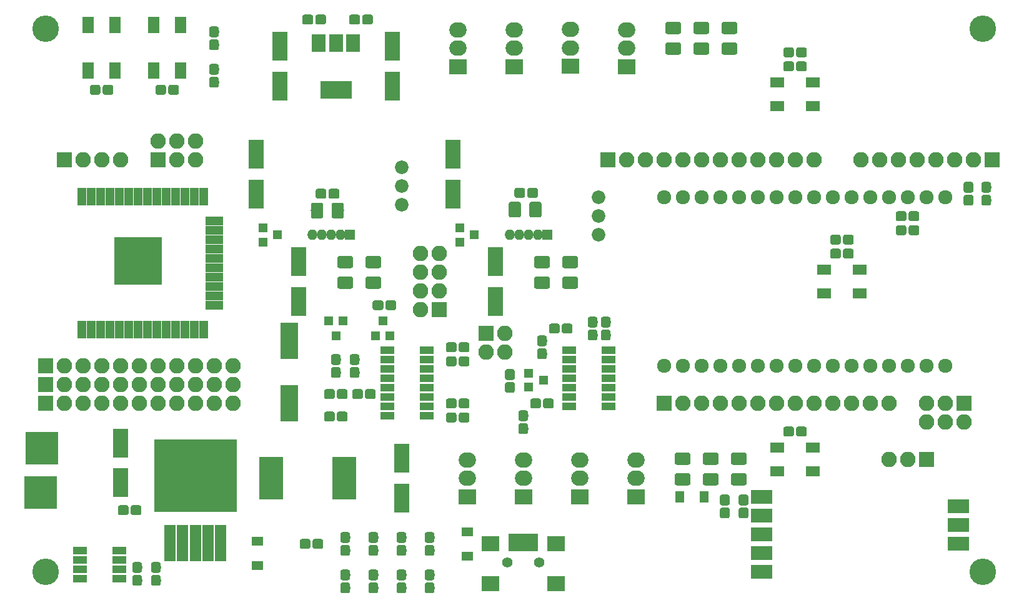
<source format=gbr>
G04 #@! TF.GenerationSoftware,KiCad,Pcbnew,(5.0.0)*
G04 #@! TF.CreationDate,2018-12-02T19:46:23+01:00*
G04 #@! TF.ProjectId,Nightmare V2,4E696768746D6172652056322E6B6963,rev?*
G04 #@! TF.SameCoordinates,Original*
G04 #@! TF.FileFunction,Soldermask,Top*
G04 #@! TF.FilePolarity,Negative*
%FSLAX46Y46*%
G04 Gerber Fmt 4.6, Leading zero omitted, Abs format (unit mm)*
G04 Created by KiCad (PCBNEW (5.0.0)) date 12/02/18 19:46:23*
%MOMM*%
%LPD*%
G01*
G04 APERTURE LIST*
%ADD10O,2.100000X2.100000*%
%ADD11R,2.100000X2.100000*%
%ADD12R,2.940000X1.924000*%
%ADD13C,1.840000*%
%ADD14R,4.400000X4.400000*%
%ADD15C,3.600000*%
%ADD16R,2.400000X4.900000*%
%ADD17R,1.500000X2.200000*%
%ADD18R,2.000000X3.900000*%
%ADD19C,0.100000*%
%ADD20C,1.350000*%
%ADD21C,1.650000*%
%ADD22O,2.350000X2.100000*%
%ADD23R,2.350000X2.100000*%
%ADD24O,1.400000X1.400000*%
%ADD25R,1.400000X1.400000*%
%ADD26C,1.400000*%
%ADD27R,2.400000X2.100000*%
%ADD28R,0.900000X2.400000*%
%ADD29R,1.300000X1.600000*%
%ADD30R,1.600000X1.300000*%
%ADD31R,3.300000X5.800000*%
%ADD32R,1.900000X1.400000*%
%ADD33R,1.900000X1.000000*%
%ADD34R,1.950000X1.000000*%
%ADD35R,4.200000X2.400000*%
%ADD36R,1.900000X2.400000*%
%ADD37R,1.200000X1.300000*%
%ADD38R,1.300000X1.200000*%
%ADD39R,11.200000X9.800000*%
%ADD40R,1.500000X5.000000*%
%ADD41R,6.400000X6.400000*%
%ADD42R,2.400000X1.300000*%
%ADD43R,1.300000X2.400000*%
%ADD44C,1.924000*%
G04 APERTURE END LIST*
D10*
G04 #@! TO.C,J19*
X228600000Y-91440000D03*
X228600000Y-88900000D03*
X231140000Y-91440000D03*
X231140000Y-88900000D03*
X233680000Y-91440000D03*
D11*
X233680000Y-88900000D03*
G04 #@! TD*
D12*
G04 #@! TO.C,U9*
X206248000Y-101600000D03*
X206248000Y-104140000D03*
X206248000Y-106680000D03*
X206248000Y-109220000D03*
X206248000Y-111760000D03*
X232918000Y-102870000D03*
X232918000Y-105410000D03*
X232918000Y-107950000D03*
G04 #@! TD*
D13*
G04 #@! TO.C,RV2*
X157480000Y-61976000D03*
X157480000Y-59436000D03*
X157480000Y-56896000D03*
G04 #@! TD*
D14*
G04 #@! TO.C,J24*
X108585000Y-100965000D03*
G04 #@! TD*
G04 #@! TO.C,J25*
X108712000Y-94996000D03*
G04 #@! TD*
D11*
G04 #@! TO.C,J22*
X168910000Y-79375000D03*
D10*
X171450000Y-79375000D03*
X168910000Y-81915000D03*
X171450000Y-81915000D03*
G04 #@! TD*
D15*
G04 #@! TO.C,MH1*
X109220000Y-38100000D03*
G04 #@! TD*
G04 #@! TO.C,MH2*
X236220000Y-38100000D03*
G04 #@! TD*
G04 #@! TO.C,MH3*
X236220000Y-111760000D03*
G04 #@! TD*
G04 #@! TO.C,MH4*
X109220000Y-111760000D03*
G04 #@! TD*
D16*
G04 #@! TO.C,Y1*
X142240000Y-80400000D03*
X142240000Y-88900000D03*
G04 #@! TD*
D11*
G04 #@! TO.C,J18*
X111760000Y-55880000D03*
D10*
X114300000Y-55880000D03*
X116840000Y-55880000D03*
X119380000Y-55880000D03*
G04 #@! TD*
D17*
G04 #@! TO.C,SW1*
X127580000Y-37540000D03*
X127580000Y-43740000D03*
X123880000Y-37540000D03*
X123880000Y-43740000D03*
G04 #@! TD*
G04 #@! TO.C,SW2*
X114990000Y-43740000D03*
X114990000Y-37540000D03*
X118690000Y-43740000D03*
X118690000Y-37540000D03*
G04 #@! TD*
D18*
G04 #@! TO.C,C44*
X143510000Y-75090000D03*
X143510000Y-69690000D03*
G04 #@! TD*
G04 #@! TO.C,C16*
X156210000Y-45880000D03*
X156210000Y-40480000D03*
G04 #@! TD*
G04 #@! TO.C,C35*
X164465000Y-55085000D03*
X164465000Y-60485000D03*
G04 #@! TD*
G04 #@! TO.C,C13*
X140970000Y-45880000D03*
X140970000Y-40480000D03*
G04 #@! TD*
G04 #@! TO.C,C38*
X170180000Y-75090000D03*
X170180000Y-69690000D03*
G04 #@! TD*
G04 #@! TO.C,C41*
X137795000Y-60485000D03*
X137795000Y-55085000D03*
G04 #@! TD*
G04 #@! TO.C,C32*
X157480000Y-96360000D03*
X157480000Y-101760000D03*
G04 #@! TD*
G04 #@! TO.C,C19*
X119380000Y-99655000D03*
X119380000Y-94255000D03*
G04 #@! TD*
D19*
G04 #@! TO.C,C36*
G36*
X173930581Y-59651625D02*
X173963343Y-59656485D01*
X173995471Y-59664533D01*
X174026656Y-59675691D01*
X174056596Y-59689852D01*
X174085005Y-59706879D01*
X174111608Y-59726609D01*
X174136149Y-59748851D01*
X174158391Y-59773392D01*
X174178121Y-59799995D01*
X174195148Y-59828404D01*
X174209309Y-59858344D01*
X174220467Y-59889529D01*
X174228515Y-59921657D01*
X174233375Y-59954419D01*
X174235000Y-59987500D01*
X174235000Y-60662500D01*
X174233375Y-60695581D01*
X174228515Y-60728343D01*
X174220467Y-60760471D01*
X174209309Y-60791656D01*
X174195148Y-60821596D01*
X174178121Y-60850005D01*
X174158391Y-60876608D01*
X174136149Y-60901149D01*
X174111608Y-60923391D01*
X174085005Y-60943121D01*
X174056596Y-60960148D01*
X174026656Y-60974309D01*
X173995471Y-60985467D01*
X173963343Y-60993515D01*
X173930581Y-60998375D01*
X173897500Y-61000000D01*
X173122500Y-61000000D01*
X173089419Y-60998375D01*
X173056657Y-60993515D01*
X173024529Y-60985467D01*
X172993344Y-60974309D01*
X172963404Y-60960148D01*
X172934995Y-60943121D01*
X172908392Y-60923391D01*
X172883851Y-60901149D01*
X172861609Y-60876608D01*
X172841879Y-60850005D01*
X172824852Y-60821596D01*
X172810691Y-60791656D01*
X172799533Y-60760471D01*
X172791485Y-60728343D01*
X172786625Y-60695581D01*
X172785000Y-60662500D01*
X172785000Y-59987500D01*
X172786625Y-59954419D01*
X172791485Y-59921657D01*
X172799533Y-59889529D01*
X172810691Y-59858344D01*
X172824852Y-59828404D01*
X172841879Y-59799995D01*
X172861609Y-59773392D01*
X172883851Y-59748851D01*
X172908392Y-59726609D01*
X172934995Y-59706879D01*
X172963404Y-59689852D01*
X172993344Y-59675691D01*
X173024529Y-59664533D01*
X173056657Y-59656485D01*
X173089419Y-59651625D01*
X173122500Y-59650000D01*
X173897500Y-59650000D01*
X173930581Y-59651625D01*
X173930581Y-59651625D01*
G37*
D20*
X173510000Y-60325000D03*
D19*
G36*
X175680581Y-59651625D02*
X175713343Y-59656485D01*
X175745471Y-59664533D01*
X175776656Y-59675691D01*
X175806596Y-59689852D01*
X175835005Y-59706879D01*
X175861608Y-59726609D01*
X175886149Y-59748851D01*
X175908391Y-59773392D01*
X175928121Y-59799995D01*
X175945148Y-59828404D01*
X175959309Y-59858344D01*
X175970467Y-59889529D01*
X175978515Y-59921657D01*
X175983375Y-59954419D01*
X175985000Y-59987500D01*
X175985000Y-60662500D01*
X175983375Y-60695581D01*
X175978515Y-60728343D01*
X175970467Y-60760471D01*
X175959309Y-60791656D01*
X175945148Y-60821596D01*
X175928121Y-60850005D01*
X175908391Y-60876608D01*
X175886149Y-60901149D01*
X175861608Y-60923391D01*
X175835005Y-60943121D01*
X175806596Y-60960148D01*
X175776656Y-60974309D01*
X175745471Y-60985467D01*
X175713343Y-60993515D01*
X175680581Y-60998375D01*
X175647500Y-61000000D01*
X174872500Y-61000000D01*
X174839419Y-60998375D01*
X174806657Y-60993515D01*
X174774529Y-60985467D01*
X174743344Y-60974309D01*
X174713404Y-60960148D01*
X174684995Y-60943121D01*
X174658392Y-60923391D01*
X174633851Y-60901149D01*
X174611609Y-60876608D01*
X174591879Y-60850005D01*
X174574852Y-60821596D01*
X174560691Y-60791656D01*
X174549533Y-60760471D01*
X174541485Y-60728343D01*
X174536625Y-60695581D01*
X174535000Y-60662500D01*
X174535000Y-59987500D01*
X174536625Y-59954419D01*
X174541485Y-59921657D01*
X174549533Y-59889529D01*
X174560691Y-59858344D01*
X174574852Y-59828404D01*
X174591879Y-59799995D01*
X174611609Y-59773392D01*
X174633851Y-59748851D01*
X174658392Y-59726609D01*
X174684995Y-59706879D01*
X174713404Y-59689852D01*
X174743344Y-59675691D01*
X174774529Y-59664533D01*
X174806657Y-59656485D01*
X174839419Y-59651625D01*
X174872500Y-59650000D01*
X175647500Y-59650000D01*
X175680581Y-59651625D01*
X175680581Y-59651625D01*
G37*
D20*
X175260000Y-60325000D03*
G04 #@! TD*
D19*
G04 #@! TO.C,C31*
G36*
X144833581Y-107276625D02*
X144866343Y-107281485D01*
X144898471Y-107289533D01*
X144929656Y-107300691D01*
X144959596Y-107314852D01*
X144988005Y-107331879D01*
X145014608Y-107351609D01*
X145039149Y-107373851D01*
X145061391Y-107398392D01*
X145081121Y-107424995D01*
X145098148Y-107453404D01*
X145112309Y-107483344D01*
X145123467Y-107514529D01*
X145131515Y-107546657D01*
X145136375Y-107579419D01*
X145138000Y-107612500D01*
X145138000Y-108287500D01*
X145136375Y-108320581D01*
X145131515Y-108353343D01*
X145123467Y-108385471D01*
X145112309Y-108416656D01*
X145098148Y-108446596D01*
X145081121Y-108475005D01*
X145061391Y-108501608D01*
X145039149Y-108526149D01*
X145014608Y-108548391D01*
X144988005Y-108568121D01*
X144959596Y-108585148D01*
X144929656Y-108599309D01*
X144898471Y-108610467D01*
X144866343Y-108618515D01*
X144833581Y-108623375D01*
X144800500Y-108625000D01*
X144025500Y-108625000D01*
X143992419Y-108623375D01*
X143959657Y-108618515D01*
X143927529Y-108610467D01*
X143896344Y-108599309D01*
X143866404Y-108585148D01*
X143837995Y-108568121D01*
X143811392Y-108548391D01*
X143786851Y-108526149D01*
X143764609Y-108501608D01*
X143744879Y-108475005D01*
X143727852Y-108446596D01*
X143713691Y-108416656D01*
X143702533Y-108385471D01*
X143694485Y-108353343D01*
X143689625Y-108320581D01*
X143688000Y-108287500D01*
X143688000Y-107612500D01*
X143689625Y-107579419D01*
X143694485Y-107546657D01*
X143702533Y-107514529D01*
X143713691Y-107483344D01*
X143727852Y-107453404D01*
X143744879Y-107424995D01*
X143764609Y-107398392D01*
X143786851Y-107373851D01*
X143811392Y-107351609D01*
X143837995Y-107331879D01*
X143866404Y-107314852D01*
X143896344Y-107300691D01*
X143927529Y-107289533D01*
X143959657Y-107281485D01*
X143992419Y-107276625D01*
X144025500Y-107275000D01*
X144800500Y-107275000D01*
X144833581Y-107276625D01*
X144833581Y-107276625D01*
G37*
D20*
X144413000Y-107950000D03*
D19*
G36*
X146583581Y-107276625D02*
X146616343Y-107281485D01*
X146648471Y-107289533D01*
X146679656Y-107300691D01*
X146709596Y-107314852D01*
X146738005Y-107331879D01*
X146764608Y-107351609D01*
X146789149Y-107373851D01*
X146811391Y-107398392D01*
X146831121Y-107424995D01*
X146848148Y-107453404D01*
X146862309Y-107483344D01*
X146873467Y-107514529D01*
X146881515Y-107546657D01*
X146886375Y-107579419D01*
X146888000Y-107612500D01*
X146888000Y-108287500D01*
X146886375Y-108320581D01*
X146881515Y-108353343D01*
X146873467Y-108385471D01*
X146862309Y-108416656D01*
X146848148Y-108446596D01*
X146831121Y-108475005D01*
X146811391Y-108501608D01*
X146789149Y-108526149D01*
X146764608Y-108548391D01*
X146738005Y-108568121D01*
X146709596Y-108585148D01*
X146679656Y-108599309D01*
X146648471Y-108610467D01*
X146616343Y-108618515D01*
X146583581Y-108623375D01*
X146550500Y-108625000D01*
X145775500Y-108625000D01*
X145742419Y-108623375D01*
X145709657Y-108618515D01*
X145677529Y-108610467D01*
X145646344Y-108599309D01*
X145616404Y-108585148D01*
X145587995Y-108568121D01*
X145561392Y-108548391D01*
X145536851Y-108526149D01*
X145514609Y-108501608D01*
X145494879Y-108475005D01*
X145477852Y-108446596D01*
X145463691Y-108416656D01*
X145452533Y-108385471D01*
X145444485Y-108353343D01*
X145439625Y-108320581D01*
X145438000Y-108287500D01*
X145438000Y-107612500D01*
X145439625Y-107579419D01*
X145444485Y-107546657D01*
X145452533Y-107514529D01*
X145463691Y-107483344D01*
X145477852Y-107453404D01*
X145494879Y-107424995D01*
X145514609Y-107398392D01*
X145536851Y-107373851D01*
X145561392Y-107351609D01*
X145587995Y-107331879D01*
X145616404Y-107314852D01*
X145646344Y-107300691D01*
X145677529Y-107289533D01*
X145709657Y-107281485D01*
X145742419Y-107276625D01*
X145775500Y-107275000D01*
X146550500Y-107275000D01*
X146583581Y-107276625D01*
X146583581Y-107276625D01*
G37*
D20*
X146163000Y-107950000D03*
G04 #@! TD*
D19*
G04 #@! TO.C,C45*
G36*
X218465581Y-66001625D02*
X218498343Y-66006485D01*
X218530471Y-66014533D01*
X218561656Y-66025691D01*
X218591596Y-66039852D01*
X218620005Y-66056879D01*
X218646608Y-66076609D01*
X218671149Y-66098851D01*
X218693391Y-66123392D01*
X218713121Y-66149995D01*
X218730148Y-66178404D01*
X218744309Y-66208344D01*
X218755467Y-66239529D01*
X218763515Y-66271657D01*
X218768375Y-66304419D01*
X218770000Y-66337500D01*
X218770000Y-67012500D01*
X218768375Y-67045581D01*
X218763515Y-67078343D01*
X218755467Y-67110471D01*
X218744309Y-67141656D01*
X218730148Y-67171596D01*
X218713121Y-67200005D01*
X218693391Y-67226608D01*
X218671149Y-67251149D01*
X218646608Y-67273391D01*
X218620005Y-67293121D01*
X218591596Y-67310148D01*
X218561656Y-67324309D01*
X218530471Y-67335467D01*
X218498343Y-67343515D01*
X218465581Y-67348375D01*
X218432500Y-67350000D01*
X217657500Y-67350000D01*
X217624419Y-67348375D01*
X217591657Y-67343515D01*
X217559529Y-67335467D01*
X217528344Y-67324309D01*
X217498404Y-67310148D01*
X217469995Y-67293121D01*
X217443392Y-67273391D01*
X217418851Y-67251149D01*
X217396609Y-67226608D01*
X217376879Y-67200005D01*
X217359852Y-67171596D01*
X217345691Y-67141656D01*
X217334533Y-67110471D01*
X217326485Y-67078343D01*
X217321625Y-67045581D01*
X217320000Y-67012500D01*
X217320000Y-66337500D01*
X217321625Y-66304419D01*
X217326485Y-66271657D01*
X217334533Y-66239529D01*
X217345691Y-66208344D01*
X217359852Y-66178404D01*
X217376879Y-66149995D01*
X217396609Y-66123392D01*
X217418851Y-66098851D01*
X217443392Y-66076609D01*
X217469995Y-66056879D01*
X217498404Y-66039852D01*
X217528344Y-66025691D01*
X217559529Y-66014533D01*
X217591657Y-66006485D01*
X217624419Y-66001625D01*
X217657500Y-66000000D01*
X218432500Y-66000000D01*
X218465581Y-66001625D01*
X218465581Y-66001625D01*
G37*
D20*
X218045000Y-66675000D03*
D19*
G36*
X216715581Y-66001625D02*
X216748343Y-66006485D01*
X216780471Y-66014533D01*
X216811656Y-66025691D01*
X216841596Y-66039852D01*
X216870005Y-66056879D01*
X216896608Y-66076609D01*
X216921149Y-66098851D01*
X216943391Y-66123392D01*
X216963121Y-66149995D01*
X216980148Y-66178404D01*
X216994309Y-66208344D01*
X217005467Y-66239529D01*
X217013515Y-66271657D01*
X217018375Y-66304419D01*
X217020000Y-66337500D01*
X217020000Y-67012500D01*
X217018375Y-67045581D01*
X217013515Y-67078343D01*
X217005467Y-67110471D01*
X216994309Y-67141656D01*
X216980148Y-67171596D01*
X216963121Y-67200005D01*
X216943391Y-67226608D01*
X216921149Y-67251149D01*
X216896608Y-67273391D01*
X216870005Y-67293121D01*
X216841596Y-67310148D01*
X216811656Y-67324309D01*
X216780471Y-67335467D01*
X216748343Y-67343515D01*
X216715581Y-67348375D01*
X216682500Y-67350000D01*
X215907500Y-67350000D01*
X215874419Y-67348375D01*
X215841657Y-67343515D01*
X215809529Y-67335467D01*
X215778344Y-67324309D01*
X215748404Y-67310148D01*
X215719995Y-67293121D01*
X215693392Y-67273391D01*
X215668851Y-67251149D01*
X215646609Y-67226608D01*
X215626879Y-67200005D01*
X215609852Y-67171596D01*
X215595691Y-67141656D01*
X215584533Y-67110471D01*
X215576485Y-67078343D01*
X215571625Y-67045581D01*
X215570000Y-67012500D01*
X215570000Y-66337500D01*
X215571625Y-66304419D01*
X215576485Y-66271657D01*
X215584533Y-66239529D01*
X215595691Y-66208344D01*
X215609852Y-66178404D01*
X215626879Y-66149995D01*
X215646609Y-66123392D01*
X215668851Y-66098851D01*
X215693392Y-66076609D01*
X215719995Y-66056879D01*
X215748404Y-66039852D01*
X215778344Y-66025691D01*
X215809529Y-66014533D01*
X215841657Y-66006485D01*
X215874419Y-66001625D01*
X215907500Y-66000000D01*
X216682500Y-66000000D01*
X216715581Y-66001625D01*
X216715581Y-66001625D01*
G37*
D20*
X216295000Y-66675000D03*
G04 #@! TD*
D19*
G04 #@! TO.C,C46*
G36*
X212115581Y-40601625D02*
X212148343Y-40606485D01*
X212180471Y-40614533D01*
X212211656Y-40625691D01*
X212241596Y-40639852D01*
X212270005Y-40656879D01*
X212296608Y-40676609D01*
X212321149Y-40698851D01*
X212343391Y-40723392D01*
X212363121Y-40749995D01*
X212380148Y-40778404D01*
X212394309Y-40808344D01*
X212405467Y-40839529D01*
X212413515Y-40871657D01*
X212418375Y-40904419D01*
X212420000Y-40937500D01*
X212420000Y-41612500D01*
X212418375Y-41645581D01*
X212413515Y-41678343D01*
X212405467Y-41710471D01*
X212394309Y-41741656D01*
X212380148Y-41771596D01*
X212363121Y-41800005D01*
X212343391Y-41826608D01*
X212321149Y-41851149D01*
X212296608Y-41873391D01*
X212270005Y-41893121D01*
X212241596Y-41910148D01*
X212211656Y-41924309D01*
X212180471Y-41935467D01*
X212148343Y-41943515D01*
X212115581Y-41948375D01*
X212082500Y-41950000D01*
X211307500Y-41950000D01*
X211274419Y-41948375D01*
X211241657Y-41943515D01*
X211209529Y-41935467D01*
X211178344Y-41924309D01*
X211148404Y-41910148D01*
X211119995Y-41893121D01*
X211093392Y-41873391D01*
X211068851Y-41851149D01*
X211046609Y-41826608D01*
X211026879Y-41800005D01*
X211009852Y-41771596D01*
X210995691Y-41741656D01*
X210984533Y-41710471D01*
X210976485Y-41678343D01*
X210971625Y-41645581D01*
X210970000Y-41612500D01*
X210970000Y-40937500D01*
X210971625Y-40904419D01*
X210976485Y-40871657D01*
X210984533Y-40839529D01*
X210995691Y-40808344D01*
X211009852Y-40778404D01*
X211026879Y-40749995D01*
X211046609Y-40723392D01*
X211068851Y-40698851D01*
X211093392Y-40676609D01*
X211119995Y-40656879D01*
X211148404Y-40639852D01*
X211178344Y-40625691D01*
X211209529Y-40614533D01*
X211241657Y-40606485D01*
X211274419Y-40601625D01*
X211307500Y-40600000D01*
X212082500Y-40600000D01*
X212115581Y-40601625D01*
X212115581Y-40601625D01*
G37*
D20*
X211695000Y-41275000D03*
D19*
G36*
X210365581Y-40601625D02*
X210398343Y-40606485D01*
X210430471Y-40614533D01*
X210461656Y-40625691D01*
X210491596Y-40639852D01*
X210520005Y-40656879D01*
X210546608Y-40676609D01*
X210571149Y-40698851D01*
X210593391Y-40723392D01*
X210613121Y-40749995D01*
X210630148Y-40778404D01*
X210644309Y-40808344D01*
X210655467Y-40839529D01*
X210663515Y-40871657D01*
X210668375Y-40904419D01*
X210670000Y-40937500D01*
X210670000Y-41612500D01*
X210668375Y-41645581D01*
X210663515Y-41678343D01*
X210655467Y-41710471D01*
X210644309Y-41741656D01*
X210630148Y-41771596D01*
X210613121Y-41800005D01*
X210593391Y-41826608D01*
X210571149Y-41851149D01*
X210546608Y-41873391D01*
X210520005Y-41893121D01*
X210491596Y-41910148D01*
X210461656Y-41924309D01*
X210430471Y-41935467D01*
X210398343Y-41943515D01*
X210365581Y-41948375D01*
X210332500Y-41950000D01*
X209557500Y-41950000D01*
X209524419Y-41948375D01*
X209491657Y-41943515D01*
X209459529Y-41935467D01*
X209428344Y-41924309D01*
X209398404Y-41910148D01*
X209369995Y-41893121D01*
X209343392Y-41873391D01*
X209318851Y-41851149D01*
X209296609Y-41826608D01*
X209276879Y-41800005D01*
X209259852Y-41771596D01*
X209245691Y-41741656D01*
X209234533Y-41710471D01*
X209226485Y-41678343D01*
X209221625Y-41645581D01*
X209220000Y-41612500D01*
X209220000Y-40937500D01*
X209221625Y-40904419D01*
X209226485Y-40871657D01*
X209234533Y-40839529D01*
X209245691Y-40808344D01*
X209259852Y-40778404D01*
X209276879Y-40749995D01*
X209296609Y-40723392D01*
X209318851Y-40698851D01*
X209343392Y-40676609D01*
X209369995Y-40656879D01*
X209398404Y-40639852D01*
X209428344Y-40625691D01*
X209459529Y-40614533D01*
X209491657Y-40606485D01*
X209524419Y-40601625D01*
X209557500Y-40600000D01*
X210332500Y-40600000D01*
X210365581Y-40601625D01*
X210365581Y-40601625D01*
G37*
D20*
X209945000Y-41275000D03*
G04 #@! TD*
D19*
G04 #@! TO.C,C40*
G36*
X234685581Y-58853625D02*
X234718343Y-58858485D01*
X234750471Y-58866533D01*
X234781656Y-58877691D01*
X234811596Y-58891852D01*
X234840005Y-58908879D01*
X234866608Y-58928609D01*
X234891149Y-58950851D01*
X234913391Y-58975392D01*
X234933121Y-59001995D01*
X234950148Y-59030404D01*
X234964309Y-59060344D01*
X234975467Y-59091529D01*
X234983515Y-59123657D01*
X234988375Y-59156419D01*
X234990000Y-59189500D01*
X234990000Y-59964500D01*
X234988375Y-59997581D01*
X234983515Y-60030343D01*
X234975467Y-60062471D01*
X234964309Y-60093656D01*
X234950148Y-60123596D01*
X234933121Y-60152005D01*
X234913391Y-60178608D01*
X234891149Y-60203149D01*
X234866608Y-60225391D01*
X234840005Y-60245121D01*
X234811596Y-60262148D01*
X234781656Y-60276309D01*
X234750471Y-60287467D01*
X234718343Y-60295515D01*
X234685581Y-60300375D01*
X234652500Y-60302000D01*
X233977500Y-60302000D01*
X233944419Y-60300375D01*
X233911657Y-60295515D01*
X233879529Y-60287467D01*
X233848344Y-60276309D01*
X233818404Y-60262148D01*
X233789995Y-60245121D01*
X233763392Y-60225391D01*
X233738851Y-60203149D01*
X233716609Y-60178608D01*
X233696879Y-60152005D01*
X233679852Y-60123596D01*
X233665691Y-60093656D01*
X233654533Y-60062471D01*
X233646485Y-60030343D01*
X233641625Y-59997581D01*
X233640000Y-59964500D01*
X233640000Y-59189500D01*
X233641625Y-59156419D01*
X233646485Y-59123657D01*
X233654533Y-59091529D01*
X233665691Y-59060344D01*
X233679852Y-59030404D01*
X233696879Y-59001995D01*
X233716609Y-58975392D01*
X233738851Y-58950851D01*
X233763392Y-58928609D01*
X233789995Y-58908879D01*
X233818404Y-58891852D01*
X233848344Y-58877691D01*
X233879529Y-58866533D01*
X233911657Y-58858485D01*
X233944419Y-58853625D01*
X233977500Y-58852000D01*
X234652500Y-58852000D01*
X234685581Y-58853625D01*
X234685581Y-58853625D01*
G37*
D20*
X234315000Y-59577000D03*
D19*
G36*
X234685581Y-60603625D02*
X234718343Y-60608485D01*
X234750471Y-60616533D01*
X234781656Y-60627691D01*
X234811596Y-60641852D01*
X234840005Y-60658879D01*
X234866608Y-60678609D01*
X234891149Y-60700851D01*
X234913391Y-60725392D01*
X234933121Y-60751995D01*
X234950148Y-60780404D01*
X234964309Y-60810344D01*
X234975467Y-60841529D01*
X234983515Y-60873657D01*
X234988375Y-60906419D01*
X234990000Y-60939500D01*
X234990000Y-61714500D01*
X234988375Y-61747581D01*
X234983515Y-61780343D01*
X234975467Y-61812471D01*
X234964309Y-61843656D01*
X234950148Y-61873596D01*
X234933121Y-61902005D01*
X234913391Y-61928608D01*
X234891149Y-61953149D01*
X234866608Y-61975391D01*
X234840005Y-61995121D01*
X234811596Y-62012148D01*
X234781656Y-62026309D01*
X234750471Y-62037467D01*
X234718343Y-62045515D01*
X234685581Y-62050375D01*
X234652500Y-62052000D01*
X233977500Y-62052000D01*
X233944419Y-62050375D01*
X233911657Y-62045515D01*
X233879529Y-62037467D01*
X233848344Y-62026309D01*
X233818404Y-62012148D01*
X233789995Y-61995121D01*
X233763392Y-61975391D01*
X233738851Y-61953149D01*
X233716609Y-61928608D01*
X233696879Y-61902005D01*
X233679852Y-61873596D01*
X233665691Y-61843656D01*
X233654533Y-61812471D01*
X233646485Y-61780343D01*
X233641625Y-61747581D01*
X233640000Y-61714500D01*
X233640000Y-60939500D01*
X233641625Y-60906419D01*
X233646485Y-60873657D01*
X233654533Y-60841529D01*
X233665691Y-60810344D01*
X233679852Y-60780404D01*
X233696879Y-60751995D01*
X233716609Y-60725392D01*
X233738851Y-60700851D01*
X233763392Y-60678609D01*
X233789995Y-60658879D01*
X233818404Y-60641852D01*
X233848344Y-60627691D01*
X233879529Y-60616533D01*
X233911657Y-60608485D01*
X233944419Y-60603625D01*
X233977500Y-60602000D01*
X234652500Y-60602000D01*
X234685581Y-60603625D01*
X234685581Y-60603625D01*
G37*
D20*
X234315000Y-61327000D03*
G04 #@! TD*
D19*
G04 #@! TO.C,C47*
G36*
X201665581Y-103021625D02*
X201698343Y-103026485D01*
X201730471Y-103034533D01*
X201761656Y-103045691D01*
X201791596Y-103059852D01*
X201820005Y-103076879D01*
X201846608Y-103096609D01*
X201871149Y-103118851D01*
X201893391Y-103143392D01*
X201913121Y-103169995D01*
X201930148Y-103198404D01*
X201944309Y-103228344D01*
X201955467Y-103259529D01*
X201963515Y-103291657D01*
X201968375Y-103324419D01*
X201970000Y-103357500D01*
X201970000Y-104132500D01*
X201968375Y-104165581D01*
X201963515Y-104198343D01*
X201955467Y-104230471D01*
X201944309Y-104261656D01*
X201930148Y-104291596D01*
X201913121Y-104320005D01*
X201893391Y-104346608D01*
X201871149Y-104371149D01*
X201846608Y-104393391D01*
X201820005Y-104413121D01*
X201791596Y-104430148D01*
X201761656Y-104444309D01*
X201730471Y-104455467D01*
X201698343Y-104463515D01*
X201665581Y-104468375D01*
X201632500Y-104470000D01*
X200957500Y-104470000D01*
X200924419Y-104468375D01*
X200891657Y-104463515D01*
X200859529Y-104455467D01*
X200828344Y-104444309D01*
X200798404Y-104430148D01*
X200769995Y-104413121D01*
X200743392Y-104393391D01*
X200718851Y-104371149D01*
X200696609Y-104346608D01*
X200676879Y-104320005D01*
X200659852Y-104291596D01*
X200645691Y-104261656D01*
X200634533Y-104230471D01*
X200626485Y-104198343D01*
X200621625Y-104165581D01*
X200620000Y-104132500D01*
X200620000Y-103357500D01*
X200621625Y-103324419D01*
X200626485Y-103291657D01*
X200634533Y-103259529D01*
X200645691Y-103228344D01*
X200659852Y-103198404D01*
X200676879Y-103169995D01*
X200696609Y-103143392D01*
X200718851Y-103118851D01*
X200743392Y-103096609D01*
X200769995Y-103076879D01*
X200798404Y-103059852D01*
X200828344Y-103045691D01*
X200859529Y-103034533D01*
X200891657Y-103026485D01*
X200924419Y-103021625D01*
X200957500Y-103020000D01*
X201632500Y-103020000D01*
X201665581Y-103021625D01*
X201665581Y-103021625D01*
G37*
D20*
X201295000Y-103745000D03*
D19*
G36*
X201665581Y-101271625D02*
X201698343Y-101276485D01*
X201730471Y-101284533D01*
X201761656Y-101295691D01*
X201791596Y-101309852D01*
X201820005Y-101326879D01*
X201846608Y-101346609D01*
X201871149Y-101368851D01*
X201893391Y-101393392D01*
X201913121Y-101419995D01*
X201930148Y-101448404D01*
X201944309Y-101478344D01*
X201955467Y-101509529D01*
X201963515Y-101541657D01*
X201968375Y-101574419D01*
X201970000Y-101607500D01*
X201970000Y-102382500D01*
X201968375Y-102415581D01*
X201963515Y-102448343D01*
X201955467Y-102480471D01*
X201944309Y-102511656D01*
X201930148Y-102541596D01*
X201913121Y-102570005D01*
X201893391Y-102596608D01*
X201871149Y-102621149D01*
X201846608Y-102643391D01*
X201820005Y-102663121D01*
X201791596Y-102680148D01*
X201761656Y-102694309D01*
X201730471Y-102705467D01*
X201698343Y-102713515D01*
X201665581Y-102718375D01*
X201632500Y-102720000D01*
X200957500Y-102720000D01*
X200924419Y-102718375D01*
X200891657Y-102713515D01*
X200859529Y-102705467D01*
X200828344Y-102694309D01*
X200798404Y-102680148D01*
X200769995Y-102663121D01*
X200743392Y-102643391D01*
X200718851Y-102621149D01*
X200696609Y-102596608D01*
X200676879Y-102570005D01*
X200659852Y-102541596D01*
X200645691Y-102511656D01*
X200634533Y-102480471D01*
X200626485Y-102448343D01*
X200621625Y-102415581D01*
X200620000Y-102382500D01*
X200620000Y-101607500D01*
X200621625Y-101574419D01*
X200626485Y-101541657D01*
X200634533Y-101509529D01*
X200645691Y-101478344D01*
X200659852Y-101448404D01*
X200676879Y-101419995D01*
X200696609Y-101393392D01*
X200718851Y-101368851D01*
X200743392Y-101346609D01*
X200769995Y-101326879D01*
X200798404Y-101309852D01*
X200828344Y-101295691D01*
X200859529Y-101284533D01*
X200891657Y-101276485D01*
X200924419Y-101271625D01*
X200957500Y-101270000D01*
X201632500Y-101270000D01*
X201665581Y-101271625D01*
X201665581Y-101271625D01*
G37*
D20*
X201295000Y-101995000D03*
G04 #@! TD*
D19*
G04 #@! TO.C,C48*
G36*
X204205581Y-101271625D02*
X204238343Y-101276485D01*
X204270471Y-101284533D01*
X204301656Y-101295691D01*
X204331596Y-101309852D01*
X204360005Y-101326879D01*
X204386608Y-101346609D01*
X204411149Y-101368851D01*
X204433391Y-101393392D01*
X204453121Y-101419995D01*
X204470148Y-101448404D01*
X204484309Y-101478344D01*
X204495467Y-101509529D01*
X204503515Y-101541657D01*
X204508375Y-101574419D01*
X204510000Y-101607500D01*
X204510000Y-102382500D01*
X204508375Y-102415581D01*
X204503515Y-102448343D01*
X204495467Y-102480471D01*
X204484309Y-102511656D01*
X204470148Y-102541596D01*
X204453121Y-102570005D01*
X204433391Y-102596608D01*
X204411149Y-102621149D01*
X204386608Y-102643391D01*
X204360005Y-102663121D01*
X204331596Y-102680148D01*
X204301656Y-102694309D01*
X204270471Y-102705467D01*
X204238343Y-102713515D01*
X204205581Y-102718375D01*
X204172500Y-102720000D01*
X203497500Y-102720000D01*
X203464419Y-102718375D01*
X203431657Y-102713515D01*
X203399529Y-102705467D01*
X203368344Y-102694309D01*
X203338404Y-102680148D01*
X203309995Y-102663121D01*
X203283392Y-102643391D01*
X203258851Y-102621149D01*
X203236609Y-102596608D01*
X203216879Y-102570005D01*
X203199852Y-102541596D01*
X203185691Y-102511656D01*
X203174533Y-102480471D01*
X203166485Y-102448343D01*
X203161625Y-102415581D01*
X203160000Y-102382500D01*
X203160000Y-101607500D01*
X203161625Y-101574419D01*
X203166485Y-101541657D01*
X203174533Y-101509529D01*
X203185691Y-101478344D01*
X203199852Y-101448404D01*
X203216879Y-101419995D01*
X203236609Y-101393392D01*
X203258851Y-101368851D01*
X203283392Y-101346609D01*
X203309995Y-101326879D01*
X203338404Y-101309852D01*
X203368344Y-101295691D01*
X203399529Y-101284533D01*
X203431657Y-101276485D01*
X203464419Y-101271625D01*
X203497500Y-101270000D01*
X204172500Y-101270000D01*
X204205581Y-101271625D01*
X204205581Y-101271625D01*
G37*
D20*
X203835000Y-101995000D03*
D19*
G36*
X204205581Y-103021625D02*
X204238343Y-103026485D01*
X204270471Y-103034533D01*
X204301656Y-103045691D01*
X204331596Y-103059852D01*
X204360005Y-103076879D01*
X204386608Y-103096609D01*
X204411149Y-103118851D01*
X204433391Y-103143392D01*
X204453121Y-103169995D01*
X204470148Y-103198404D01*
X204484309Y-103228344D01*
X204495467Y-103259529D01*
X204503515Y-103291657D01*
X204508375Y-103324419D01*
X204510000Y-103357500D01*
X204510000Y-104132500D01*
X204508375Y-104165581D01*
X204503515Y-104198343D01*
X204495467Y-104230471D01*
X204484309Y-104261656D01*
X204470148Y-104291596D01*
X204453121Y-104320005D01*
X204433391Y-104346608D01*
X204411149Y-104371149D01*
X204386608Y-104393391D01*
X204360005Y-104413121D01*
X204331596Y-104430148D01*
X204301656Y-104444309D01*
X204270471Y-104455467D01*
X204238343Y-104463515D01*
X204205581Y-104468375D01*
X204172500Y-104470000D01*
X203497500Y-104470000D01*
X203464419Y-104468375D01*
X203431657Y-104463515D01*
X203399529Y-104455467D01*
X203368344Y-104444309D01*
X203338404Y-104430148D01*
X203309995Y-104413121D01*
X203283392Y-104393391D01*
X203258851Y-104371149D01*
X203236609Y-104346608D01*
X203216879Y-104320005D01*
X203199852Y-104291596D01*
X203185691Y-104261656D01*
X203174533Y-104230471D01*
X203166485Y-104198343D01*
X203161625Y-104165581D01*
X203160000Y-104132500D01*
X203160000Y-103357500D01*
X203161625Y-103324419D01*
X203166485Y-103291657D01*
X203174533Y-103259529D01*
X203185691Y-103228344D01*
X203199852Y-103198404D01*
X203216879Y-103169995D01*
X203236609Y-103143392D01*
X203258851Y-103118851D01*
X203283392Y-103096609D01*
X203309995Y-103076879D01*
X203338404Y-103059852D01*
X203368344Y-103045691D01*
X203399529Y-103034533D01*
X203431657Y-103026485D01*
X203464419Y-103021625D01*
X203497500Y-103020000D01*
X204172500Y-103020000D01*
X204205581Y-103021625D01*
X204205581Y-103021625D01*
G37*
D20*
X203835000Y-103745000D03*
G04 #@! TD*
D19*
G04 #@! TO.C,C49*
G36*
X156475581Y-74891625D02*
X156508343Y-74896485D01*
X156540471Y-74904533D01*
X156571656Y-74915691D01*
X156601596Y-74929852D01*
X156630005Y-74946879D01*
X156656608Y-74966609D01*
X156681149Y-74988851D01*
X156703391Y-75013392D01*
X156723121Y-75039995D01*
X156740148Y-75068404D01*
X156754309Y-75098344D01*
X156765467Y-75129529D01*
X156773515Y-75161657D01*
X156778375Y-75194419D01*
X156780000Y-75227500D01*
X156780000Y-75902500D01*
X156778375Y-75935581D01*
X156773515Y-75968343D01*
X156765467Y-76000471D01*
X156754309Y-76031656D01*
X156740148Y-76061596D01*
X156723121Y-76090005D01*
X156703391Y-76116608D01*
X156681149Y-76141149D01*
X156656608Y-76163391D01*
X156630005Y-76183121D01*
X156601596Y-76200148D01*
X156571656Y-76214309D01*
X156540471Y-76225467D01*
X156508343Y-76233515D01*
X156475581Y-76238375D01*
X156442500Y-76240000D01*
X155667500Y-76240000D01*
X155634419Y-76238375D01*
X155601657Y-76233515D01*
X155569529Y-76225467D01*
X155538344Y-76214309D01*
X155508404Y-76200148D01*
X155479995Y-76183121D01*
X155453392Y-76163391D01*
X155428851Y-76141149D01*
X155406609Y-76116608D01*
X155386879Y-76090005D01*
X155369852Y-76061596D01*
X155355691Y-76031656D01*
X155344533Y-76000471D01*
X155336485Y-75968343D01*
X155331625Y-75935581D01*
X155330000Y-75902500D01*
X155330000Y-75227500D01*
X155331625Y-75194419D01*
X155336485Y-75161657D01*
X155344533Y-75129529D01*
X155355691Y-75098344D01*
X155369852Y-75068404D01*
X155386879Y-75039995D01*
X155406609Y-75013392D01*
X155428851Y-74988851D01*
X155453392Y-74966609D01*
X155479995Y-74946879D01*
X155508404Y-74929852D01*
X155538344Y-74915691D01*
X155569529Y-74904533D01*
X155601657Y-74896485D01*
X155634419Y-74891625D01*
X155667500Y-74890000D01*
X156442500Y-74890000D01*
X156475581Y-74891625D01*
X156475581Y-74891625D01*
G37*
D20*
X156055000Y-75565000D03*
D19*
G36*
X154725581Y-74891625D02*
X154758343Y-74896485D01*
X154790471Y-74904533D01*
X154821656Y-74915691D01*
X154851596Y-74929852D01*
X154880005Y-74946879D01*
X154906608Y-74966609D01*
X154931149Y-74988851D01*
X154953391Y-75013392D01*
X154973121Y-75039995D01*
X154990148Y-75068404D01*
X155004309Y-75098344D01*
X155015467Y-75129529D01*
X155023515Y-75161657D01*
X155028375Y-75194419D01*
X155030000Y-75227500D01*
X155030000Y-75902500D01*
X155028375Y-75935581D01*
X155023515Y-75968343D01*
X155015467Y-76000471D01*
X155004309Y-76031656D01*
X154990148Y-76061596D01*
X154973121Y-76090005D01*
X154953391Y-76116608D01*
X154931149Y-76141149D01*
X154906608Y-76163391D01*
X154880005Y-76183121D01*
X154851596Y-76200148D01*
X154821656Y-76214309D01*
X154790471Y-76225467D01*
X154758343Y-76233515D01*
X154725581Y-76238375D01*
X154692500Y-76240000D01*
X153917500Y-76240000D01*
X153884419Y-76238375D01*
X153851657Y-76233515D01*
X153819529Y-76225467D01*
X153788344Y-76214309D01*
X153758404Y-76200148D01*
X153729995Y-76183121D01*
X153703392Y-76163391D01*
X153678851Y-76141149D01*
X153656609Y-76116608D01*
X153636879Y-76090005D01*
X153619852Y-76061596D01*
X153605691Y-76031656D01*
X153594533Y-76000471D01*
X153586485Y-75968343D01*
X153581625Y-75935581D01*
X153580000Y-75902500D01*
X153580000Y-75227500D01*
X153581625Y-75194419D01*
X153586485Y-75161657D01*
X153594533Y-75129529D01*
X153605691Y-75098344D01*
X153619852Y-75068404D01*
X153636879Y-75039995D01*
X153656609Y-75013392D01*
X153678851Y-74988851D01*
X153703392Y-74966609D01*
X153729995Y-74946879D01*
X153758404Y-74929852D01*
X153788344Y-74915691D01*
X153819529Y-74904533D01*
X153851657Y-74896485D01*
X153884419Y-74891625D01*
X153917500Y-74890000D01*
X154692500Y-74890000D01*
X154725581Y-74891625D01*
X154725581Y-74891625D01*
G37*
D20*
X154305000Y-75565000D03*
G04 #@! TD*
D19*
G04 #@! TO.C,C34*
G36*
X225605581Y-62826625D02*
X225638343Y-62831485D01*
X225670471Y-62839533D01*
X225701656Y-62850691D01*
X225731596Y-62864852D01*
X225760005Y-62881879D01*
X225786608Y-62901609D01*
X225811149Y-62923851D01*
X225833391Y-62948392D01*
X225853121Y-62974995D01*
X225870148Y-63003404D01*
X225884309Y-63033344D01*
X225895467Y-63064529D01*
X225903515Y-63096657D01*
X225908375Y-63129419D01*
X225910000Y-63162500D01*
X225910000Y-63837500D01*
X225908375Y-63870581D01*
X225903515Y-63903343D01*
X225895467Y-63935471D01*
X225884309Y-63966656D01*
X225870148Y-63996596D01*
X225853121Y-64025005D01*
X225833391Y-64051608D01*
X225811149Y-64076149D01*
X225786608Y-64098391D01*
X225760005Y-64118121D01*
X225731596Y-64135148D01*
X225701656Y-64149309D01*
X225670471Y-64160467D01*
X225638343Y-64168515D01*
X225605581Y-64173375D01*
X225572500Y-64175000D01*
X224797500Y-64175000D01*
X224764419Y-64173375D01*
X224731657Y-64168515D01*
X224699529Y-64160467D01*
X224668344Y-64149309D01*
X224638404Y-64135148D01*
X224609995Y-64118121D01*
X224583392Y-64098391D01*
X224558851Y-64076149D01*
X224536609Y-64051608D01*
X224516879Y-64025005D01*
X224499852Y-63996596D01*
X224485691Y-63966656D01*
X224474533Y-63935471D01*
X224466485Y-63903343D01*
X224461625Y-63870581D01*
X224460000Y-63837500D01*
X224460000Y-63162500D01*
X224461625Y-63129419D01*
X224466485Y-63096657D01*
X224474533Y-63064529D01*
X224485691Y-63033344D01*
X224499852Y-63003404D01*
X224516879Y-62974995D01*
X224536609Y-62948392D01*
X224558851Y-62923851D01*
X224583392Y-62901609D01*
X224609995Y-62881879D01*
X224638404Y-62864852D01*
X224668344Y-62850691D01*
X224699529Y-62839533D01*
X224731657Y-62831485D01*
X224764419Y-62826625D01*
X224797500Y-62825000D01*
X225572500Y-62825000D01*
X225605581Y-62826625D01*
X225605581Y-62826625D01*
G37*
D20*
X225185000Y-63500000D03*
D19*
G36*
X227355581Y-62826625D02*
X227388343Y-62831485D01*
X227420471Y-62839533D01*
X227451656Y-62850691D01*
X227481596Y-62864852D01*
X227510005Y-62881879D01*
X227536608Y-62901609D01*
X227561149Y-62923851D01*
X227583391Y-62948392D01*
X227603121Y-62974995D01*
X227620148Y-63003404D01*
X227634309Y-63033344D01*
X227645467Y-63064529D01*
X227653515Y-63096657D01*
X227658375Y-63129419D01*
X227660000Y-63162500D01*
X227660000Y-63837500D01*
X227658375Y-63870581D01*
X227653515Y-63903343D01*
X227645467Y-63935471D01*
X227634309Y-63966656D01*
X227620148Y-63996596D01*
X227603121Y-64025005D01*
X227583391Y-64051608D01*
X227561149Y-64076149D01*
X227536608Y-64098391D01*
X227510005Y-64118121D01*
X227481596Y-64135148D01*
X227451656Y-64149309D01*
X227420471Y-64160467D01*
X227388343Y-64168515D01*
X227355581Y-64173375D01*
X227322500Y-64175000D01*
X226547500Y-64175000D01*
X226514419Y-64173375D01*
X226481657Y-64168515D01*
X226449529Y-64160467D01*
X226418344Y-64149309D01*
X226388404Y-64135148D01*
X226359995Y-64118121D01*
X226333392Y-64098391D01*
X226308851Y-64076149D01*
X226286609Y-64051608D01*
X226266879Y-64025005D01*
X226249852Y-63996596D01*
X226235691Y-63966656D01*
X226224533Y-63935471D01*
X226216485Y-63903343D01*
X226211625Y-63870581D01*
X226210000Y-63837500D01*
X226210000Y-63162500D01*
X226211625Y-63129419D01*
X226216485Y-63096657D01*
X226224533Y-63064529D01*
X226235691Y-63033344D01*
X226249852Y-63003404D01*
X226266879Y-62974995D01*
X226286609Y-62948392D01*
X226308851Y-62923851D01*
X226333392Y-62901609D01*
X226359995Y-62881879D01*
X226388404Y-62864852D01*
X226418344Y-62850691D01*
X226449529Y-62839533D01*
X226481657Y-62831485D01*
X226514419Y-62826625D01*
X226547500Y-62825000D01*
X227322500Y-62825000D01*
X227355581Y-62826625D01*
X227355581Y-62826625D01*
G37*
D20*
X226935000Y-63500000D03*
G04 #@! TD*
D19*
G04 #@! TO.C,C33*
G36*
X227355581Y-64731625D02*
X227388343Y-64736485D01*
X227420471Y-64744533D01*
X227451656Y-64755691D01*
X227481596Y-64769852D01*
X227510005Y-64786879D01*
X227536608Y-64806609D01*
X227561149Y-64828851D01*
X227583391Y-64853392D01*
X227603121Y-64879995D01*
X227620148Y-64908404D01*
X227634309Y-64938344D01*
X227645467Y-64969529D01*
X227653515Y-65001657D01*
X227658375Y-65034419D01*
X227660000Y-65067500D01*
X227660000Y-65742500D01*
X227658375Y-65775581D01*
X227653515Y-65808343D01*
X227645467Y-65840471D01*
X227634309Y-65871656D01*
X227620148Y-65901596D01*
X227603121Y-65930005D01*
X227583391Y-65956608D01*
X227561149Y-65981149D01*
X227536608Y-66003391D01*
X227510005Y-66023121D01*
X227481596Y-66040148D01*
X227451656Y-66054309D01*
X227420471Y-66065467D01*
X227388343Y-66073515D01*
X227355581Y-66078375D01*
X227322500Y-66080000D01*
X226547500Y-66080000D01*
X226514419Y-66078375D01*
X226481657Y-66073515D01*
X226449529Y-66065467D01*
X226418344Y-66054309D01*
X226388404Y-66040148D01*
X226359995Y-66023121D01*
X226333392Y-66003391D01*
X226308851Y-65981149D01*
X226286609Y-65956608D01*
X226266879Y-65930005D01*
X226249852Y-65901596D01*
X226235691Y-65871656D01*
X226224533Y-65840471D01*
X226216485Y-65808343D01*
X226211625Y-65775581D01*
X226210000Y-65742500D01*
X226210000Y-65067500D01*
X226211625Y-65034419D01*
X226216485Y-65001657D01*
X226224533Y-64969529D01*
X226235691Y-64938344D01*
X226249852Y-64908404D01*
X226266879Y-64879995D01*
X226286609Y-64853392D01*
X226308851Y-64828851D01*
X226333392Y-64806609D01*
X226359995Y-64786879D01*
X226388404Y-64769852D01*
X226418344Y-64755691D01*
X226449529Y-64744533D01*
X226481657Y-64736485D01*
X226514419Y-64731625D01*
X226547500Y-64730000D01*
X227322500Y-64730000D01*
X227355581Y-64731625D01*
X227355581Y-64731625D01*
G37*
D20*
X226935000Y-65405000D03*
D19*
G36*
X225605581Y-64731625D02*
X225638343Y-64736485D01*
X225670471Y-64744533D01*
X225701656Y-64755691D01*
X225731596Y-64769852D01*
X225760005Y-64786879D01*
X225786608Y-64806609D01*
X225811149Y-64828851D01*
X225833391Y-64853392D01*
X225853121Y-64879995D01*
X225870148Y-64908404D01*
X225884309Y-64938344D01*
X225895467Y-64969529D01*
X225903515Y-65001657D01*
X225908375Y-65034419D01*
X225910000Y-65067500D01*
X225910000Y-65742500D01*
X225908375Y-65775581D01*
X225903515Y-65808343D01*
X225895467Y-65840471D01*
X225884309Y-65871656D01*
X225870148Y-65901596D01*
X225853121Y-65930005D01*
X225833391Y-65956608D01*
X225811149Y-65981149D01*
X225786608Y-66003391D01*
X225760005Y-66023121D01*
X225731596Y-66040148D01*
X225701656Y-66054309D01*
X225670471Y-66065467D01*
X225638343Y-66073515D01*
X225605581Y-66078375D01*
X225572500Y-66080000D01*
X224797500Y-66080000D01*
X224764419Y-66078375D01*
X224731657Y-66073515D01*
X224699529Y-66065467D01*
X224668344Y-66054309D01*
X224638404Y-66040148D01*
X224609995Y-66023121D01*
X224583392Y-66003391D01*
X224558851Y-65981149D01*
X224536609Y-65956608D01*
X224516879Y-65930005D01*
X224499852Y-65901596D01*
X224485691Y-65871656D01*
X224474533Y-65840471D01*
X224466485Y-65808343D01*
X224461625Y-65775581D01*
X224460000Y-65742500D01*
X224460000Y-65067500D01*
X224461625Y-65034419D01*
X224466485Y-65001657D01*
X224474533Y-64969529D01*
X224485691Y-64938344D01*
X224499852Y-64908404D01*
X224516879Y-64879995D01*
X224536609Y-64853392D01*
X224558851Y-64828851D01*
X224583392Y-64806609D01*
X224609995Y-64786879D01*
X224638404Y-64769852D01*
X224668344Y-64755691D01*
X224699529Y-64744533D01*
X224731657Y-64736485D01*
X224764419Y-64731625D01*
X224797500Y-64730000D01*
X225572500Y-64730000D01*
X225605581Y-64731625D01*
X225605581Y-64731625D01*
G37*
D20*
X225185000Y-65405000D03*
G04 #@! TD*
D19*
G04 #@! TO.C,C50*
G36*
X149885581Y-86956625D02*
X149918343Y-86961485D01*
X149950471Y-86969533D01*
X149981656Y-86980691D01*
X150011596Y-86994852D01*
X150040005Y-87011879D01*
X150066608Y-87031609D01*
X150091149Y-87053851D01*
X150113391Y-87078392D01*
X150133121Y-87104995D01*
X150150148Y-87133404D01*
X150164309Y-87163344D01*
X150175467Y-87194529D01*
X150183515Y-87226657D01*
X150188375Y-87259419D01*
X150190000Y-87292500D01*
X150190000Y-87967500D01*
X150188375Y-88000581D01*
X150183515Y-88033343D01*
X150175467Y-88065471D01*
X150164309Y-88096656D01*
X150150148Y-88126596D01*
X150133121Y-88155005D01*
X150113391Y-88181608D01*
X150091149Y-88206149D01*
X150066608Y-88228391D01*
X150040005Y-88248121D01*
X150011596Y-88265148D01*
X149981656Y-88279309D01*
X149950471Y-88290467D01*
X149918343Y-88298515D01*
X149885581Y-88303375D01*
X149852500Y-88305000D01*
X149077500Y-88305000D01*
X149044419Y-88303375D01*
X149011657Y-88298515D01*
X148979529Y-88290467D01*
X148948344Y-88279309D01*
X148918404Y-88265148D01*
X148889995Y-88248121D01*
X148863392Y-88228391D01*
X148838851Y-88206149D01*
X148816609Y-88181608D01*
X148796879Y-88155005D01*
X148779852Y-88126596D01*
X148765691Y-88096656D01*
X148754533Y-88065471D01*
X148746485Y-88033343D01*
X148741625Y-88000581D01*
X148740000Y-87967500D01*
X148740000Y-87292500D01*
X148741625Y-87259419D01*
X148746485Y-87226657D01*
X148754533Y-87194529D01*
X148765691Y-87163344D01*
X148779852Y-87133404D01*
X148796879Y-87104995D01*
X148816609Y-87078392D01*
X148838851Y-87053851D01*
X148863392Y-87031609D01*
X148889995Y-87011879D01*
X148918404Y-86994852D01*
X148948344Y-86980691D01*
X148979529Y-86969533D01*
X149011657Y-86961485D01*
X149044419Y-86956625D01*
X149077500Y-86955000D01*
X149852500Y-86955000D01*
X149885581Y-86956625D01*
X149885581Y-86956625D01*
G37*
D20*
X149465000Y-87630000D03*
D19*
G36*
X148135581Y-86956625D02*
X148168343Y-86961485D01*
X148200471Y-86969533D01*
X148231656Y-86980691D01*
X148261596Y-86994852D01*
X148290005Y-87011879D01*
X148316608Y-87031609D01*
X148341149Y-87053851D01*
X148363391Y-87078392D01*
X148383121Y-87104995D01*
X148400148Y-87133404D01*
X148414309Y-87163344D01*
X148425467Y-87194529D01*
X148433515Y-87226657D01*
X148438375Y-87259419D01*
X148440000Y-87292500D01*
X148440000Y-87967500D01*
X148438375Y-88000581D01*
X148433515Y-88033343D01*
X148425467Y-88065471D01*
X148414309Y-88096656D01*
X148400148Y-88126596D01*
X148383121Y-88155005D01*
X148363391Y-88181608D01*
X148341149Y-88206149D01*
X148316608Y-88228391D01*
X148290005Y-88248121D01*
X148261596Y-88265148D01*
X148231656Y-88279309D01*
X148200471Y-88290467D01*
X148168343Y-88298515D01*
X148135581Y-88303375D01*
X148102500Y-88305000D01*
X147327500Y-88305000D01*
X147294419Y-88303375D01*
X147261657Y-88298515D01*
X147229529Y-88290467D01*
X147198344Y-88279309D01*
X147168404Y-88265148D01*
X147139995Y-88248121D01*
X147113392Y-88228391D01*
X147088851Y-88206149D01*
X147066609Y-88181608D01*
X147046879Y-88155005D01*
X147029852Y-88126596D01*
X147015691Y-88096656D01*
X147004533Y-88065471D01*
X146996485Y-88033343D01*
X146991625Y-88000581D01*
X146990000Y-87967500D01*
X146990000Y-87292500D01*
X146991625Y-87259419D01*
X146996485Y-87226657D01*
X147004533Y-87194529D01*
X147015691Y-87163344D01*
X147029852Y-87133404D01*
X147046879Y-87104995D01*
X147066609Y-87078392D01*
X147088851Y-87053851D01*
X147113392Y-87031609D01*
X147139995Y-87011879D01*
X147168404Y-86994852D01*
X147198344Y-86980691D01*
X147229529Y-86969533D01*
X147261657Y-86961485D01*
X147294419Y-86956625D01*
X147327500Y-86955000D01*
X148102500Y-86955000D01*
X148135581Y-86956625D01*
X148135581Y-86956625D01*
G37*
D20*
X147715000Y-87630000D03*
G04 #@! TD*
D19*
G04 #@! TO.C,C51*
G36*
X148135581Y-90004625D02*
X148168343Y-90009485D01*
X148200471Y-90017533D01*
X148231656Y-90028691D01*
X148261596Y-90042852D01*
X148290005Y-90059879D01*
X148316608Y-90079609D01*
X148341149Y-90101851D01*
X148363391Y-90126392D01*
X148383121Y-90152995D01*
X148400148Y-90181404D01*
X148414309Y-90211344D01*
X148425467Y-90242529D01*
X148433515Y-90274657D01*
X148438375Y-90307419D01*
X148440000Y-90340500D01*
X148440000Y-91015500D01*
X148438375Y-91048581D01*
X148433515Y-91081343D01*
X148425467Y-91113471D01*
X148414309Y-91144656D01*
X148400148Y-91174596D01*
X148383121Y-91203005D01*
X148363391Y-91229608D01*
X148341149Y-91254149D01*
X148316608Y-91276391D01*
X148290005Y-91296121D01*
X148261596Y-91313148D01*
X148231656Y-91327309D01*
X148200471Y-91338467D01*
X148168343Y-91346515D01*
X148135581Y-91351375D01*
X148102500Y-91353000D01*
X147327500Y-91353000D01*
X147294419Y-91351375D01*
X147261657Y-91346515D01*
X147229529Y-91338467D01*
X147198344Y-91327309D01*
X147168404Y-91313148D01*
X147139995Y-91296121D01*
X147113392Y-91276391D01*
X147088851Y-91254149D01*
X147066609Y-91229608D01*
X147046879Y-91203005D01*
X147029852Y-91174596D01*
X147015691Y-91144656D01*
X147004533Y-91113471D01*
X146996485Y-91081343D01*
X146991625Y-91048581D01*
X146990000Y-91015500D01*
X146990000Y-90340500D01*
X146991625Y-90307419D01*
X146996485Y-90274657D01*
X147004533Y-90242529D01*
X147015691Y-90211344D01*
X147029852Y-90181404D01*
X147046879Y-90152995D01*
X147066609Y-90126392D01*
X147088851Y-90101851D01*
X147113392Y-90079609D01*
X147139995Y-90059879D01*
X147168404Y-90042852D01*
X147198344Y-90028691D01*
X147229529Y-90017533D01*
X147261657Y-90009485D01*
X147294419Y-90004625D01*
X147327500Y-90003000D01*
X148102500Y-90003000D01*
X148135581Y-90004625D01*
X148135581Y-90004625D01*
G37*
D20*
X147715000Y-90678000D03*
D19*
G36*
X149885581Y-90004625D02*
X149918343Y-90009485D01*
X149950471Y-90017533D01*
X149981656Y-90028691D01*
X150011596Y-90042852D01*
X150040005Y-90059879D01*
X150066608Y-90079609D01*
X150091149Y-90101851D01*
X150113391Y-90126392D01*
X150133121Y-90152995D01*
X150150148Y-90181404D01*
X150164309Y-90211344D01*
X150175467Y-90242529D01*
X150183515Y-90274657D01*
X150188375Y-90307419D01*
X150190000Y-90340500D01*
X150190000Y-91015500D01*
X150188375Y-91048581D01*
X150183515Y-91081343D01*
X150175467Y-91113471D01*
X150164309Y-91144656D01*
X150150148Y-91174596D01*
X150133121Y-91203005D01*
X150113391Y-91229608D01*
X150091149Y-91254149D01*
X150066608Y-91276391D01*
X150040005Y-91296121D01*
X150011596Y-91313148D01*
X149981656Y-91327309D01*
X149950471Y-91338467D01*
X149918343Y-91346515D01*
X149885581Y-91351375D01*
X149852500Y-91353000D01*
X149077500Y-91353000D01*
X149044419Y-91351375D01*
X149011657Y-91346515D01*
X148979529Y-91338467D01*
X148948344Y-91327309D01*
X148918404Y-91313148D01*
X148889995Y-91296121D01*
X148863392Y-91276391D01*
X148838851Y-91254149D01*
X148816609Y-91229608D01*
X148796879Y-91203005D01*
X148779852Y-91174596D01*
X148765691Y-91144656D01*
X148754533Y-91113471D01*
X148746485Y-91081343D01*
X148741625Y-91048581D01*
X148740000Y-91015500D01*
X148740000Y-90340500D01*
X148741625Y-90307419D01*
X148746485Y-90274657D01*
X148754533Y-90242529D01*
X148765691Y-90211344D01*
X148779852Y-90181404D01*
X148796879Y-90152995D01*
X148816609Y-90126392D01*
X148838851Y-90101851D01*
X148863392Y-90079609D01*
X148889995Y-90059879D01*
X148918404Y-90042852D01*
X148948344Y-90028691D01*
X148979529Y-90017533D01*
X149011657Y-90009485D01*
X149044419Y-90004625D01*
X149077500Y-90003000D01*
X149852500Y-90003000D01*
X149885581Y-90004625D01*
X149885581Y-90004625D01*
G37*
D20*
X149465000Y-90678000D03*
G04 #@! TD*
D19*
G04 #@! TO.C,C42*
G36*
X147006581Y-59778625D02*
X147039343Y-59783485D01*
X147071471Y-59791533D01*
X147102656Y-59802691D01*
X147132596Y-59816852D01*
X147161005Y-59833879D01*
X147187608Y-59853609D01*
X147212149Y-59875851D01*
X147234391Y-59900392D01*
X147254121Y-59926995D01*
X147271148Y-59955404D01*
X147285309Y-59985344D01*
X147296467Y-60016529D01*
X147304515Y-60048657D01*
X147309375Y-60081419D01*
X147311000Y-60114500D01*
X147311000Y-60789500D01*
X147309375Y-60822581D01*
X147304515Y-60855343D01*
X147296467Y-60887471D01*
X147285309Y-60918656D01*
X147271148Y-60948596D01*
X147254121Y-60977005D01*
X147234391Y-61003608D01*
X147212149Y-61028149D01*
X147187608Y-61050391D01*
X147161005Y-61070121D01*
X147132596Y-61087148D01*
X147102656Y-61101309D01*
X147071471Y-61112467D01*
X147039343Y-61120515D01*
X147006581Y-61125375D01*
X146973500Y-61127000D01*
X146198500Y-61127000D01*
X146165419Y-61125375D01*
X146132657Y-61120515D01*
X146100529Y-61112467D01*
X146069344Y-61101309D01*
X146039404Y-61087148D01*
X146010995Y-61070121D01*
X145984392Y-61050391D01*
X145959851Y-61028149D01*
X145937609Y-61003608D01*
X145917879Y-60977005D01*
X145900852Y-60948596D01*
X145886691Y-60918656D01*
X145875533Y-60887471D01*
X145867485Y-60855343D01*
X145862625Y-60822581D01*
X145861000Y-60789500D01*
X145861000Y-60114500D01*
X145862625Y-60081419D01*
X145867485Y-60048657D01*
X145875533Y-60016529D01*
X145886691Y-59985344D01*
X145900852Y-59955404D01*
X145917879Y-59926995D01*
X145937609Y-59900392D01*
X145959851Y-59875851D01*
X145984392Y-59853609D01*
X146010995Y-59833879D01*
X146039404Y-59816852D01*
X146069344Y-59802691D01*
X146100529Y-59791533D01*
X146132657Y-59783485D01*
X146165419Y-59778625D01*
X146198500Y-59777000D01*
X146973500Y-59777000D01*
X147006581Y-59778625D01*
X147006581Y-59778625D01*
G37*
D20*
X146586000Y-60452000D03*
D19*
G36*
X148756581Y-59778625D02*
X148789343Y-59783485D01*
X148821471Y-59791533D01*
X148852656Y-59802691D01*
X148882596Y-59816852D01*
X148911005Y-59833879D01*
X148937608Y-59853609D01*
X148962149Y-59875851D01*
X148984391Y-59900392D01*
X149004121Y-59926995D01*
X149021148Y-59955404D01*
X149035309Y-59985344D01*
X149046467Y-60016529D01*
X149054515Y-60048657D01*
X149059375Y-60081419D01*
X149061000Y-60114500D01*
X149061000Y-60789500D01*
X149059375Y-60822581D01*
X149054515Y-60855343D01*
X149046467Y-60887471D01*
X149035309Y-60918656D01*
X149021148Y-60948596D01*
X149004121Y-60977005D01*
X148984391Y-61003608D01*
X148962149Y-61028149D01*
X148937608Y-61050391D01*
X148911005Y-61070121D01*
X148882596Y-61087148D01*
X148852656Y-61101309D01*
X148821471Y-61112467D01*
X148789343Y-61120515D01*
X148756581Y-61125375D01*
X148723500Y-61127000D01*
X147948500Y-61127000D01*
X147915419Y-61125375D01*
X147882657Y-61120515D01*
X147850529Y-61112467D01*
X147819344Y-61101309D01*
X147789404Y-61087148D01*
X147760995Y-61070121D01*
X147734392Y-61050391D01*
X147709851Y-61028149D01*
X147687609Y-61003608D01*
X147667879Y-60977005D01*
X147650852Y-60948596D01*
X147636691Y-60918656D01*
X147625533Y-60887471D01*
X147617485Y-60855343D01*
X147612625Y-60822581D01*
X147611000Y-60789500D01*
X147611000Y-60114500D01*
X147612625Y-60081419D01*
X147617485Y-60048657D01*
X147625533Y-60016529D01*
X147636691Y-59985344D01*
X147650852Y-59955404D01*
X147667879Y-59926995D01*
X147687609Y-59900392D01*
X147709851Y-59875851D01*
X147734392Y-59853609D01*
X147760995Y-59833879D01*
X147789404Y-59816852D01*
X147819344Y-59802691D01*
X147850529Y-59791533D01*
X147882657Y-59783485D01*
X147915419Y-59778625D01*
X147948500Y-59777000D01*
X148723500Y-59777000D01*
X148756581Y-59778625D01*
X148756581Y-59778625D01*
G37*
D20*
X148336000Y-60452000D03*
G04 #@! TD*
D19*
G04 #@! TO.C,C39*
G36*
X237098581Y-60603625D02*
X237131343Y-60608485D01*
X237163471Y-60616533D01*
X237194656Y-60627691D01*
X237224596Y-60641852D01*
X237253005Y-60658879D01*
X237279608Y-60678609D01*
X237304149Y-60700851D01*
X237326391Y-60725392D01*
X237346121Y-60751995D01*
X237363148Y-60780404D01*
X237377309Y-60810344D01*
X237388467Y-60841529D01*
X237396515Y-60873657D01*
X237401375Y-60906419D01*
X237403000Y-60939500D01*
X237403000Y-61714500D01*
X237401375Y-61747581D01*
X237396515Y-61780343D01*
X237388467Y-61812471D01*
X237377309Y-61843656D01*
X237363148Y-61873596D01*
X237346121Y-61902005D01*
X237326391Y-61928608D01*
X237304149Y-61953149D01*
X237279608Y-61975391D01*
X237253005Y-61995121D01*
X237224596Y-62012148D01*
X237194656Y-62026309D01*
X237163471Y-62037467D01*
X237131343Y-62045515D01*
X237098581Y-62050375D01*
X237065500Y-62052000D01*
X236390500Y-62052000D01*
X236357419Y-62050375D01*
X236324657Y-62045515D01*
X236292529Y-62037467D01*
X236261344Y-62026309D01*
X236231404Y-62012148D01*
X236202995Y-61995121D01*
X236176392Y-61975391D01*
X236151851Y-61953149D01*
X236129609Y-61928608D01*
X236109879Y-61902005D01*
X236092852Y-61873596D01*
X236078691Y-61843656D01*
X236067533Y-61812471D01*
X236059485Y-61780343D01*
X236054625Y-61747581D01*
X236053000Y-61714500D01*
X236053000Y-60939500D01*
X236054625Y-60906419D01*
X236059485Y-60873657D01*
X236067533Y-60841529D01*
X236078691Y-60810344D01*
X236092852Y-60780404D01*
X236109879Y-60751995D01*
X236129609Y-60725392D01*
X236151851Y-60700851D01*
X236176392Y-60678609D01*
X236202995Y-60658879D01*
X236231404Y-60641852D01*
X236261344Y-60627691D01*
X236292529Y-60616533D01*
X236324657Y-60608485D01*
X236357419Y-60603625D01*
X236390500Y-60602000D01*
X237065500Y-60602000D01*
X237098581Y-60603625D01*
X237098581Y-60603625D01*
G37*
D20*
X236728000Y-61327000D03*
D19*
G36*
X237098581Y-58853625D02*
X237131343Y-58858485D01*
X237163471Y-58866533D01*
X237194656Y-58877691D01*
X237224596Y-58891852D01*
X237253005Y-58908879D01*
X237279608Y-58928609D01*
X237304149Y-58950851D01*
X237326391Y-58975392D01*
X237346121Y-59001995D01*
X237363148Y-59030404D01*
X237377309Y-59060344D01*
X237388467Y-59091529D01*
X237396515Y-59123657D01*
X237401375Y-59156419D01*
X237403000Y-59189500D01*
X237403000Y-59964500D01*
X237401375Y-59997581D01*
X237396515Y-60030343D01*
X237388467Y-60062471D01*
X237377309Y-60093656D01*
X237363148Y-60123596D01*
X237346121Y-60152005D01*
X237326391Y-60178608D01*
X237304149Y-60203149D01*
X237279608Y-60225391D01*
X237253005Y-60245121D01*
X237224596Y-60262148D01*
X237194656Y-60276309D01*
X237163471Y-60287467D01*
X237131343Y-60295515D01*
X237098581Y-60300375D01*
X237065500Y-60302000D01*
X236390500Y-60302000D01*
X236357419Y-60300375D01*
X236324657Y-60295515D01*
X236292529Y-60287467D01*
X236261344Y-60276309D01*
X236231404Y-60262148D01*
X236202995Y-60245121D01*
X236176392Y-60225391D01*
X236151851Y-60203149D01*
X236129609Y-60178608D01*
X236109879Y-60152005D01*
X236092852Y-60123596D01*
X236078691Y-60093656D01*
X236067533Y-60062471D01*
X236059485Y-60030343D01*
X236054625Y-59997581D01*
X236053000Y-59964500D01*
X236053000Y-59189500D01*
X236054625Y-59156419D01*
X236059485Y-59123657D01*
X236067533Y-59091529D01*
X236078691Y-59060344D01*
X236092852Y-59030404D01*
X236109879Y-59001995D01*
X236129609Y-58975392D01*
X236151851Y-58950851D01*
X236176392Y-58928609D01*
X236202995Y-58908879D01*
X236231404Y-58891852D01*
X236261344Y-58877691D01*
X236292529Y-58866533D01*
X236324657Y-58858485D01*
X236357419Y-58853625D01*
X236390500Y-58852000D01*
X237065500Y-58852000D01*
X237098581Y-58853625D01*
X237098581Y-58853625D01*
G37*
D20*
X236728000Y-59577000D03*
G04 #@! TD*
D19*
G04 #@! TO.C,C3*
G36*
X124576581Y-112165625D02*
X124609343Y-112170485D01*
X124641471Y-112178533D01*
X124672656Y-112189691D01*
X124702596Y-112203852D01*
X124731005Y-112220879D01*
X124757608Y-112240609D01*
X124782149Y-112262851D01*
X124804391Y-112287392D01*
X124824121Y-112313995D01*
X124841148Y-112342404D01*
X124855309Y-112372344D01*
X124866467Y-112403529D01*
X124874515Y-112435657D01*
X124879375Y-112468419D01*
X124881000Y-112501500D01*
X124881000Y-113276500D01*
X124879375Y-113309581D01*
X124874515Y-113342343D01*
X124866467Y-113374471D01*
X124855309Y-113405656D01*
X124841148Y-113435596D01*
X124824121Y-113464005D01*
X124804391Y-113490608D01*
X124782149Y-113515149D01*
X124757608Y-113537391D01*
X124731005Y-113557121D01*
X124702596Y-113574148D01*
X124672656Y-113588309D01*
X124641471Y-113599467D01*
X124609343Y-113607515D01*
X124576581Y-113612375D01*
X124543500Y-113614000D01*
X123868500Y-113614000D01*
X123835419Y-113612375D01*
X123802657Y-113607515D01*
X123770529Y-113599467D01*
X123739344Y-113588309D01*
X123709404Y-113574148D01*
X123680995Y-113557121D01*
X123654392Y-113537391D01*
X123629851Y-113515149D01*
X123607609Y-113490608D01*
X123587879Y-113464005D01*
X123570852Y-113435596D01*
X123556691Y-113405656D01*
X123545533Y-113374471D01*
X123537485Y-113342343D01*
X123532625Y-113309581D01*
X123531000Y-113276500D01*
X123531000Y-112501500D01*
X123532625Y-112468419D01*
X123537485Y-112435657D01*
X123545533Y-112403529D01*
X123556691Y-112372344D01*
X123570852Y-112342404D01*
X123587879Y-112313995D01*
X123607609Y-112287392D01*
X123629851Y-112262851D01*
X123654392Y-112240609D01*
X123680995Y-112220879D01*
X123709404Y-112203852D01*
X123739344Y-112189691D01*
X123770529Y-112178533D01*
X123802657Y-112170485D01*
X123835419Y-112165625D01*
X123868500Y-112164000D01*
X124543500Y-112164000D01*
X124576581Y-112165625D01*
X124576581Y-112165625D01*
G37*
D20*
X124206000Y-112889000D03*
D19*
G36*
X124576581Y-110415625D02*
X124609343Y-110420485D01*
X124641471Y-110428533D01*
X124672656Y-110439691D01*
X124702596Y-110453852D01*
X124731005Y-110470879D01*
X124757608Y-110490609D01*
X124782149Y-110512851D01*
X124804391Y-110537392D01*
X124824121Y-110563995D01*
X124841148Y-110592404D01*
X124855309Y-110622344D01*
X124866467Y-110653529D01*
X124874515Y-110685657D01*
X124879375Y-110718419D01*
X124881000Y-110751500D01*
X124881000Y-111526500D01*
X124879375Y-111559581D01*
X124874515Y-111592343D01*
X124866467Y-111624471D01*
X124855309Y-111655656D01*
X124841148Y-111685596D01*
X124824121Y-111714005D01*
X124804391Y-111740608D01*
X124782149Y-111765149D01*
X124757608Y-111787391D01*
X124731005Y-111807121D01*
X124702596Y-111824148D01*
X124672656Y-111838309D01*
X124641471Y-111849467D01*
X124609343Y-111857515D01*
X124576581Y-111862375D01*
X124543500Y-111864000D01*
X123868500Y-111864000D01*
X123835419Y-111862375D01*
X123802657Y-111857515D01*
X123770529Y-111849467D01*
X123739344Y-111838309D01*
X123709404Y-111824148D01*
X123680995Y-111807121D01*
X123654392Y-111787391D01*
X123629851Y-111765149D01*
X123607609Y-111740608D01*
X123587879Y-111714005D01*
X123570852Y-111685596D01*
X123556691Y-111655656D01*
X123545533Y-111624471D01*
X123537485Y-111592343D01*
X123532625Y-111559581D01*
X123531000Y-111526500D01*
X123531000Y-110751500D01*
X123532625Y-110718419D01*
X123537485Y-110685657D01*
X123545533Y-110653529D01*
X123556691Y-110622344D01*
X123570852Y-110592404D01*
X123587879Y-110563995D01*
X123607609Y-110537392D01*
X123629851Y-110512851D01*
X123654392Y-110490609D01*
X123680995Y-110470879D01*
X123709404Y-110453852D01*
X123739344Y-110439691D01*
X123770529Y-110428533D01*
X123802657Y-110420485D01*
X123835419Y-110415625D01*
X123868500Y-110414000D01*
X124543500Y-110414000D01*
X124576581Y-110415625D01*
X124576581Y-110415625D01*
G37*
D20*
X124206000Y-111139000D03*
G04 #@! TD*
D19*
G04 #@! TO.C,C9*
G36*
X212115581Y-42506625D02*
X212148343Y-42511485D01*
X212180471Y-42519533D01*
X212211656Y-42530691D01*
X212241596Y-42544852D01*
X212270005Y-42561879D01*
X212296608Y-42581609D01*
X212321149Y-42603851D01*
X212343391Y-42628392D01*
X212363121Y-42654995D01*
X212380148Y-42683404D01*
X212394309Y-42713344D01*
X212405467Y-42744529D01*
X212413515Y-42776657D01*
X212418375Y-42809419D01*
X212420000Y-42842500D01*
X212420000Y-43517500D01*
X212418375Y-43550581D01*
X212413515Y-43583343D01*
X212405467Y-43615471D01*
X212394309Y-43646656D01*
X212380148Y-43676596D01*
X212363121Y-43705005D01*
X212343391Y-43731608D01*
X212321149Y-43756149D01*
X212296608Y-43778391D01*
X212270005Y-43798121D01*
X212241596Y-43815148D01*
X212211656Y-43829309D01*
X212180471Y-43840467D01*
X212148343Y-43848515D01*
X212115581Y-43853375D01*
X212082500Y-43855000D01*
X211307500Y-43855000D01*
X211274419Y-43853375D01*
X211241657Y-43848515D01*
X211209529Y-43840467D01*
X211178344Y-43829309D01*
X211148404Y-43815148D01*
X211119995Y-43798121D01*
X211093392Y-43778391D01*
X211068851Y-43756149D01*
X211046609Y-43731608D01*
X211026879Y-43705005D01*
X211009852Y-43676596D01*
X210995691Y-43646656D01*
X210984533Y-43615471D01*
X210976485Y-43583343D01*
X210971625Y-43550581D01*
X210970000Y-43517500D01*
X210970000Y-42842500D01*
X210971625Y-42809419D01*
X210976485Y-42776657D01*
X210984533Y-42744529D01*
X210995691Y-42713344D01*
X211009852Y-42683404D01*
X211026879Y-42654995D01*
X211046609Y-42628392D01*
X211068851Y-42603851D01*
X211093392Y-42581609D01*
X211119995Y-42561879D01*
X211148404Y-42544852D01*
X211178344Y-42530691D01*
X211209529Y-42519533D01*
X211241657Y-42511485D01*
X211274419Y-42506625D01*
X211307500Y-42505000D01*
X212082500Y-42505000D01*
X212115581Y-42506625D01*
X212115581Y-42506625D01*
G37*
D20*
X211695000Y-43180000D03*
D19*
G36*
X210365581Y-42506625D02*
X210398343Y-42511485D01*
X210430471Y-42519533D01*
X210461656Y-42530691D01*
X210491596Y-42544852D01*
X210520005Y-42561879D01*
X210546608Y-42581609D01*
X210571149Y-42603851D01*
X210593391Y-42628392D01*
X210613121Y-42654995D01*
X210630148Y-42683404D01*
X210644309Y-42713344D01*
X210655467Y-42744529D01*
X210663515Y-42776657D01*
X210668375Y-42809419D01*
X210670000Y-42842500D01*
X210670000Y-43517500D01*
X210668375Y-43550581D01*
X210663515Y-43583343D01*
X210655467Y-43615471D01*
X210644309Y-43646656D01*
X210630148Y-43676596D01*
X210613121Y-43705005D01*
X210593391Y-43731608D01*
X210571149Y-43756149D01*
X210546608Y-43778391D01*
X210520005Y-43798121D01*
X210491596Y-43815148D01*
X210461656Y-43829309D01*
X210430471Y-43840467D01*
X210398343Y-43848515D01*
X210365581Y-43853375D01*
X210332500Y-43855000D01*
X209557500Y-43855000D01*
X209524419Y-43853375D01*
X209491657Y-43848515D01*
X209459529Y-43840467D01*
X209428344Y-43829309D01*
X209398404Y-43815148D01*
X209369995Y-43798121D01*
X209343392Y-43778391D01*
X209318851Y-43756149D01*
X209296609Y-43731608D01*
X209276879Y-43705005D01*
X209259852Y-43676596D01*
X209245691Y-43646656D01*
X209234533Y-43615471D01*
X209226485Y-43583343D01*
X209221625Y-43550581D01*
X209220000Y-43517500D01*
X209220000Y-42842500D01*
X209221625Y-42809419D01*
X209226485Y-42776657D01*
X209234533Y-42744529D01*
X209245691Y-42713344D01*
X209259852Y-42683404D01*
X209276879Y-42654995D01*
X209296609Y-42628392D01*
X209318851Y-42603851D01*
X209343392Y-42581609D01*
X209369995Y-42561879D01*
X209398404Y-42544852D01*
X209428344Y-42530691D01*
X209459529Y-42519533D01*
X209491657Y-42511485D01*
X209524419Y-42506625D01*
X209557500Y-42505000D01*
X210332500Y-42505000D01*
X210365581Y-42506625D01*
X210365581Y-42506625D01*
G37*
D20*
X209945000Y-43180000D03*
G04 #@! TD*
D19*
G04 #@! TO.C,C12*
G36*
X212115581Y-92036625D02*
X212148343Y-92041485D01*
X212180471Y-92049533D01*
X212211656Y-92060691D01*
X212241596Y-92074852D01*
X212270005Y-92091879D01*
X212296608Y-92111609D01*
X212321149Y-92133851D01*
X212343391Y-92158392D01*
X212363121Y-92184995D01*
X212380148Y-92213404D01*
X212394309Y-92243344D01*
X212405467Y-92274529D01*
X212413515Y-92306657D01*
X212418375Y-92339419D01*
X212420000Y-92372500D01*
X212420000Y-93047500D01*
X212418375Y-93080581D01*
X212413515Y-93113343D01*
X212405467Y-93145471D01*
X212394309Y-93176656D01*
X212380148Y-93206596D01*
X212363121Y-93235005D01*
X212343391Y-93261608D01*
X212321149Y-93286149D01*
X212296608Y-93308391D01*
X212270005Y-93328121D01*
X212241596Y-93345148D01*
X212211656Y-93359309D01*
X212180471Y-93370467D01*
X212148343Y-93378515D01*
X212115581Y-93383375D01*
X212082500Y-93385000D01*
X211307500Y-93385000D01*
X211274419Y-93383375D01*
X211241657Y-93378515D01*
X211209529Y-93370467D01*
X211178344Y-93359309D01*
X211148404Y-93345148D01*
X211119995Y-93328121D01*
X211093392Y-93308391D01*
X211068851Y-93286149D01*
X211046609Y-93261608D01*
X211026879Y-93235005D01*
X211009852Y-93206596D01*
X210995691Y-93176656D01*
X210984533Y-93145471D01*
X210976485Y-93113343D01*
X210971625Y-93080581D01*
X210970000Y-93047500D01*
X210970000Y-92372500D01*
X210971625Y-92339419D01*
X210976485Y-92306657D01*
X210984533Y-92274529D01*
X210995691Y-92243344D01*
X211009852Y-92213404D01*
X211026879Y-92184995D01*
X211046609Y-92158392D01*
X211068851Y-92133851D01*
X211093392Y-92111609D01*
X211119995Y-92091879D01*
X211148404Y-92074852D01*
X211178344Y-92060691D01*
X211209529Y-92049533D01*
X211241657Y-92041485D01*
X211274419Y-92036625D01*
X211307500Y-92035000D01*
X212082500Y-92035000D01*
X212115581Y-92036625D01*
X212115581Y-92036625D01*
G37*
D20*
X211695000Y-92710000D03*
D19*
G36*
X210365581Y-92036625D02*
X210398343Y-92041485D01*
X210430471Y-92049533D01*
X210461656Y-92060691D01*
X210491596Y-92074852D01*
X210520005Y-92091879D01*
X210546608Y-92111609D01*
X210571149Y-92133851D01*
X210593391Y-92158392D01*
X210613121Y-92184995D01*
X210630148Y-92213404D01*
X210644309Y-92243344D01*
X210655467Y-92274529D01*
X210663515Y-92306657D01*
X210668375Y-92339419D01*
X210670000Y-92372500D01*
X210670000Y-93047500D01*
X210668375Y-93080581D01*
X210663515Y-93113343D01*
X210655467Y-93145471D01*
X210644309Y-93176656D01*
X210630148Y-93206596D01*
X210613121Y-93235005D01*
X210593391Y-93261608D01*
X210571149Y-93286149D01*
X210546608Y-93308391D01*
X210520005Y-93328121D01*
X210491596Y-93345148D01*
X210461656Y-93359309D01*
X210430471Y-93370467D01*
X210398343Y-93378515D01*
X210365581Y-93383375D01*
X210332500Y-93385000D01*
X209557500Y-93385000D01*
X209524419Y-93383375D01*
X209491657Y-93378515D01*
X209459529Y-93370467D01*
X209428344Y-93359309D01*
X209398404Y-93345148D01*
X209369995Y-93328121D01*
X209343392Y-93308391D01*
X209318851Y-93286149D01*
X209296609Y-93261608D01*
X209276879Y-93235005D01*
X209259852Y-93206596D01*
X209245691Y-93176656D01*
X209234533Y-93145471D01*
X209226485Y-93113343D01*
X209221625Y-93080581D01*
X209220000Y-93047500D01*
X209220000Y-92372500D01*
X209221625Y-92339419D01*
X209226485Y-92306657D01*
X209234533Y-92274529D01*
X209245691Y-92243344D01*
X209259852Y-92213404D01*
X209276879Y-92184995D01*
X209296609Y-92158392D01*
X209318851Y-92133851D01*
X209343392Y-92111609D01*
X209369995Y-92091879D01*
X209398404Y-92074852D01*
X209428344Y-92060691D01*
X209459529Y-92049533D01*
X209491657Y-92041485D01*
X209524419Y-92036625D01*
X209557500Y-92035000D01*
X210332500Y-92035000D01*
X210365581Y-92036625D01*
X210365581Y-92036625D01*
G37*
D20*
X209945000Y-92710000D03*
G04 #@! TD*
D19*
G04 #@! TO.C,C14*
G36*
X145200581Y-36156625D02*
X145233343Y-36161485D01*
X145265471Y-36169533D01*
X145296656Y-36180691D01*
X145326596Y-36194852D01*
X145355005Y-36211879D01*
X145381608Y-36231609D01*
X145406149Y-36253851D01*
X145428391Y-36278392D01*
X145448121Y-36304995D01*
X145465148Y-36333404D01*
X145479309Y-36363344D01*
X145490467Y-36394529D01*
X145498515Y-36426657D01*
X145503375Y-36459419D01*
X145505000Y-36492500D01*
X145505000Y-37167500D01*
X145503375Y-37200581D01*
X145498515Y-37233343D01*
X145490467Y-37265471D01*
X145479309Y-37296656D01*
X145465148Y-37326596D01*
X145448121Y-37355005D01*
X145428391Y-37381608D01*
X145406149Y-37406149D01*
X145381608Y-37428391D01*
X145355005Y-37448121D01*
X145326596Y-37465148D01*
X145296656Y-37479309D01*
X145265471Y-37490467D01*
X145233343Y-37498515D01*
X145200581Y-37503375D01*
X145167500Y-37505000D01*
X144392500Y-37505000D01*
X144359419Y-37503375D01*
X144326657Y-37498515D01*
X144294529Y-37490467D01*
X144263344Y-37479309D01*
X144233404Y-37465148D01*
X144204995Y-37448121D01*
X144178392Y-37428391D01*
X144153851Y-37406149D01*
X144131609Y-37381608D01*
X144111879Y-37355005D01*
X144094852Y-37326596D01*
X144080691Y-37296656D01*
X144069533Y-37265471D01*
X144061485Y-37233343D01*
X144056625Y-37200581D01*
X144055000Y-37167500D01*
X144055000Y-36492500D01*
X144056625Y-36459419D01*
X144061485Y-36426657D01*
X144069533Y-36394529D01*
X144080691Y-36363344D01*
X144094852Y-36333404D01*
X144111879Y-36304995D01*
X144131609Y-36278392D01*
X144153851Y-36253851D01*
X144178392Y-36231609D01*
X144204995Y-36211879D01*
X144233404Y-36194852D01*
X144263344Y-36180691D01*
X144294529Y-36169533D01*
X144326657Y-36161485D01*
X144359419Y-36156625D01*
X144392500Y-36155000D01*
X145167500Y-36155000D01*
X145200581Y-36156625D01*
X145200581Y-36156625D01*
G37*
D20*
X144780000Y-36830000D03*
D19*
G36*
X146950581Y-36156625D02*
X146983343Y-36161485D01*
X147015471Y-36169533D01*
X147046656Y-36180691D01*
X147076596Y-36194852D01*
X147105005Y-36211879D01*
X147131608Y-36231609D01*
X147156149Y-36253851D01*
X147178391Y-36278392D01*
X147198121Y-36304995D01*
X147215148Y-36333404D01*
X147229309Y-36363344D01*
X147240467Y-36394529D01*
X147248515Y-36426657D01*
X147253375Y-36459419D01*
X147255000Y-36492500D01*
X147255000Y-37167500D01*
X147253375Y-37200581D01*
X147248515Y-37233343D01*
X147240467Y-37265471D01*
X147229309Y-37296656D01*
X147215148Y-37326596D01*
X147198121Y-37355005D01*
X147178391Y-37381608D01*
X147156149Y-37406149D01*
X147131608Y-37428391D01*
X147105005Y-37448121D01*
X147076596Y-37465148D01*
X147046656Y-37479309D01*
X147015471Y-37490467D01*
X146983343Y-37498515D01*
X146950581Y-37503375D01*
X146917500Y-37505000D01*
X146142500Y-37505000D01*
X146109419Y-37503375D01*
X146076657Y-37498515D01*
X146044529Y-37490467D01*
X146013344Y-37479309D01*
X145983404Y-37465148D01*
X145954995Y-37448121D01*
X145928392Y-37428391D01*
X145903851Y-37406149D01*
X145881609Y-37381608D01*
X145861879Y-37355005D01*
X145844852Y-37326596D01*
X145830691Y-37296656D01*
X145819533Y-37265471D01*
X145811485Y-37233343D01*
X145806625Y-37200581D01*
X145805000Y-37167500D01*
X145805000Y-36492500D01*
X145806625Y-36459419D01*
X145811485Y-36426657D01*
X145819533Y-36394529D01*
X145830691Y-36363344D01*
X145844852Y-36333404D01*
X145861879Y-36304995D01*
X145881609Y-36278392D01*
X145903851Y-36253851D01*
X145928392Y-36231609D01*
X145954995Y-36211879D01*
X145983404Y-36194852D01*
X146013344Y-36180691D01*
X146044529Y-36169533D01*
X146076657Y-36161485D01*
X146109419Y-36156625D01*
X146142500Y-36155000D01*
X146917500Y-36155000D01*
X146950581Y-36156625D01*
X146950581Y-36156625D01*
G37*
D20*
X146530000Y-36830000D03*
G04 #@! TD*
D19*
G04 #@! TO.C,C15*
G36*
X153300581Y-36156625D02*
X153333343Y-36161485D01*
X153365471Y-36169533D01*
X153396656Y-36180691D01*
X153426596Y-36194852D01*
X153455005Y-36211879D01*
X153481608Y-36231609D01*
X153506149Y-36253851D01*
X153528391Y-36278392D01*
X153548121Y-36304995D01*
X153565148Y-36333404D01*
X153579309Y-36363344D01*
X153590467Y-36394529D01*
X153598515Y-36426657D01*
X153603375Y-36459419D01*
X153605000Y-36492500D01*
X153605000Y-37167500D01*
X153603375Y-37200581D01*
X153598515Y-37233343D01*
X153590467Y-37265471D01*
X153579309Y-37296656D01*
X153565148Y-37326596D01*
X153548121Y-37355005D01*
X153528391Y-37381608D01*
X153506149Y-37406149D01*
X153481608Y-37428391D01*
X153455005Y-37448121D01*
X153426596Y-37465148D01*
X153396656Y-37479309D01*
X153365471Y-37490467D01*
X153333343Y-37498515D01*
X153300581Y-37503375D01*
X153267500Y-37505000D01*
X152492500Y-37505000D01*
X152459419Y-37503375D01*
X152426657Y-37498515D01*
X152394529Y-37490467D01*
X152363344Y-37479309D01*
X152333404Y-37465148D01*
X152304995Y-37448121D01*
X152278392Y-37428391D01*
X152253851Y-37406149D01*
X152231609Y-37381608D01*
X152211879Y-37355005D01*
X152194852Y-37326596D01*
X152180691Y-37296656D01*
X152169533Y-37265471D01*
X152161485Y-37233343D01*
X152156625Y-37200581D01*
X152155000Y-37167500D01*
X152155000Y-36492500D01*
X152156625Y-36459419D01*
X152161485Y-36426657D01*
X152169533Y-36394529D01*
X152180691Y-36363344D01*
X152194852Y-36333404D01*
X152211879Y-36304995D01*
X152231609Y-36278392D01*
X152253851Y-36253851D01*
X152278392Y-36231609D01*
X152304995Y-36211879D01*
X152333404Y-36194852D01*
X152363344Y-36180691D01*
X152394529Y-36169533D01*
X152426657Y-36161485D01*
X152459419Y-36156625D01*
X152492500Y-36155000D01*
X153267500Y-36155000D01*
X153300581Y-36156625D01*
X153300581Y-36156625D01*
G37*
D20*
X152880000Y-36830000D03*
D19*
G36*
X151550581Y-36156625D02*
X151583343Y-36161485D01*
X151615471Y-36169533D01*
X151646656Y-36180691D01*
X151676596Y-36194852D01*
X151705005Y-36211879D01*
X151731608Y-36231609D01*
X151756149Y-36253851D01*
X151778391Y-36278392D01*
X151798121Y-36304995D01*
X151815148Y-36333404D01*
X151829309Y-36363344D01*
X151840467Y-36394529D01*
X151848515Y-36426657D01*
X151853375Y-36459419D01*
X151855000Y-36492500D01*
X151855000Y-37167500D01*
X151853375Y-37200581D01*
X151848515Y-37233343D01*
X151840467Y-37265471D01*
X151829309Y-37296656D01*
X151815148Y-37326596D01*
X151798121Y-37355005D01*
X151778391Y-37381608D01*
X151756149Y-37406149D01*
X151731608Y-37428391D01*
X151705005Y-37448121D01*
X151676596Y-37465148D01*
X151646656Y-37479309D01*
X151615471Y-37490467D01*
X151583343Y-37498515D01*
X151550581Y-37503375D01*
X151517500Y-37505000D01*
X150742500Y-37505000D01*
X150709419Y-37503375D01*
X150676657Y-37498515D01*
X150644529Y-37490467D01*
X150613344Y-37479309D01*
X150583404Y-37465148D01*
X150554995Y-37448121D01*
X150528392Y-37428391D01*
X150503851Y-37406149D01*
X150481609Y-37381608D01*
X150461879Y-37355005D01*
X150444852Y-37326596D01*
X150430691Y-37296656D01*
X150419533Y-37265471D01*
X150411485Y-37233343D01*
X150406625Y-37200581D01*
X150405000Y-37167500D01*
X150405000Y-36492500D01*
X150406625Y-36459419D01*
X150411485Y-36426657D01*
X150419533Y-36394529D01*
X150430691Y-36363344D01*
X150444852Y-36333404D01*
X150461879Y-36304995D01*
X150481609Y-36278392D01*
X150503851Y-36253851D01*
X150528392Y-36231609D01*
X150554995Y-36211879D01*
X150583404Y-36194852D01*
X150613344Y-36180691D01*
X150644529Y-36169533D01*
X150676657Y-36161485D01*
X150709419Y-36156625D01*
X150742500Y-36155000D01*
X151517500Y-36155000D01*
X151550581Y-36156625D01*
X151550581Y-36156625D01*
G37*
D20*
X151130000Y-36830000D03*
G04 #@! TD*
D19*
G04 #@! TO.C,C17*
G36*
X185536581Y-78891625D02*
X185569343Y-78896485D01*
X185601471Y-78904533D01*
X185632656Y-78915691D01*
X185662596Y-78929852D01*
X185691005Y-78946879D01*
X185717608Y-78966609D01*
X185742149Y-78988851D01*
X185764391Y-79013392D01*
X185784121Y-79039995D01*
X185801148Y-79068404D01*
X185815309Y-79098344D01*
X185826467Y-79129529D01*
X185834515Y-79161657D01*
X185839375Y-79194419D01*
X185841000Y-79227500D01*
X185841000Y-80002500D01*
X185839375Y-80035581D01*
X185834515Y-80068343D01*
X185826467Y-80100471D01*
X185815309Y-80131656D01*
X185801148Y-80161596D01*
X185784121Y-80190005D01*
X185764391Y-80216608D01*
X185742149Y-80241149D01*
X185717608Y-80263391D01*
X185691005Y-80283121D01*
X185662596Y-80300148D01*
X185632656Y-80314309D01*
X185601471Y-80325467D01*
X185569343Y-80333515D01*
X185536581Y-80338375D01*
X185503500Y-80340000D01*
X184828500Y-80340000D01*
X184795419Y-80338375D01*
X184762657Y-80333515D01*
X184730529Y-80325467D01*
X184699344Y-80314309D01*
X184669404Y-80300148D01*
X184640995Y-80283121D01*
X184614392Y-80263391D01*
X184589851Y-80241149D01*
X184567609Y-80216608D01*
X184547879Y-80190005D01*
X184530852Y-80161596D01*
X184516691Y-80131656D01*
X184505533Y-80100471D01*
X184497485Y-80068343D01*
X184492625Y-80035581D01*
X184491000Y-80002500D01*
X184491000Y-79227500D01*
X184492625Y-79194419D01*
X184497485Y-79161657D01*
X184505533Y-79129529D01*
X184516691Y-79098344D01*
X184530852Y-79068404D01*
X184547879Y-79039995D01*
X184567609Y-79013392D01*
X184589851Y-78988851D01*
X184614392Y-78966609D01*
X184640995Y-78946879D01*
X184669404Y-78929852D01*
X184699344Y-78915691D01*
X184730529Y-78904533D01*
X184762657Y-78896485D01*
X184795419Y-78891625D01*
X184828500Y-78890000D01*
X185503500Y-78890000D01*
X185536581Y-78891625D01*
X185536581Y-78891625D01*
G37*
D20*
X185166000Y-79615000D03*
D19*
G36*
X185536581Y-77141625D02*
X185569343Y-77146485D01*
X185601471Y-77154533D01*
X185632656Y-77165691D01*
X185662596Y-77179852D01*
X185691005Y-77196879D01*
X185717608Y-77216609D01*
X185742149Y-77238851D01*
X185764391Y-77263392D01*
X185784121Y-77289995D01*
X185801148Y-77318404D01*
X185815309Y-77348344D01*
X185826467Y-77379529D01*
X185834515Y-77411657D01*
X185839375Y-77444419D01*
X185841000Y-77477500D01*
X185841000Y-78252500D01*
X185839375Y-78285581D01*
X185834515Y-78318343D01*
X185826467Y-78350471D01*
X185815309Y-78381656D01*
X185801148Y-78411596D01*
X185784121Y-78440005D01*
X185764391Y-78466608D01*
X185742149Y-78491149D01*
X185717608Y-78513391D01*
X185691005Y-78533121D01*
X185662596Y-78550148D01*
X185632656Y-78564309D01*
X185601471Y-78575467D01*
X185569343Y-78583515D01*
X185536581Y-78588375D01*
X185503500Y-78590000D01*
X184828500Y-78590000D01*
X184795419Y-78588375D01*
X184762657Y-78583515D01*
X184730529Y-78575467D01*
X184699344Y-78564309D01*
X184669404Y-78550148D01*
X184640995Y-78533121D01*
X184614392Y-78513391D01*
X184589851Y-78491149D01*
X184567609Y-78466608D01*
X184547879Y-78440005D01*
X184530852Y-78411596D01*
X184516691Y-78381656D01*
X184505533Y-78350471D01*
X184497485Y-78318343D01*
X184492625Y-78285581D01*
X184491000Y-78252500D01*
X184491000Y-77477500D01*
X184492625Y-77444419D01*
X184497485Y-77411657D01*
X184505533Y-77379529D01*
X184516691Y-77348344D01*
X184530852Y-77318404D01*
X184547879Y-77289995D01*
X184567609Y-77263392D01*
X184589851Y-77238851D01*
X184614392Y-77216609D01*
X184640995Y-77196879D01*
X184669404Y-77179852D01*
X184699344Y-77165691D01*
X184730529Y-77154533D01*
X184762657Y-77146485D01*
X184795419Y-77141625D01*
X184828500Y-77140000D01*
X185503500Y-77140000D01*
X185536581Y-77141625D01*
X185536581Y-77141625D01*
G37*
D20*
X185166000Y-77865000D03*
G04 #@! TD*
D19*
G04 #@! TO.C,C18*
G36*
X183758581Y-77141625D02*
X183791343Y-77146485D01*
X183823471Y-77154533D01*
X183854656Y-77165691D01*
X183884596Y-77179852D01*
X183913005Y-77196879D01*
X183939608Y-77216609D01*
X183964149Y-77238851D01*
X183986391Y-77263392D01*
X184006121Y-77289995D01*
X184023148Y-77318404D01*
X184037309Y-77348344D01*
X184048467Y-77379529D01*
X184056515Y-77411657D01*
X184061375Y-77444419D01*
X184063000Y-77477500D01*
X184063000Y-78252500D01*
X184061375Y-78285581D01*
X184056515Y-78318343D01*
X184048467Y-78350471D01*
X184037309Y-78381656D01*
X184023148Y-78411596D01*
X184006121Y-78440005D01*
X183986391Y-78466608D01*
X183964149Y-78491149D01*
X183939608Y-78513391D01*
X183913005Y-78533121D01*
X183884596Y-78550148D01*
X183854656Y-78564309D01*
X183823471Y-78575467D01*
X183791343Y-78583515D01*
X183758581Y-78588375D01*
X183725500Y-78590000D01*
X183050500Y-78590000D01*
X183017419Y-78588375D01*
X182984657Y-78583515D01*
X182952529Y-78575467D01*
X182921344Y-78564309D01*
X182891404Y-78550148D01*
X182862995Y-78533121D01*
X182836392Y-78513391D01*
X182811851Y-78491149D01*
X182789609Y-78466608D01*
X182769879Y-78440005D01*
X182752852Y-78411596D01*
X182738691Y-78381656D01*
X182727533Y-78350471D01*
X182719485Y-78318343D01*
X182714625Y-78285581D01*
X182713000Y-78252500D01*
X182713000Y-77477500D01*
X182714625Y-77444419D01*
X182719485Y-77411657D01*
X182727533Y-77379529D01*
X182738691Y-77348344D01*
X182752852Y-77318404D01*
X182769879Y-77289995D01*
X182789609Y-77263392D01*
X182811851Y-77238851D01*
X182836392Y-77216609D01*
X182862995Y-77196879D01*
X182891404Y-77179852D01*
X182921344Y-77165691D01*
X182952529Y-77154533D01*
X182984657Y-77146485D01*
X183017419Y-77141625D01*
X183050500Y-77140000D01*
X183725500Y-77140000D01*
X183758581Y-77141625D01*
X183758581Y-77141625D01*
G37*
D20*
X183388000Y-77865000D03*
D19*
G36*
X183758581Y-78891625D02*
X183791343Y-78896485D01*
X183823471Y-78904533D01*
X183854656Y-78915691D01*
X183884596Y-78929852D01*
X183913005Y-78946879D01*
X183939608Y-78966609D01*
X183964149Y-78988851D01*
X183986391Y-79013392D01*
X184006121Y-79039995D01*
X184023148Y-79068404D01*
X184037309Y-79098344D01*
X184048467Y-79129529D01*
X184056515Y-79161657D01*
X184061375Y-79194419D01*
X184063000Y-79227500D01*
X184063000Y-80002500D01*
X184061375Y-80035581D01*
X184056515Y-80068343D01*
X184048467Y-80100471D01*
X184037309Y-80131656D01*
X184023148Y-80161596D01*
X184006121Y-80190005D01*
X183986391Y-80216608D01*
X183964149Y-80241149D01*
X183939608Y-80263391D01*
X183913005Y-80283121D01*
X183884596Y-80300148D01*
X183854656Y-80314309D01*
X183823471Y-80325467D01*
X183791343Y-80333515D01*
X183758581Y-80338375D01*
X183725500Y-80340000D01*
X183050500Y-80340000D01*
X183017419Y-80338375D01*
X182984657Y-80333515D01*
X182952529Y-80325467D01*
X182921344Y-80314309D01*
X182891404Y-80300148D01*
X182862995Y-80283121D01*
X182836392Y-80263391D01*
X182811851Y-80241149D01*
X182789609Y-80216608D01*
X182769879Y-80190005D01*
X182752852Y-80161596D01*
X182738691Y-80131656D01*
X182727533Y-80100471D01*
X182719485Y-80068343D01*
X182714625Y-80035581D01*
X182713000Y-80002500D01*
X182713000Y-79227500D01*
X182714625Y-79194419D01*
X182719485Y-79161657D01*
X182727533Y-79129529D01*
X182738691Y-79098344D01*
X182752852Y-79068404D01*
X182769879Y-79039995D01*
X182789609Y-79013392D01*
X182811851Y-78988851D01*
X182836392Y-78966609D01*
X182862995Y-78946879D01*
X182891404Y-78929852D01*
X182921344Y-78915691D01*
X182952529Y-78904533D01*
X182984657Y-78896485D01*
X183017419Y-78891625D01*
X183050500Y-78890000D01*
X183725500Y-78890000D01*
X183758581Y-78891625D01*
X183758581Y-78891625D01*
G37*
D20*
X183388000Y-79615000D03*
G04 #@! TD*
D19*
G04 #@! TO.C,C8*
G36*
X218465581Y-67906625D02*
X218498343Y-67911485D01*
X218530471Y-67919533D01*
X218561656Y-67930691D01*
X218591596Y-67944852D01*
X218620005Y-67961879D01*
X218646608Y-67981609D01*
X218671149Y-68003851D01*
X218693391Y-68028392D01*
X218713121Y-68054995D01*
X218730148Y-68083404D01*
X218744309Y-68113344D01*
X218755467Y-68144529D01*
X218763515Y-68176657D01*
X218768375Y-68209419D01*
X218770000Y-68242500D01*
X218770000Y-68917500D01*
X218768375Y-68950581D01*
X218763515Y-68983343D01*
X218755467Y-69015471D01*
X218744309Y-69046656D01*
X218730148Y-69076596D01*
X218713121Y-69105005D01*
X218693391Y-69131608D01*
X218671149Y-69156149D01*
X218646608Y-69178391D01*
X218620005Y-69198121D01*
X218591596Y-69215148D01*
X218561656Y-69229309D01*
X218530471Y-69240467D01*
X218498343Y-69248515D01*
X218465581Y-69253375D01*
X218432500Y-69255000D01*
X217657500Y-69255000D01*
X217624419Y-69253375D01*
X217591657Y-69248515D01*
X217559529Y-69240467D01*
X217528344Y-69229309D01*
X217498404Y-69215148D01*
X217469995Y-69198121D01*
X217443392Y-69178391D01*
X217418851Y-69156149D01*
X217396609Y-69131608D01*
X217376879Y-69105005D01*
X217359852Y-69076596D01*
X217345691Y-69046656D01*
X217334533Y-69015471D01*
X217326485Y-68983343D01*
X217321625Y-68950581D01*
X217320000Y-68917500D01*
X217320000Y-68242500D01*
X217321625Y-68209419D01*
X217326485Y-68176657D01*
X217334533Y-68144529D01*
X217345691Y-68113344D01*
X217359852Y-68083404D01*
X217376879Y-68054995D01*
X217396609Y-68028392D01*
X217418851Y-68003851D01*
X217443392Y-67981609D01*
X217469995Y-67961879D01*
X217498404Y-67944852D01*
X217528344Y-67930691D01*
X217559529Y-67919533D01*
X217591657Y-67911485D01*
X217624419Y-67906625D01*
X217657500Y-67905000D01*
X218432500Y-67905000D01*
X218465581Y-67906625D01*
X218465581Y-67906625D01*
G37*
D20*
X218045000Y-68580000D03*
D19*
G36*
X216715581Y-67906625D02*
X216748343Y-67911485D01*
X216780471Y-67919533D01*
X216811656Y-67930691D01*
X216841596Y-67944852D01*
X216870005Y-67961879D01*
X216896608Y-67981609D01*
X216921149Y-68003851D01*
X216943391Y-68028392D01*
X216963121Y-68054995D01*
X216980148Y-68083404D01*
X216994309Y-68113344D01*
X217005467Y-68144529D01*
X217013515Y-68176657D01*
X217018375Y-68209419D01*
X217020000Y-68242500D01*
X217020000Y-68917500D01*
X217018375Y-68950581D01*
X217013515Y-68983343D01*
X217005467Y-69015471D01*
X216994309Y-69046656D01*
X216980148Y-69076596D01*
X216963121Y-69105005D01*
X216943391Y-69131608D01*
X216921149Y-69156149D01*
X216896608Y-69178391D01*
X216870005Y-69198121D01*
X216841596Y-69215148D01*
X216811656Y-69229309D01*
X216780471Y-69240467D01*
X216748343Y-69248515D01*
X216715581Y-69253375D01*
X216682500Y-69255000D01*
X215907500Y-69255000D01*
X215874419Y-69253375D01*
X215841657Y-69248515D01*
X215809529Y-69240467D01*
X215778344Y-69229309D01*
X215748404Y-69215148D01*
X215719995Y-69198121D01*
X215693392Y-69178391D01*
X215668851Y-69156149D01*
X215646609Y-69131608D01*
X215626879Y-69105005D01*
X215609852Y-69076596D01*
X215595691Y-69046656D01*
X215584533Y-69015471D01*
X215576485Y-68983343D01*
X215571625Y-68950581D01*
X215570000Y-68917500D01*
X215570000Y-68242500D01*
X215571625Y-68209419D01*
X215576485Y-68176657D01*
X215584533Y-68144529D01*
X215595691Y-68113344D01*
X215609852Y-68083404D01*
X215626879Y-68054995D01*
X215646609Y-68028392D01*
X215668851Y-68003851D01*
X215693392Y-67981609D01*
X215719995Y-67961879D01*
X215748404Y-67944852D01*
X215778344Y-67930691D01*
X215809529Y-67919533D01*
X215841657Y-67911485D01*
X215874419Y-67906625D01*
X215907500Y-67905000D01*
X216682500Y-67905000D01*
X216715581Y-67906625D01*
X216715581Y-67906625D01*
G37*
D20*
X216295000Y-68580000D03*
G04 #@! TD*
D19*
G04 #@! TO.C,C20*
G36*
X120195581Y-102704625D02*
X120228343Y-102709485D01*
X120260471Y-102717533D01*
X120291656Y-102728691D01*
X120321596Y-102742852D01*
X120350005Y-102759879D01*
X120376608Y-102779609D01*
X120401149Y-102801851D01*
X120423391Y-102826392D01*
X120443121Y-102852995D01*
X120460148Y-102881404D01*
X120474309Y-102911344D01*
X120485467Y-102942529D01*
X120493515Y-102974657D01*
X120498375Y-103007419D01*
X120500000Y-103040500D01*
X120500000Y-103715500D01*
X120498375Y-103748581D01*
X120493515Y-103781343D01*
X120485467Y-103813471D01*
X120474309Y-103844656D01*
X120460148Y-103874596D01*
X120443121Y-103903005D01*
X120423391Y-103929608D01*
X120401149Y-103954149D01*
X120376608Y-103976391D01*
X120350005Y-103996121D01*
X120321596Y-104013148D01*
X120291656Y-104027309D01*
X120260471Y-104038467D01*
X120228343Y-104046515D01*
X120195581Y-104051375D01*
X120162500Y-104053000D01*
X119387500Y-104053000D01*
X119354419Y-104051375D01*
X119321657Y-104046515D01*
X119289529Y-104038467D01*
X119258344Y-104027309D01*
X119228404Y-104013148D01*
X119199995Y-103996121D01*
X119173392Y-103976391D01*
X119148851Y-103954149D01*
X119126609Y-103929608D01*
X119106879Y-103903005D01*
X119089852Y-103874596D01*
X119075691Y-103844656D01*
X119064533Y-103813471D01*
X119056485Y-103781343D01*
X119051625Y-103748581D01*
X119050000Y-103715500D01*
X119050000Y-103040500D01*
X119051625Y-103007419D01*
X119056485Y-102974657D01*
X119064533Y-102942529D01*
X119075691Y-102911344D01*
X119089852Y-102881404D01*
X119106879Y-102852995D01*
X119126609Y-102826392D01*
X119148851Y-102801851D01*
X119173392Y-102779609D01*
X119199995Y-102759879D01*
X119228404Y-102742852D01*
X119258344Y-102728691D01*
X119289529Y-102717533D01*
X119321657Y-102709485D01*
X119354419Y-102704625D01*
X119387500Y-102703000D01*
X120162500Y-102703000D01*
X120195581Y-102704625D01*
X120195581Y-102704625D01*
G37*
D20*
X119775000Y-103378000D03*
D19*
G36*
X121945581Y-102704625D02*
X121978343Y-102709485D01*
X122010471Y-102717533D01*
X122041656Y-102728691D01*
X122071596Y-102742852D01*
X122100005Y-102759879D01*
X122126608Y-102779609D01*
X122151149Y-102801851D01*
X122173391Y-102826392D01*
X122193121Y-102852995D01*
X122210148Y-102881404D01*
X122224309Y-102911344D01*
X122235467Y-102942529D01*
X122243515Y-102974657D01*
X122248375Y-103007419D01*
X122250000Y-103040500D01*
X122250000Y-103715500D01*
X122248375Y-103748581D01*
X122243515Y-103781343D01*
X122235467Y-103813471D01*
X122224309Y-103844656D01*
X122210148Y-103874596D01*
X122193121Y-103903005D01*
X122173391Y-103929608D01*
X122151149Y-103954149D01*
X122126608Y-103976391D01*
X122100005Y-103996121D01*
X122071596Y-104013148D01*
X122041656Y-104027309D01*
X122010471Y-104038467D01*
X121978343Y-104046515D01*
X121945581Y-104051375D01*
X121912500Y-104053000D01*
X121137500Y-104053000D01*
X121104419Y-104051375D01*
X121071657Y-104046515D01*
X121039529Y-104038467D01*
X121008344Y-104027309D01*
X120978404Y-104013148D01*
X120949995Y-103996121D01*
X120923392Y-103976391D01*
X120898851Y-103954149D01*
X120876609Y-103929608D01*
X120856879Y-103903005D01*
X120839852Y-103874596D01*
X120825691Y-103844656D01*
X120814533Y-103813471D01*
X120806485Y-103781343D01*
X120801625Y-103748581D01*
X120800000Y-103715500D01*
X120800000Y-103040500D01*
X120801625Y-103007419D01*
X120806485Y-102974657D01*
X120814533Y-102942529D01*
X120825691Y-102911344D01*
X120839852Y-102881404D01*
X120856879Y-102852995D01*
X120876609Y-102826392D01*
X120898851Y-102801851D01*
X120923392Y-102779609D01*
X120949995Y-102759879D01*
X120978404Y-102742852D01*
X121008344Y-102728691D01*
X121039529Y-102717533D01*
X121071657Y-102709485D01*
X121104419Y-102704625D01*
X121137500Y-102703000D01*
X121912500Y-102703000D01*
X121945581Y-102704625D01*
X121945581Y-102704625D01*
G37*
D20*
X121525000Y-103378000D03*
G04 #@! TD*
D19*
G04 #@! TO.C,C4*
G36*
X122036581Y-110415625D02*
X122069343Y-110420485D01*
X122101471Y-110428533D01*
X122132656Y-110439691D01*
X122162596Y-110453852D01*
X122191005Y-110470879D01*
X122217608Y-110490609D01*
X122242149Y-110512851D01*
X122264391Y-110537392D01*
X122284121Y-110563995D01*
X122301148Y-110592404D01*
X122315309Y-110622344D01*
X122326467Y-110653529D01*
X122334515Y-110685657D01*
X122339375Y-110718419D01*
X122341000Y-110751500D01*
X122341000Y-111526500D01*
X122339375Y-111559581D01*
X122334515Y-111592343D01*
X122326467Y-111624471D01*
X122315309Y-111655656D01*
X122301148Y-111685596D01*
X122284121Y-111714005D01*
X122264391Y-111740608D01*
X122242149Y-111765149D01*
X122217608Y-111787391D01*
X122191005Y-111807121D01*
X122162596Y-111824148D01*
X122132656Y-111838309D01*
X122101471Y-111849467D01*
X122069343Y-111857515D01*
X122036581Y-111862375D01*
X122003500Y-111864000D01*
X121328500Y-111864000D01*
X121295419Y-111862375D01*
X121262657Y-111857515D01*
X121230529Y-111849467D01*
X121199344Y-111838309D01*
X121169404Y-111824148D01*
X121140995Y-111807121D01*
X121114392Y-111787391D01*
X121089851Y-111765149D01*
X121067609Y-111740608D01*
X121047879Y-111714005D01*
X121030852Y-111685596D01*
X121016691Y-111655656D01*
X121005533Y-111624471D01*
X120997485Y-111592343D01*
X120992625Y-111559581D01*
X120991000Y-111526500D01*
X120991000Y-110751500D01*
X120992625Y-110718419D01*
X120997485Y-110685657D01*
X121005533Y-110653529D01*
X121016691Y-110622344D01*
X121030852Y-110592404D01*
X121047879Y-110563995D01*
X121067609Y-110537392D01*
X121089851Y-110512851D01*
X121114392Y-110490609D01*
X121140995Y-110470879D01*
X121169404Y-110453852D01*
X121199344Y-110439691D01*
X121230529Y-110428533D01*
X121262657Y-110420485D01*
X121295419Y-110415625D01*
X121328500Y-110414000D01*
X122003500Y-110414000D01*
X122036581Y-110415625D01*
X122036581Y-110415625D01*
G37*
D20*
X121666000Y-111139000D03*
D19*
G36*
X122036581Y-112165625D02*
X122069343Y-112170485D01*
X122101471Y-112178533D01*
X122132656Y-112189691D01*
X122162596Y-112203852D01*
X122191005Y-112220879D01*
X122217608Y-112240609D01*
X122242149Y-112262851D01*
X122264391Y-112287392D01*
X122284121Y-112313995D01*
X122301148Y-112342404D01*
X122315309Y-112372344D01*
X122326467Y-112403529D01*
X122334515Y-112435657D01*
X122339375Y-112468419D01*
X122341000Y-112501500D01*
X122341000Y-113276500D01*
X122339375Y-113309581D01*
X122334515Y-113342343D01*
X122326467Y-113374471D01*
X122315309Y-113405656D01*
X122301148Y-113435596D01*
X122284121Y-113464005D01*
X122264391Y-113490608D01*
X122242149Y-113515149D01*
X122217608Y-113537391D01*
X122191005Y-113557121D01*
X122162596Y-113574148D01*
X122132656Y-113588309D01*
X122101471Y-113599467D01*
X122069343Y-113607515D01*
X122036581Y-113612375D01*
X122003500Y-113614000D01*
X121328500Y-113614000D01*
X121295419Y-113612375D01*
X121262657Y-113607515D01*
X121230529Y-113599467D01*
X121199344Y-113588309D01*
X121169404Y-113574148D01*
X121140995Y-113557121D01*
X121114392Y-113537391D01*
X121089851Y-113515149D01*
X121067609Y-113490608D01*
X121047879Y-113464005D01*
X121030852Y-113435596D01*
X121016691Y-113405656D01*
X121005533Y-113374471D01*
X120997485Y-113342343D01*
X120992625Y-113309581D01*
X120991000Y-113276500D01*
X120991000Y-112501500D01*
X120992625Y-112468419D01*
X120997485Y-112435657D01*
X121005533Y-112403529D01*
X121016691Y-112372344D01*
X121030852Y-112342404D01*
X121047879Y-112313995D01*
X121067609Y-112287392D01*
X121089851Y-112262851D01*
X121114392Y-112240609D01*
X121140995Y-112220879D01*
X121169404Y-112203852D01*
X121199344Y-112189691D01*
X121230529Y-112178533D01*
X121262657Y-112170485D01*
X121295419Y-112165625D01*
X121328500Y-112164000D01*
X122003500Y-112164000D01*
X122036581Y-112165625D01*
X122036581Y-112165625D01*
G37*
D20*
X121666000Y-112889000D03*
G04 #@! TD*
D19*
G04 #@! TO.C,C25*
G36*
X202707346Y-37146589D02*
X202739380Y-37151341D01*
X202770794Y-37159210D01*
X202801286Y-37170120D01*
X202830561Y-37183966D01*
X202858338Y-37200615D01*
X202884350Y-37219907D01*
X202908345Y-37241655D01*
X202930093Y-37265650D01*
X202949385Y-37291662D01*
X202966034Y-37319439D01*
X202979880Y-37348714D01*
X202990790Y-37379206D01*
X202998659Y-37410620D01*
X203003411Y-37442654D01*
X203005000Y-37475000D01*
X203005000Y-38465000D01*
X203003411Y-38497346D01*
X202998659Y-38529380D01*
X202990790Y-38560794D01*
X202979880Y-38591286D01*
X202966034Y-38620561D01*
X202949385Y-38648338D01*
X202930093Y-38674350D01*
X202908345Y-38698345D01*
X202884350Y-38720093D01*
X202858338Y-38739385D01*
X202830561Y-38756034D01*
X202801286Y-38769880D01*
X202770794Y-38780790D01*
X202739380Y-38788659D01*
X202707346Y-38793411D01*
X202675000Y-38795000D01*
X201185000Y-38795000D01*
X201152654Y-38793411D01*
X201120620Y-38788659D01*
X201089206Y-38780790D01*
X201058714Y-38769880D01*
X201029439Y-38756034D01*
X201001662Y-38739385D01*
X200975650Y-38720093D01*
X200951655Y-38698345D01*
X200929907Y-38674350D01*
X200910615Y-38648338D01*
X200893966Y-38620561D01*
X200880120Y-38591286D01*
X200869210Y-38560794D01*
X200861341Y-38529380D01*
X200856589Y-38497346D01*
X200855000Y-38465000D01*
X200855000Y-37475000D01*
X200856589Y-37442654D01*
X200861341Y-37410620D01*
X200869210Y-37379206D01*
X200880120Y-37348714D01*
X200893966Y-37319439D01*
X200910615Y-37291662D01*
X200929907Y-37265650D01*
X200951655Y-37241655D01*
X200975650Y-37219907D01*
X201001662Y-37200615D01*
X201029439Y-37183966D01*
X201058714Y-37170120D01*
X201089206Y-37159210D01*
X201120620Y-37151341D01*
X201152654Y-37146589D01*
X201185000Y-37145000D01*
X202675000Y-37145000D01*
X202707346Y-37146589D01*
X202707346Y-37146589D01*
G37*
D21*
X201930000Y-37970000D03*
D19*
G36*
X202707346Y-39946589D02*
X202739380Y-39951341D01*
X202770794Y-39959210D01*
X202801286Y-39970120D01*
X202830561Y-39983966D01*
X202858338Y-40000615D01*
X202884350Y-40019907D01*
X202908345Y-40041655D01*
X202930093Y-40065650D01*
X202949385Y-40091662D01*
X202966034Y-40119439D01*
X202979880Y-40148714D01*
X202990790Y-40179206D01*
X202998659Y-40210620D01*
X203003411Y-40242654D01*
X203005000Y-40275000D01*
X203005000Y-41265000D01*
X203003411Y-41297346D01*
X202998659Y-41329380D01*
X202990790Y-41360794D01*
X202979880Y-41391286D01*
X202966034Y-41420561D01*
X202949385Y-41448338D01*
X202930093Y-41474350D01*
X202908345Y-41498345D01*
X202884350Y-41520093D01*
X202858338Y-41539385D01*
X202830561Y-41556034D01*
X202801286Y-41569880D01*
X202770794Y-41580790D01*
X202739380Y-41588659D01*
X202707346Y-41593411D01*
X202675000Y-41595000D01*
X201185000Y-41595000D01*
X201152654Y-41593411D01*
X201120620Y-41588659D01*
X201089206Y-41580790D01*
X201058714Y-41569880D01*
X201029439Y-41556034D01*
X201001662Y-41539385D01*
X200975650Y-41520093D01*
X200951655Y-41498345D01*
X200929907Y-41474350D01*
X200910615Y-41448338D01*
X200893966Y-41420561D01*
X200880120Y-41391286D01*
X200869210Y-41360794D01*
X200861341Y-41329380D01*
X200856589Y-41297346D01*
X200855000Y-41265000D01*
X200855000Y-40275000D01*
X200856589Y-40242654D01*
X200861341Y-40210620D01*
X200869210Y-40179206D01*
X200880120Y-40148714D01*
X200893966Y-40119439D01*
X200910615Y-40091662D01*
X200929907Y-40065650D01*
X200951655Y-40041655D01*
X200975650Y-40019907D01*
X201001662Y-40000615D01*
X201029439Y-39983966D01*
X201058714Y-39970120D01*
X201089206Y-39959210D01*
X201120620Y-39951341D01*
X201152654Y-39946589D01*
X201185000Y-39945000D01*
X202675000Y-39945000D01*
X202707346Y-39946589D01*
X202707346Y-39946589D01*
G37*
D21*
X201930000Y-40770000D03*
G04 #@! TD*
D19*
G04 #@! TO.C,C23*
G36*
X195087346Y-39946589D02*
X195119380Y-39951341D01*
X195150794Y-39959210D01*
X195181286Y-39970120D01*
X195210561Y-39983966D01*
X195238338Y-40000615D01*
X195264350Y-40019907D01*
X195288345Y-40041655D01*
X195310093Y-40065650D01*
X195329385Y-40091662D01*
X195346034Y-40119439D01*
X195359880Y-40148714D01*
X195370790Y-40179206D01*
X195378659Y-40210620D01*
X195383411Y-40242654D01*
X195385000Y-40275000D01*
X195385000Y-41265000D01*
X195383411Y-41297346D01*
X195378659Y-41329380D01*
X195370790Y-41360794D01*
X195359880Y-41391286D01*
X195346034Y-41420561D01*
X195329385Y-41448338D01*
X195310093Y-41474350D01*
X195288345Y-41498345D01*
X195264350Y-41520093D01*
X195238338Y-41539385D01*
X195210561Y-41556034D01*
X195181286Y-41569880D01*
X195150794Y-41580790D01*
X195119380Y-41588659D01*
X195087346Y-41593411D01*
X195055000Y-41595000D01*
X193565000Y-41595000D01*
X193532654Y-41593411D01*
X193500620Y-41588659D01*
X193469206Y-41580790D01*
X193438714Y-41569880D01*
X193409439Y-41556034D01*
X193381662Y-41539385D01*
X193355650Y-41520093D01*
X193331655Y-41498345D01*
X193309907Y-41474350D01*
X193290615Y-41448338D01*
X193273966Y-41420561D01*
X193260120Y-41391286D01*
X193249210Y-41360794D01*
X193241341Y-41329380D01*
X193236589Y-41297346D01*
X193235000Y-41265000D01*
X193235000Y-40275000D01*
X193236589Y-40242654D01*
X193241341Y-40210620D01*
X193249210Y-40179206D01*
X193260120Y-40148714D01*
X193273966Y-40119439D01*
X193290615Y-40091662D01*
X193309907Y-40065650D01*
X193331655Y-40041655D01*
X193355650Y-40019907D01*
X193381662Y-40000615D01*
X193409439Y-39983966D01*
X193438714Y-39970120D01*
X193469206Y-39959210D01*
X193500620Y-39951341D01*
X193532654Y-39946589D01*
X193565000Y-39945000D01*
X195055000Y-39945000D01*
X195087346Y-39946589D01*
X195087346Y-39946589D01*
G37*
D21*
X194310000Y-40770000D03*
D19*
G36*
X195087346Y-37146589D02*
X195119380Y-37151341D01*
X195150794Y-37159210D01*
X195181286Y-37170120D01*
X195210561Y-37183966D01*
X195238338Y-37200615D01*
X195264350Y-37219907D01*
X195288345Y-37241655D01*
X195310093Y-37265650D01*
X195329385Y-37291662D01*
X195346034Y-37319439D01*
X195359880Y-37348714D01*
X195370790Y-37379206D01*
X195378659Y-37410620D01*
X195383411Y-37442654D01*
X195385000Y-37475000D01*
X195385000Y-38465000D01*
X195383411Y-38497346D01*
X195378659Y-38529380D01*
X195370790Y-38560794D01*
X195359880Y-38591286D01*
X195346034Y-38620561D01*
X195329385Y-38648338D01*
X195310093Y-38674350D01*
X195288345Y-38698345D01*
X195264350Y-38720093D01*
X195238338Y-38739385D01*
X195210561Y-38756034D01*
X195181286Y-38769880D01*
X195150794Y-38780790D01*
X195119380Y-38788659D01*
X195087346Y-38793411D01*
X195055000Y-38795000D01*
X193565000Y-38795000D01*
X193532654Y-38793411D01*
X193500620Y-38788659D01*
X193469206Y-38780790D01*
X193438714Y-38769880D01*
X193409439Y-38756034D01*
X193381662Y-38739385D01*
X193355650Y-38720093D01*
X193331655Y-38698345D01*
X193309907Y-38674350D01*
X193290615Y-38648338D01*
X193273966Y-38620561D01*
X193260120Y-38591286D01*
X193249210Y-38560794D01*
X193241341Y-38529380D01*
X193236589Y-38497346D01*
X193235000Y-38465000D01*
X193235000Y-37475000D01*
X193236589Y-37442654D01*
X193241341Y-37410620D01*
X193249210Y-37379206D01*
X193260120Y-37348714D01*
X193273966Y-37319439D01*
X193290615Y-37291662D01*
X193309907Y-37265650D01*
X193331655Y-37241655D01*
X193355650Y-37219907D01*
X193381662Y-37200615D01*
X193409439Y-37183966D01*
X193438714Y-37170120D01*
X193469206Y-37159210D01*
X193500620Y-37151341D01*
X193532654Y-37146589D01*
X193565000Y-37145000D01*
X195055000Y-37145000D01*
X195087346Y-37146589D01*
X195087346Y-37146589D01*
G37*
D21*
X194310000Y-37970000D03*
G04 #@! TD*
D19*
G04 #@! TO.C,C24*
G36*
X198897346Y-37146589D02*
X198929380Y-37151341D01*
X198960794Y-37159210D01*
X198991286Y-37170120D01*
X199020561Y-37183966D01*
X199048338Y-37200615D01*
X199074350Y-37219907D01*
X199098345Y-37241655D01*
X199120093Y-37265650D01*
X199139385Y-37291662D01*
X199156034Y-37319439D01*
X199169880Y-37348714D01*
X199180790Y-37379206D01*
X199188659Y-37410620D01*
X199193411Y-37442654D01*
X199195000Y-37475000D01*
X199195000Y-38465000D01*
X199193411Y-38497346D01*
X199188659Y-38529380D01*
X199180790Y-38560794D01*
X199169880Y-38591286D01*
X199156034Y-38620561D01*
X199139385Y-38648338D01*
X199120093Y-38674350D01*
X199098345Y-38698345D01*
X199074350Y-38720093D01*
X199048338Y-38739385D01*
X199020561Y-38756034D01*
X198991286Y-38769880D01*
X198960794Y-38780790D01*
X198929380Y-38788659D01*
X198897346Y-38793411D01*
X198865000Y-38795000D01*
X197375000Y-38795000D01*
X197342654Y-38793411D01*
X197310620Y-38788659D01*
X197279206Y-38780790D01*
X197248714Y-38769880D01*
X197219439Y-38756034D01*
X197191662Y-38739385D01*
X197165650Y-38720093D01*
X197141655Y-38698345D01*
X197119907Y-38674350D01*
X197100615Y-38648338D01*
X197083966Y-38620561D01*
X197070120Y-38591286D01*
X197059210Y-38560794D01*
X197051341Y-38529380D01*
X197046589Y-38497346D01*
X197045000Y-38465000D01*
X197045000Y-37475000D01*
X197046589Y-37442654D01*
X197051341Y-37410620D01*
X197059210Y-37379206D01*
X197070120Y-37348714D01*
X197083966Y-37319439D01*
X197100615Y-37291662D01*
X197119907Y-37265650D01*
X197141655Y-37241655D01*
X197165650Y-37219907D01*
X197191662Y-37200615D01*
X197219439Y-37183966D01*
X197248714Y-37170120D01*
X197279206Y-37159210D01*
X197310620Y-37151341D01*
X197342654Y-37146589D01*
X197375000Y-37145000D01*
X198865000Y-37145000D01*
X198897346Y-37146589D01*
X198897346Y-37146589D01*
G37*
D21*
X198120000Y-37970000D03*
D19*
G36*
X198897346Y-39946589D02*
X198929380Y-39951341D01*
X198960794Y-39959210D01*
X198991286Y-39970120D01*
X199020561Y-39983966D01*
X199048338Y-40000615D01*
X199074350Y-40019907D01*
X199098345Y-40041655D01*
X199120093Y-40065650D01*
X199139385Y-40091662D01*
X199156034Y-40119439D01*
X199169880Y-40148714D01*
X199180790Y-40179206D01*
X199188659Y-40210620D01*
X199193411Y-40242654D01*
X199195000Y-40275000D01*
X199195000Y-41265000D01*
X199193411Y-41297346D01*
X199188659Y-41329380D01*
X199180790Y-41360794D01*
X199169880Y-41391286D01*
X199156034Y-41420561D01*
X199139385Y-41448338D01*
X199120093Y-41474350D01*
X199098345Y-41498345D01*
X199074350Y-41520093D01*
X199048338Y-41539385D01*
X199020561Y-41556034D01*
X198991286Y-41569880D01*
X198960794Y-41580790D01*
X198929380Y-41588659D01*
X198897346Y-41593411D01*
X198865000Y-41595000D01*
X197375000Y-41595000D01*
X197342654Y-41593411D01*
X197310620Y-41588659D01*
X197279206Y-41580790D01*
X197248714Y-41569880D01*
X197219439Y-41556034D01*
X197191662Y-41539385D01*
X197165650Y-41520093D01*
X197141655Y-41498345D01*
X197119907Y-41474350D01*
X197100615Y-41448338D01*
X197083966Y-41420561D01*
X197070120Y-41391286D01*
X197059210Y-41360794D01*
X197051341Y-41329380D01*
X197046589Y-41297346D01*
X197045000Y-41265000D01*
X197045000Y-40275000D01*
X197046589Y-40242654D01*
X197051341Y-40210620D01*
X197059210Y-40179206D01*
X197070120Y-40148714D01*
X197083966Y-40119439D01*
X197100615Y-40091662D01*
X197119907Y-40065650D01*
X197141655Y-40041655D01*
X197165650Y-40019907D01*
X197191662Y-40000615D01*
X197219439Y-39983966D01*
X197248714Y-39970120D01*
X197279206Y-39959210D01*
X197310620Y-39951341D01*
X197342654Y-39946589D01*
X197375000Y-39945000D01*
X198865000Y-39945000D01*
X198897346Y-39946589D01*
X198897346Y-39946589D01*
G37*
D21*
X198120000Y-40770000D03*
G04 #@! TD*
D19*
G04 #@! TO.C,C43*
G36*
X146571346Y-61664589D02*
X146603380Y-61669341D01*
X146634794Y-61677210D01*
X146665286Y-61688120D01*
X146694561Y-61701966D01*
X146722338Y-61718615D01*
X146748350Y-61737907D01*
X146772345Y-61759655D01*
X146794093Y-61783650D01*
X146813385Y-61809662D01*
X146830034Y-61837439D01*
X146843880Y-61866714D01*
X146854790Y-61897206D01*
X146862659Y-61928620D01*
X146867411Y-61960654D01*
X146869000Y-61993000D01*
X146869000Y-63483000D01*
X146867411Y-63515346D01*
X146862659Y-63547380D01*
X146854790Y-63578794D01*
X146843880Y-63609286D01*
X146830034Y-63638561D01*
X146813385Y-63666338D01*
X146794093Y-63692350D01*
X146772345Y-63716345D01*
X146748350Y-63738093D01*
X146722338Y-63757385D01*
X146694561Y-63774034D01*
X146665286Y-63787880D01*
X146634794Y-63798790D01*
X146603380Y-63806659D01*
X146571346Y-63811411D01*
X146539000Y-63813000D01*
X145549000Y-63813000D01*
X145516654Y-63811411D01*
X145484620Y-63806659D01*
X145453206Y-63798790D01*
X145422714Y-63787880D01*
X145393439Y-63774034D01*
X145365662Y-63757385D01*
X145339650Y-63738093D01*
X145315655Y-63716345D01*
X145293907Y-63692350D01*
X145274615Y-63666338D01*
X145257966Y-63638561D01*
X145244120Y-63609286D01*
X145233210Y-63578794D01*
X145225341Y-63547380D01*
X145220589Y-63515346D01*
X145219000Y-63483000D01*
X145219000Y-61993000D01*
X145220589Y-61960654D01*
X145225341Y-61928620D01*
X145233210Y-61897206D01*
X145244120Y-61866714D01*
X145257966Y-61837439D01*
X145274615Y-61809662D01*
X145293907Y-61783650D01*
X145315655Y-61759655D01*
X145339650Y-61737907D01*
X145365662Y-61718615D01*
X145393439Y-61701966D01*
X145422714Y-61688120D01*
X145453206Y-61677210D01*
X145484620Y-61669341D01*
X145516654Y-61664589D01*
X145549000Y-61663000D01*
X146539000Y-61663000D01*
X146571346Y-61664589D01*
X146571346Y-61664589D01*
G37*
D21*
X146044000Y-62738000D03*
D19*
G36*
X149371346Y-61664589D02*
X149403380Y-61669341D01*
X149434794Y-61677210D01*
X149465286Y-61688120D01*
X149494561Y-61701966D01*
X149522338Y-61718615D01*
X149548350Y-61737907D01*
X149572345Y-61759655D01*
X149594093Y-61783650D01*
X149613385Y-61809662D01*
X149630034Y-61837439D01*
X149643880Y-61866714D01*
X149654790Y-61897206D01*
X149662659Y-61928620D01*
X149667411Y-61960654D01*
X149669000Y-61993000D01*
X149669000Y-63483000D01*
X149667411Y-63515346D01*
X149662659Y-63547380D01*
X149654790Y-63578794D01*
X149643880Y-63609286D01*
X149630034Y-63638561D01*
X149613385Y-63666338D01*
X149594093Y-63692350D01*
X149572345Y-63716345D01*
X149548350Y-63738093D01*
X149522338Y-63757385D01*
X149494561Y-63774034D01*
X149465286Y-63787880D01*
X149434794Y-63798790D01*
X149403380Y-63806659D01*
X149371346Y-63811411D01*
X149339000Y-63813000D01*
X148349000Y-63813000D01*
X148316654Y-63811411D01*
X148284620Y-63806659D01*
X148253206Y-63798790D01*
X148222714Y-63787880D01*
X148193439Y-63774034D01*
X148165662Y-63757385D01*
X148139650Y-63738093D01*
X148115655Y-63716345D01*
X148093907Y-63692350D01*
X148074615Y-63666338D01*
X148057966Y-63638561D01*
X148044120Y-63609286D01*
X148033210Y-63578794D01*
X148025341Y-63547380D01*
X148020589Y-63515346D01*
X148019000Y-63483000D01*
X148019000Y-61993000D01*
X148020589Y-61960654D01*
X148025341Y-61928620D01*
X148033210Y-61897206D01*
X148044120Y-61866714D01*
X148057966Y-61837439D01*
X148074615Y-61809662D01*
X148093907Y-61783650D01*
X148115655Y-61759655D01*
X148139650Y-61737907D01*
X148165662Y-61718615D01*
X148193439Y-61701966D01*
X148222714Y-61688120D01*
X148253206Y-61677210D01*
X148284620Y-61669341D01*
X148316654Y-61664589D01*
X148349000Y-61663000D01*
X149339000Y-61663000D01*
X149371346Y-61664589D01*
X149371346Y-61664589D01*
G37*
D21*
X148844000Y-62738000D03*
G04 #@! TD*
D19*
G04 #@! TO.C,C26*
G36*
X150637346Y-71696589D02*
X150669380Y-71701341D01*
X150700794Y-71709210D01*
X150731286Y-71720120D01*
X150760561Y-71733966D01*
X150788338Y-71750615D01*
X150814350Y-71769907D01*
X150838345Y-71791655D01*
X150860093Y-71815650D01*
X150879385Y-71841662D01*
X150896034Y-71869439D01*
X150909880Y-71898714D01*
X150920790Y-71929206D01*
X150928659Y-71960620D01*
X150933411Y-71992654D01*
X150935000Y-72025000D01*
X150935000Y-73015000D01*
X150933411Y-73047346D01*
X150928659Y-73079380D01*
X150920790Y-73110794D01*
X150909880Y-73141286D01*
X150896034Y-73170561D01*
X150879385Y-73198338D01*
X150860093Y-73224350D01*
X150838345Y-73248345D01*
X150814350Y-73270093D01*
X150788338Y-73289385D01*
X150760561Y-73306034D01*
X150731286Y-73319880D01*
X150700794Y-73330790D01*
X150669380Y-73338659D01*
X150637346Y-73343411D01*
X150605000Y-73345000D01*
X149115000Y-73345000D01*
X149082654Y-73343411D01*
X149050620Y-73338659D01*
X149019206Y-73330790D01*
X148988714Y-73319880D01*
X148959439Y-73306034D01*
X148931662Y-73289385D01*
X148905650Y-73270093D01*
X148881655Y-73248345D01*
X148859907Y-73224350D01*
X148840615Y-73198338D01*
X148823966Y-73170561D01*
X148810120Y-73141286D01*
X148799210Y-73110794D01*
X148791341Y-73079380D01*
X148786589Y-73047346D01*
X148785000Y-73015000D01*
X148785000Y-72025000D01*
X148786589Y-71992654D01*
X148791341Y-71960620D01*
X148799210Y-71929206D01*
X148810120Y-71898714D01*
X148823966Y-71869439D01*
X148840615Y-71841662D01*
X148859907Y-71815650D01*
X148881655Y-71791655D01*
X148905650Y-71769907D01*
X148931662Y-71750615D01*
X148959439Y-71733966D01*
X148988714Y-71720120D01*
X149019206Y-71709210D01*
X149050620Y-71701341D01*
X149082654Y-71696589D01*
X149115000Y-71695000D01*
X150605000Y-71695000D01*
X150637346Y-71696589D01*
X150637346Y-71696589D01*
G37*
D21*
X149860000Y-72520000D03*
D19*
G36*
X150637346Y-68896589D02*
X150669380Y-68901341D01*
X150700794Y-68909210D01*
X150731286Y-68920120D01*
X150760561Y-68933966D01*
X150788338Y-68950615D01*
X150814350Y-68969907D01*
X150838345Y-68991655D01*
X150860093Y-69015650D01*
X150879385Y-69041662D01*
X150896034Y-69069439D01*
X150909880Y-69098714D01*
X150920790Y-69129206D01*
X150928659Y-69160620D01*
X150933411Y-69192654D01*
X150935000Y-69225000D01*
X150935000Y-70215000D01*
X150933411Y-70247346D01*
X150928659Y-70279380D01*
X150920790Y-70310794D01*
X150909880Y-70341286D01*
X150896034Y-70370561D01*
X150879385Y-70398338D01*
X150860093Y-70424350D01*
X150838345Y-70448345D01*
X150814350Y-70470093D01*
X150788338Y-70489385D01*
X150760561Y-70506034D01*
X150731286Y-70519880D01*
X150700794Y-70530790D01*
X150669380Y-70538659D01*
X150637346Y-70543411D01*
X150605000Y-70545000D01*
X149115000Y-70545000D01*
X149082654Y-70543411D01*
X149050620Y-70538659D01*
X149019206Y-70530790D01*
X148988714Y-70519880D01*
X148959439Y-70506034D01*
X148931662Y-70489385D01*
X148905650Y-70470093D01*
X148881655Y-70448345D01*
X148859907Y-70424350D01*
X148840615Y-70398338D01*
X148823966Y-70370561D01*
X148810120Y-70341286D01*
X148799210Y-70310794D01*
X148791341Y-70279380D01*
X148786589Y-70247346D01*
X148785000Y-70215000D01*
X148785000Y-69225000D01*
X148786589Y-69192654D01*
X148791341Y-69160620D01*
X148799210Y-69129206D01*
X148810120Y-69098714D01*
X148823966Y-69069439D01*
X148840615Y-69041662D01*
X148859907Y-69015650D01*
X148881655Y-68991655D01*
X148905650Y-68969907D01*
X148931662Y-68950615D01*
X148959439Y-68933966D01*
X148988714Y-68920120D01*
X149019206Y-68909210D01*
X149050620Y-68901341D01*
X149082654Y-68896589D01*
X149115000Y-68895000D01*
X150605000Y-68895000D01*
X150637346Y-68896589D01*
X150637346Y-68896589D01*
G37*
D21*
X149860000Y-69720000D03*
G04 #@! TD*
D19*
G04 #@! TO.C,C27*
G36*
X154447346Y-68896589D02*
X154479380Y-68901341D01*
X154510794Y-68909210D01*
X154541286Y-68920120D01*
X154570561Y-68933966D01*
X154598338Y-68950615D01*
X154624350Y-68969907D01*
X154648345Y-68991655D01*
X154670093Y-69015650D01*
X154689385Y-69041662D01*
X154706034Y-69069439D01*
X154719880Y-69098714D01*
X154730790Y-69129206D01*
X154738659Y-69160620D01*
X154743411Y-69192654D01*
X154745000Y-69225000D01*
X154745000Y-70215000D01*
X154743411Y-70247346D01*
X154738659Y-70279380D01*
X154730790Y-70310794D01*
X154719880Y-70341286D01*
X154706034Y-70370561D01*
X154689385Y-70398338D01*
X154670093Y-70424350D01*
X154648345Y-70448345D01*
X154624350Y-70470093D01*
X154598338Y-70489385D01*
X154570561Y-70506034D01*
X154541286Y-70519880D01*
X154510794Y-70530790D01*
X154479380Y-70538659D01*
X154447346Y-70543411D01*
X154415000Y-70545000D01*
X152925000Y-70545000D01*
X152892654Y-70543411D01*
X152860620Y-70538659D01*
X152829206Y-70530790D01*
X152798714Y-70519880D01*
X152769439Y-70506034D01*
X152741662Y-70489385D01*
X152715650Y-70470093D01*
X152691655Y-70448345D01*
X152669907Y-70424350D01*
X152650615Y-70398338D01*
X152633966Y-70370561D01*
X152620120Y-70341286D01*
X152609210Y-70310794D01*
X152601341Y-70279380D01*
X152596589Y-70247346D01*
X152595000Y-70215000D01*
X152595000Y-69225000D01*
X152596589Y-69192654D01*
X152601341Y-69160620D01*
X152609210Y-69129206D01*
X152620120Y-69098714D01*
X152633966Y-69069439D01*
X152650615Y-69041662D01*
X152669907Y-69015650D01*
X152691655Y-68991655D01*
X152715650Y-68969907D01*
X152741662Y-68950615D01*
X152769439Y-68933966D01*
X152798714Y-68920120D01*
X152829206Y-68909210D01*
X152860620Y-68901341D01*
X152892654Y-68896589D01*
X152925000Y-68895000D01*
X154415000Y-68895000D01*
X154447346Y-68896589D01*
X154447346Y-68896589D01*
G37*
D21*
X153670000Y-69720000D03*
D19*
G36*
X154447346Y-71696589D02*
X154479380Y-71701341D01*
X154510794Y-71709210D01*
X154541286Y-71720120D01*
X154570561Y-71733966D01*
X154598338Y-71750615D01*
X154624350Y-71769907D01*
X154648345Y-71791655D01*
X154670093Y-71815650D01*
X154689385Y-71841662D01*
X154706034Y-71869439D01*
X154719880Y-71898714D01*
X154730790Y-71929206D01*
X154738659Y-71960620D01*
X154743411Y-71992654D01*
X154745000Y-72025000D01*
X154745000Y-73015000D01*
X154743411Y-73047346D01*
X154738659Y-73079380D01*
X154730790Y-73110794D01*
X154719880Y-73141286D01*
X154706034Y-73170561D01*
X154689385Y-73198338D01*
X154670093Y-73224350D01*
X154648345Y-73248345D01*
X154624350Y-73270093D01*
X154598338Y-73289385D01*
X154570561Y-73306034D01*
X154541286Y-73319880D01*
X154510794Y-73330790D01*
X154479380Y-73338659D01*
X154447346Y-73343411D01*
X154415000Y-73345000D01*
X152925000Y-73345000D01*
X152892654Y-73343411D01*
X152860620Y-73338659D01*
X152829206Y-73330790D01*
X152798714Y-73319880D01*
X152769439Y-73306034D01*
X152741662Y-73289385D01*
X152715650Y-73270093D01*
X152691655Y-73248345D01*
X152669907Y-73224350D01*
X152650615Y-73198338D01*
X152633966Y-73170561D01*
X152620120Y-73141286D01*
X152609210Y-73110794D01*
X152601341Y-73079380D01*
X152596589Y-73047346D01*
X152595000Y-73015000D01*
X152595000Y-72025000D01*
X152596589Y-71992654D01*
X152601341Y-71960620D01*
X152609210Y-71929206D01*
X152620120Y-71898714D01*
X152633966Y-71869439D01*
X152650615Y-71841662D01*
X152669907Y-71815650D01*
X152691655Y-71791655D01*
X152715650Y-71769907D01*
X152741662Y-71750615D01*
X152769439Y-71733966D01*
X152798714Y-71720120D01*
X152829206Y-71709210D01*
X152860620Y-71701341D01*
X152892654Y-71696589D01*
X152925000Y-71695000D01*
X154415000Y-71695000D01*
X154447346Y-71696589D01*
X154447346Y-71696589D01*
G37*
D21*
X153670000Y-72520000D03*
G04 #@! TD*
D19*
G04 #@! TO.C,C28*
G36*
X196357346Y-95566589D02*
X196389380Y-95571341D01*
X196420794Y-95579210D01*
X196451286Y-95590120D01*
X196480561Y-95603966D01*
X196508338Y-95620615D01*
X196534350Y-95639907D01*
X196558345Y-95661655D01*
X196580093Y-95685650D01*
X196599385Y-95711662D01*
X196616034Y-95739439D01*
X196629880Y-95768714D01*
X196640790Y-95799206D01*
X196648659Y-95830620D01*
X196653411Y-95862654D01*
X196655000Y-95895000D01*
X196655000Y-96885000D01*
X196653411Y-96917346D01*
X196648659Y-96949380D01*
X196640790Y-96980794D01*
X196629880Y-97011286D01*
X196616034Y-97040561D01*
X196599385Y-97068338D01*
X196580093Y-97094350D01*
X196558345Y-97118345D01*
X196534350Y-97140093D01*
X196508338Y-97159385D01*
X196480561Y-97176034D01*
X196451286Y-97189880D01*
X196420794Y-97200790D01*
X196389380Y-97208659D01*
X196357346Y-97213411D01*
X196325000Y-97215000D01*
X194835000Y-97215000D01*
X194802654Y-97213411D01*
X194770620Y-97208659D01*
X194739206Y-97200790D01*
X194708714Y-97189880D01*
X194679439Y-97176034D01*
X194651662Y-97159385D01*
X194625650Y-97140093D01*
X194601655Y-97118345D01*
X194579907Y-97094350D01*
X194560615Y-97068338D01*
X194543966Y-97040561D01*
X194530120Y-97011286D01*
X194519210Y-96980794D01*
X194511341Y-96949380D01*
X194506589Y-96917346D01*
X194505000Y-96885000D01*
X194505000Y-95895000D01*
X194506589Y-95862654D01*
X194511341Y-95830620D01*
X194519210Y-95799206D01*
X194530120Y-95768714D01*
X194543966Y-95739439D01*
X194560615Y-95711662D01*
X194579907Y-95685650D01*
X194601655Y-95661655D01*
X194625650Y-95639907D01*
X194651662Y-95620615D01*
X194679439Y-95603966D01*
X194708714Y-95590120D01*
X194739206Y-95579210D01*
X194770620Y-95571341D01*
X194802654Y-95566589D01*
X194835000Y-95565000D01*
X196325000Y-95565000D01*
X196357346Y-95566589D01*
X196357346Y-95566589D01*
G37*
D21*
X195580000Y-96390000D03*
D19*
G36*
X196357346Y-98366589D02*
X196389380Y-98371341D01*
X196420794Y-98379210D01*
X196451286Y-98390120D01*
X196480561Y-98403966D01*
X196508338Y-98420615D01*
X196534350Y-98439907D01*
X196558345Y-98461655D01*
X196580093Y-98485650D01*
X196599385Y-98511662D01*
X196616034Y-98539439D01*
X196629880Y-98568714D01*
X196640790Y-98599206D01*
X196648659Y-98630620D01*
X196653411Y-98662654D01*
X196655000Y-98695000D01*
X196655000Y-99685000D01*
X196653411Y-99717346D01*
X196648659Y-99749380D01*
X196640790Y-99780794D01*
X196629880Y-99811286D01*
X196616034Y-99840561D01*
X196599385Y-99868338D01*
X196580093Y-99894350D01*
X196558345Y-99918345D01*
X196534350Y-99940093D01*
X196508338Y-99959385D01*
X196480561Y-99976034D01*
X196451286Y-99989880D01*
X196420794Y-100000790D01*
X196389380Y-100008659D01*
X196357346Y-100013411D01*
X196325000Y-100015000D01*
X194835000Y-100015000D01*
X194802654Y-100013411D01*
X194770620Y-100008659D01*
X194739206Y-100000790D01*
X194708714Y-99989880D01*
X194679439Y-99976034D01*
X194651662Y-99959385D01*
X194625650Y-99940093D01*
X194601655Y-99918345D01*
X194579907Y-99894350D01*
X194560615Y-99868338D01*
X194543966Y-99840561D01*
X194530120Y-99811286D01*
X194519210Y-99780794D01*
X194511341Y-99749380D01*
X194506589Y-99717346D01*
X194505000Y-99685000D01*
X194505000Y-98695000D01*
X194506589Y-98662654D01*
X194511341Y-98630620D01*
X194519210Y-98599206D01*
X194530120Y-98568714D01*
X194543966Y-98539439D01*
X194560615Y-98511662D01*
X194579907Y-98485650D01*
X194601655Y-98461655D01*
X194625650Y-98439907D01*
X194651662Y-98420615D01*
X194679439Y-98403966D01*
X194708714Y-98390120D01*
X194739206Y-98379210D01*
X194770620Y-98371341D01*
X194802654Y-98366589D01*
X194835000Y-98365000D01*
X196325000Y-98365000D01*
X196357346Y-98366589D01*
X196357346Y-98366589D01*
G37*
D21*
X195580000Y-99190000D03*
G04 #@! TD*
D19*
G04 #@! TO.C,C21*
G36*
X177307346Y-68896589D02*
X177339380Y-68901341D01*
X177370794Y-68909210D01*
X177401286Y-68920120D01*
X177430561Y-68933966D01*
X177458338Y-68950615D01*
X177484350Y-68969907D01*
X177508345Y-68991655D01*
X177530093Y-69015650D01*
X177549385Y-69041662D01*
X177566034Y-69069439D01*
X177579880Y-69098714D01*
X177590790Y-69129206D01*
X177598659Y-69160620D01*
X177603411Y-69192654D01*
X177605000Y-69225000D01*
X177605000Y-70215000D01*
X177603411Y-70247346D01*
X177598659Y-70279380D01*
X177590790Y-70310794D01*
X177579880Y-70341286D01*
X177566034Y-70370561D01*
X177549385Y-70398338D01*
X177530093Y-70424350D01*
X177508345Y-70448345D01*
X177484350Y-70470093D01*
X177458338Y-70489385D01*
X177430561Y-70506034D01*
X177401286Y-70519880D01*
X177370794Y-70530790D01*
X177339380Y-70538659D01*
X177307346Y-70543411D01*
X177275000Y-70545000D01*
X175785000Y-70545000D01*
X175752654Y-70543411D01*
X175720620Y-70538659D01*
X175689206Y-70530790D01*
X175658714Y-70519880D01*
X175629439Y-70506034D01*
X175601662Y-70489385D01*
X175575650Y-70470093D01*
X175551655Y-70448345D01*
X175529907Y-70424350D01*
X175510615Y-70398338D01*
X175493966Y-70370561D01*
X175480120Y-70341286D01*
X175469210Y-70310794D01*
X175461341Y-70279380D01*
X175456589Y-70247346D01*
X175455000Y-70215000D01*
X175455000Y-69225000D01*
X175456589Y-69192654D01*
X175461341Y-69160620D01*
X175469210Y-69129206D01*
X175480120Y-69098714D01*
X175493966Y-69069439D01*
X175510615Y-69041662D01*
X175529907Y-69015650D01*
X175551655Y-68991655D01*
X175575650Y-68969907D01*
X175601662Y-68950615D01*
X175629439Y-68933966D01*
X175658714Y-68920120D01*
X175689206Y-68909210D01*
X175720620Y-68901341D01*
X175752654Y-68896589D01*
X175785000Y-68895000D01*
X177275000Y-68895000D01*
X177307346Y-68896589D01*
X177307346Y-68896589D01*
G37*
D21*
X176530000Y-69720000D03*
D19*
G36*
X177307346Y-71696589D02*
X177339380Y-71701341D01*
X177370794Y-71709210D01*
X177401286Y-71720120D01*
X177430561Y-71733966D01*
X177458338Y-71750615D01*
X177484350Y-71769907D01*
X177508345Y-71791655D01*
X177530093Y-71815650D01*
X177549385Y-71841662D01*
X177566034Y-71869439D01*
X177579880Y-71898714D01*
X177590790Y-71929206D01*
X177598659Y-71960620D01*
X177603411Y-71992654D01*
X177605000Y-72025000D01*
X177605000Y-73015000D01*
X177603411Y-73047346D01*
X177598659Y-73079380D01*
X177590790Y-73110794D01*
X177579880Y-73141286D01*
X177566034Y-73170561D01*
X177549385Y-73198338D01*
X177530093Y-73224350D01*
X177508345Y-73248345D01*
X177484350Y-73270093D01*
X177458338Y-73289385D01*
X177430561Y-73306034D01*
X177401286Y-73319880D01*
X177370794Y-73330790D01*
X177339380Y-73338659D01*
X177307346Y-73343411D01*
X177275000Y-73345000D01*
X175785000Y-73345000D01*
X175752654Y-73343411D01*
X175720620Y-73338659D01*
X175689206Y-73330790D01*
X175658714Y-73319880D01*
X175629439Y-73306034D01*
X175601662Y-73289385D01*
X175575650Y-73270093D01*
X175551655Y-73248345D01*
X175529907Y-73224350D01*
X175510615Y-73198338D01*
X175493966Y-73170561D01*
X175480120Y-73141286D01*
X175469210Y-73110794D01*
X175461341Y-73079380D01*
X175456589Y-73047346D01*
X175455000Y-73015000D01*
X175455000Y-72025000D01*
X175456589Y-71992654D01*
X175461341Y-71960620D01*
X175469210Y-71929206D01*
X175480120Y-71898714D01*
X175493966Y-71869439D01*
X175510615Y-71841662D01*
X175529907Y-71815650D01*
X175551655Y-71791655D01*
X175575650Y-71769907D01*
X175601662Y-71750615D01*
X175629439Y-71733966D01*
X175658714Y-71720120D01*
X175689206Y-71709210D01*
X175720620Y-71701341D01*
X175752654Y-71696589D01*
X175785000Y-71695000D01*
X177275000Y-71695000D01*
X177307346Y-71696589D01*
X177307346Y-71696589D01*
G37*
D21*
X176530000Y-72520000D03*
G04 #@! TD*
D19*
G04 #@! TO.C,C37*
G36*
X176174346Y-61537589D02*
X176206380Y-61542341D01*
X176237794Y-61550210D01*
X176268286Y-61561120D01*
X176297561Y-61574966D01*
X176325338Y-61591615D01*
X176351350Y-61610907D01*
X176375345Y-61632655D01*
X176397093Y-61656650D01*
X176416385Y-61682662D01*
X176433034Y-61710439D01*
X176446880Y-61739714D01*
X176457790Y-61770206D01*
X176465659Y-61801620D01*
X176470411Y-61833654D01*
X176472000Y-61866000D01*
X176472000Y-63356000D01*
X176470411Y-63388346D01*
X176465659Y-63420380D01*
X176457790Y-63451794D01*
X176446880Y-63482286D01*
X176433034Y-63511561D01*
X176416385Y-63539338D01*
X176397093Y-63565350D01*
X176375345Y-63589345D01*
X176351350Y-63611093D01*
X176325338Y-63630385D01*
X176297561Y-63647034D01*
X176268286Y-63660880D01*
X176237794Y-63671790D01*
X176206380Y-63679659D01*
X176174346Y-63684411D01*
X176142000Y-63686000D01*
X175152000Y-63686000D01*
X175119654Y-63684411D01*
X175087620Y-63679659D01*
X175056206Y-63671790D01*
X175025714Y-63660880D01*
X174996439Y-63647034D01*
X174968662Y-63630385D01*
X174942650Y-63611093D01*
X174918655Y-63589345D01*
X174896907Y-63565350D01*
X174877615Y-63539338D01*
X174860966Y-63511561D01*
X174847120Y-63482286D01*
X174836210Y-63451794D01*
X174828341Y-63420380D01*
X174823589Y-63388346D01*
X174822000Y-63356000D01*
X174822000Y-61866000D01*
X174823589Y-61833654D01*
X174828341Y-61801620D01*
X174836210Y-61770206D01*
X174847120Y-61739714D01*
X174860966Y-61710439D01*
X174877615Y-61682662D01*
X174896907Y-61656650D01*
X174918655Y-61632655D01*
X174942650Y-61610907D01*
X174968662Y-61591615D01*
X174996439Y-61574966D01*
X175025714Y-61561120D01*
X175056206Y-61550210D01*
X175087620Y-61542341D01*
X175119654Y-61537589D01*
X175152000Y-61536000D01*
X176142000Y-61536000D01*
X176174346Y-61537589D01*
X176174346Y-61537589D01*
G37*
D21*
X175647000Y-62611000D03*
D19*
G36*
X173374346Y-61537589D02*
X173406380Y-61542341D01*
X173437794Y-61550210D01*
X173468286Y-61561120D01*
X173497561Y-61574966D01*
X173525338Y-61591615D01*
X173551350Y-61610907D01*
X173575345Y-61632655D01*
X173597093Y-61656650D01*
X173616385Y-61682662D01*
X173633034Y-61710439D01*
X173646880Y-61739714D01*
X173657790Y-61770206D01*
X173665659Y-61801620D01*
X173670411Y-61833654D01*
X173672000Y-61866000D01*
X173672000Y-63356000D01*
X173670411Y-63388346D01*
X173665659Y-63420380D01*
X173657790Y-63451794D01*
X173646880Y-63482286D01*
X173633034Y-63511561D01*
X173616385Y-63539338D01*
X173597093Y-63565350D01*
X173575345Y-63589345D01*
X173551350Y-63611093D01*
X173525338Y-63630385D01*
X173497561Y-63647034D01*
X173468286Y-63660880D01*
X173437794Y-63671790D01*
X173406380Y-63679659D01*
X173374346Y-63684411D01*
X173342000Y-63686000D01*
X172352000Y-63686000D01*
X172319654Y-63684411D01*
X172287620Y-63679659D01*
X172256206Y-63671790D01*
X172225714Y-63660880D01*
X172196439Y-63647034D01*
X172168662Y-63630385D01*
X172142650Y-63611093D01*
X172118655Y-63589345D01*
X172096907Y-63565350D01*
X172077615Y-63539338D01*
X172060966Y-63511561D01*
X172047120Y-63482286D01*
X172036210Y-63451794D01*
X172028341Y-63420380D01*
X172023589Y-63388346D01*
X172022000Y-63356000D01*
X172022000Y-61866000D01*
X172023589Y-61833654D01*
X172028341Y-61801620D01*
X172036210Y-61770206D01*
X172047120Y-61739714D01*
X172060966Y-61710439D01*
X172077615Y-61682662D01*
X172096907Y-61656650D01*
X172118655Y-61632655D01*
X172142650Y-61610907D01*
X172168662Y-61591615D01*
X172196439Y-61574966D01*
X172225714Y-61561120D01*
X172256206Y-61550210D01*
X172287620Y-61542341D01*
X172319654Y-61537589D01*
X172352000Y-61536000D01*
X173342000Y-61536000D01*
X173374346Y-61537589D01*
X173374346Y-61537589D01*
G37*
D21*
X172847000Y-62611000D03*
G04 #@! TD*
D19*
G04 #@! TO.C,C30*
G36*
X203977346Y-98366589D02*
X204009380Y-98371341D01*
X204040794Y-98379210D01*
X204071286Y-98390120D01*
X204100561Y-98403966D01*
X204128338Y-98420615D01*
X204154350Y-98439907D01*
X204178345Y-98461655D01*
X204200093Y-98485650D01*
X204219385Y-98511662D01*
X204236034Y-98539439D01*
X204249880Y-98568714D01*
X204260790Y-98599206D01*
X204268659Y-98630620D01*
X204273411Y-98662654D01*
X204275000Y-98695000D01*
X204275000Y-99685000D01*
X204273411Y-99717346D01*
X204268659Y-99749380D01*
X204260790Y-99780794D01*
X204249880Y-99811286D01*
X204236034Y-99840561D01*
X204219385Y-99868338D01*
X204200093Y-99894350D01*
X204178345Y-99918345D01*
X204154350Y-99940093D01*
X204128338Y-99959385D01*
X204100561Y-99976034D01*
X204071286Y-99989880D01*
X204040794Y-100000790D01*
X204009380Y-100008659D01*
X203977346Y-100013411D01*
X203945000Y-100015000D01*
X202455000Y-100015000D01*
X202422654Y-100013411D01*
X202390620Y-100008659D01*
X202359206Y-100000790D01*
X202328714Y-99989880D01*
X202299439Y-99976034D01*
X202271662Y-99959385D01*
X202245650Y-99940093D01*
X202221655Y-99918345D01*
X202199907Y-99894350D01*
X202180615Y-99868338D01*
X202163966Y-99840561D01*
X202150120Y-99811286D01*
X202139210Y-99780794D01*
X202131341Y-99749380D01*
X202126589Y-99717346D01*
X202125000Y-99685000D01*
X202125000Y-98695000D01*
X202126589Y-98662654D01*
X202131341Y-98630620D01*
X202139210Y-98599206D01*
X202150120Y-98568714D01*
X202163966Y-98539439D01*
X202180615Y-98511662D01*
X202199907Y-98485650D01*
X202221655Y-98461655D01*
X202245650Y-98439907D01*
X202271662Y-98420615D01*
X202299439Y-98403966D01*
X202328714Y-98390120D01*
X202359206Y-98379210D01*
X202390620Y-98371341D01*
X202422654Y-98366589D01*
X202455000Y-98365000D01*
X203945000Y-98365000D01*
X203977346Y-98366589D01*
X203977346Y-98366589D01*
G37*
D21*
X203200000Y-99190000D03*
D19*
G36*
X203977346Y-95566589D02*
X204009380Y-95571341D01*
X204040794Y-95579210D01*
X204071286Y-95590120D01*
X204100561Y-95603966D01*
X204128338Y-95620615D01*
X204154350Y-95639907D01*
X204178345Y-95661655D01*
X204200093Y-95685650D01*
X204219385Y-95711662D01*
X204236034Y-95739439D01*
X204249880Y-95768714D01*
X204260790Y-95799206D01*
X204268659Y-95830620D01*
X204273411Y-95862654D01*
X204275000Y-95895000D01*
X204275000Y-96885000D01*
X204273411Y-96917346D01*
X204268659Y-96949380D01*
X204260790Y-96980794D01*
X204249880Y-97011286D01*
X204236034Y-97040561D01*
X204219385Y-97068338D01*
X204200093Y-97094350D01*
X204178345Y-97118345D01*
X204154350Y-97140093D01*
X204128338Y-97159385D01*
X204100561Y-97176034D01*
X204071286Y-97189880D01*
X204040794Y-97200790D01*
X204009380Y-97208659D01*
X203977346Y-97213411D01*
X203945000Y-97215000D01*
X202455000Y-97215000D01*
X202422654Y-97213411D01*
X202390620Y-97208659D01*
X202359206Y-97200790D01*
X202328714Y-97189880D01*
X202299439Y-97176034D01*
X202271662Y-97159385D01*
X202245650Y-97140093D01*
X202221655Y-97118345D01*
X202199907Y-97094350D01*
X202180615Y-97068338D01*
X202163966Y-97040561D01*
X202150120Y-97011286D01*
X202139210Y-96980794D01*
X202131341Y-96949380D01*
X202126589Y-96917346D01*
X202125000Y-96885000D01*
X202125000Y-95895000D01*
X202126589Y-95862654D01*
X202131341Y-95830620D01*
X202139210Y-95799206D01*
X202150120Y-95768714D01*
X202163966Y-95739439D01*
X202180615Y-95711662D01*
X202199907Y-95685650D01*
X202221655Y-95661655D01*
X202245650Y-95639907D01*
X202271662Y-95620615D01*
X202299439Y-95603966D01*
X202328714Y-95590120D01*
X202359206Y-95579210D01*
X202390620Y-95571341D01*
X202422654Y-95566589D01*
X202455000Y-95565000D01*
X203945000Y-95565000D01*
X203977346Y-95566589D01*
X203977346Y-95566589D01*
G37*
D21*
X203200000Y-96390000D03*
G04 #@! TD*
D19*
G04 #@! TO.C,C22*
G36*
X181117346Y-71696589D02*
X181149380Y-71701341D01*
X181180794Y-71709210D01*
X181211286Y-71720120D01*
X181240561Y-71733966D01*
X181268338Y-71750615D01*
X181294350Y-71769907D01*
X181318345Y-71791655D01*
X181340093Y-71815650D01*
X181359385Y-71841662D01*
X181376034Y-71869439D01*
X181389880Y-71898714D01*
X181400790Y-71929206D01*
X181408659Y-71960620D01*
X181413411Y-71992654D01*
X181415000Y-72025000D01*
X181415000Y-73015000D01*
X181413411Y-73047346D01*
X181408659Y-73079380D01*
X181400790Y-73110794D01*
X181389880Y-73141286D01*
X181376034Y-73170561D01*
X181359385Y-73198338D01*
X181340093Y-73224350D01*
X181318345Y-73248345D01*
X181294350Y-73270093D01*
X181268338Y-73289385D01*
X181240561Y-73306034D01*
X181211286Y-73319880D01*
X181180794Y-73330790D01*
X181149380Y-73338659D01*
X181117346Y-73343411D01*
X181085000Y-73345000D01*
X179595000Y-73345000D01*
X179562654Y-73343411D01*
X179530620Y-73338659D01*
X179499206Y-73330790D01*
X179468714Y-73319880D01*
X179439439Y-73306034D01*
X179411662Y-73289385D01*
X179385650Y-73270093D01*
X179361655Y-73248345D01*
X179339907Y-73224350D01*
X179320615Y-73198338D01*
X179303966Y-73170561D01*
X179290120Y-73141286D01*
X179279210Y-73110794D01*
X179271341Y-73079380D01*
X179266589Y-73047346D01*
X179265000Y-73015000D01*
X179265000Y-72025000D01*
X179266589Y-71992654D01*
X179271341Y-71960620D01*
X179279210Y-71929206D01*
X179290120Y-71898714D01*
X179303966Y-71869439D01*
X179320615Y-71841662D01*
X179339907Y-71815650D01*
X179361655Y-71791655D01*
X179385650Y-71769907D01*
X179411662Y-71750615D01*
X179439439Y-71733966D01*
X179468714Y-71720120D01*
X179499206Y-71709210D01*
X179530620Y-71701341D01*
X179562654Y-71696589D01*
X179595000Y-71695000D01*
X181085000Y-71695000D01*
X181117346Y-71696589D01*
X181117346Y-71696589D01*
G37*
D21*
X180340000Y-72520000D03*
D19*
G36*
X181117346Y-68896589D02*
X181149380Y-68901341D01*
X181180794Y-68909210D01*
X181211286Y-68920120D01*
X181240561Y-68933966D01*
X181268338Y-68950615D01*
X181294350Y-68969907D01*
X181318345Y-68991655D01*
X181340093Y-69015650D01*
X181359385Y-69041662D01*
X181376034Y-69069439D01*
X181389880Y-69098714D01*
X181400790Y-69129206D01*
X181408659Y-69160620D01*
X181413411Y-69192654D01*
X181415000Y-69225000D01*
X181415000Y-70215000D01*
X181413411Y-70247346D01*
X181408659Y-70279380D01*
X181400790Y-70310794D01*
X181389880Y-70341286D01*
X181376034Y-70370561D01*
X181359385Y-70398338D01*
X181340093Y-70424350D01*
X181318345Y-70448345D01*
X181294350Y-70470093D01*
X181268338Y-70489385D01*
X181240561Y-70506034D01*
X181211286Y-70519880D01*
X181180794Y-70530790D01*
X181149380Y-70538659D01*
X181117346Y-70543411D01*
X181085000Y-70545000D01*
X179595000Y-70545000D01*
X179562654Y-70543411D01*
X179530620Y-70538659D01*
X179499206Y-70530790D01*
X179468714Y-70519880D01*
X179439439Y-70506034D01*
X179411662Y-70489385D01*
X179385650Y-70470093D01*
X179361655Y-70448345D01*
X179339907Y-70424350D01*
X179320615Y-70398338D01*
X179303966Y-70370561D01*
X179290120Y-70341286D01*
X179279210Y-70310794D01*
X179271341Y-70279380D01*
X179266589Y-70247346D01*
X179265000Y-70215000D01*
X179265000Y-69225000D01*
X179266589Y-69192654D01*
X179271341Y-69160620D01*
X179279210Y-69129206D01*
X179290120Y-69098714D01*
X179303966Y-69069439D01*
X179320615Y-69041662D01*
X179339907Y-69015650D01*
X179361655Y-68991655D01*
X179385650Y-68969907D01*
X179411662Y-68950615D01*
X179439439Y-68933966D01*
X179468714Y-68920120D01*
X179499206Y-68909210D01*
X179530620Y-68901341D01*
X179562654Y-68896589D01*
X179595000Y-68895000D01*
X181085000Y-68895000D01*
X181117346Y-68896589D01*
X181117346Y-68896589D01*
G37*
D21*
X180340000Y-69720000D03*
G04 #@! TD*
D19*
G04 #@! TO.C,C29*
G36*
X200167346Y-98366589D02*
X200199380Y-98371341D01*
X200230794Y-98379210D01*
X200261286Y-98390120D01*
X200290561Y-98403966D01*
X200318338Y-98420615D01*
X200344350Y-98439907D01*
X200368345Y-98461655D01*
X200390093Y-98485650D01*
X200409385Y-98511662D01*
X200426034Y-98539439D01*
X200439880Y-98568714D01*
X200450790Y-98599206D01*
X200458659Y-98630620D01*
X200463411Y-98662654D01*
X200465000Y-98695000D01*
X200465000Y-99685000D01*
X200463411Y-99717346D01*
X200458659Y-99749380D01*
X200450790Y-99780794D01*
X200439880Y-99811286D01*
X200426034Y-99840561D01*
X200409385Y-99868338D01*
X200390093Y-99894350D01*
X200368345Y-99918345D01*
X200344350Y-99940093D01*
X200318338Y-99959385D01*
X200290561Y-99976034D01*
X200261286Y-99989880D01*
X200230794Y-100000790D01*
X200199380Y-100008659D01*
X200167346Y-100013411D01*
X200135000Y-100015000D01*
X198645000Y-100015000D01*
X198612654Y-100013411D01*
X198580620Y-100008659D01*
X198549206Y-100000790D01*
X198518714Y-99989880D01*
X198489439Y-99976034D01*
X198461662Y-99959385D01*
X198435650Y-99940093D01*
X198411655Y-99918345D01*
X198389907Y-99894350D01*
X198370615Y-99868338D01*
X198353966Y-99840561D01*
X198340120Y-99811286D01*
X198329210Y-99780794D01*
X198321341Y-99749380D01*
X198316589Y-99717346D01*
X198315000Y-99685000D01*
X198315000Y-98695000D01*
X198316589Y-98662654D01*
X198321341Y-98630620D01*
X198329210Y-98599206D01*
X198340120Y-98568714D01*
X198353966Y-98539439D01*
X198370615Y-98511662D01*
X198389907Y-98485650D01*
X198411655Y-98461655D01*
X198435650Y-98439907D01*
X198461662Y-98420615D01*
X198489439Y-98403966D01*
X198518714Y-98390120D01*
X198549206Y-98379210D01*
X198580620Y-98371341D01*
X198612654Y-98366589D01*
X198645000Y-98365000D01*
X200135000Y-98365000D01*
X200167346Y-98366589D01*
X200167346Y-98366589D01*
G37*
D21*
X199390000Y-99190000D03*
D19*
G36*
X200167346Y-95566589D02*
X200199380Y-95571341D01*
X200230794Y-95579210D01*
X200261286Y-95590120D01*
X200290561Y-95603966D01*
X200318338Y-95620615D01*
X200344350Y-95639907D01*
X200368345Y-95661655D01*
X200390093Y-95685650D01*
X200409385Y-95711662D01*
X200426034Y-95739439D01*
X200439880Y-95768714D01*
X200450790Y-95799206D01*
X200458659Y-95830620D01*
X200463411Y-95862654D01*
X200465000Y-95895000D01*
X200465000Y-96885000D01*
X200463411Y-96917346D01*
X200458659Y-96949380D01*
X200450790Y-96980794D01*
X200439880Y-97011286D01*
X200426034Y-97040561D01*
X200409385Y-97068338D01*
X200390093Y-97094350D01*
X200368345Y-97118345D01*
X200344350Y-97140093D01*
X200318338Y-97159385D01*
X200290561Y-97176034D01*
X200261286Y-97189880D01*
X200230794Y-97200790D01*
X200199380Y-97208659D01*
X200167346Y-97213411D01*
X200135000Y-97215000D01*
X198645000Y-97215000D01*
X198612654Y-97213411D01*
X198580620Y-97208659D01*
X198549206Y-97200790D01*
X198518714Y-97189880D01*
X198489439Y-97176034D01*
X198461662Y-97159385D01*
X198435650Y-97140093D01*
X198411655Y-97118345D01*
X198389907Y-97094350D01*
X198370615Y-97068338D01*
X198353966Y-97040561D01*
X198340120Y-97011286D01*
X198329210Y-96980794D01*
X198321341Y-96949380D01*
X198316589Y-96917346D01*
X198315000Y-96885000D01*
X198315000Y-95895000D01*
X198316589Y-95862654D01*
X198321341Y-95830620D01*
X198329210Y-95799206D01*
X198340120Y-95768714D01*
X198353966Y-95739439D01*
X198370615Y-95711662D01*
X198389907Y-95685650D01*
X198411655Y-95661655D01*
X198435650Y-95639907D01*
X198461662Y-95620615D01*
X198489439Y-95603966D01*
X198518714Y-95590120D01*
X198549206Y-95579210D01*
X198580620Y-95571341D01*
X198612654Y-95566589D01*
X198645000Y-95565000D01*
X200135000Y-95565000D01*
X200167346Y-95566589D01*
X200167346Y-95566589D01*
G37*
D21*
X199390000Y-96390000D03*
G04 #@! TD*
D22*
G04 #@! TO.C,J1*
X180340000Y-38180000D03*
X180340000Y-40680000D03*
D23*
X180340000Y-43180000D03*
G04 #@! TD*
D22*
G04 #@! TO.C,J2*
X181610000Y-96560000D03*
X181610000Y-99060000D03*
D23*
X181610000Y-101560000D03*
G04 #@! TD*
D22*
G04 #@! TO.C,J6*
X165100000Y-38220000D03*
X165100000Y-40720000D03*
D23*
X165100000Y-43220000D03*
G04 #@! TD*
D22*
G04 #@! TO.C,J7*
X173990000Y-96560000D03*
X173990000Y-99060000D03*
D23*
X173990000Y-101560000D03*
G04 #@! TD*
D22*
G04 #@! TO.C,J8*
X172720000Y-38220000D03*
X172720000Y-40720000D03*
D23*
X172720000Y-43220000D03*
G04 #@! TD*
G04 #@! TO.C,J10*
X187960000Y-43220000D03*
D22*
X187960000Y-40720000D03*
X187960000Y-38220000D03*
G04 #@! TD*
D23*
G04 #@! TO.C,J11*
X166370000Y-101560000D03*
D22*
X166370000Y-99060000D03*
X166370000Y-96560000D03*
G04 #@! TD*
D23*
G04 #@! TO.C,J9*
X189230000Y-101560000D03*
D22*
X189230000Y-99060000D03*
X189230000Y-96560000D03*
G04 #@! TD*
D24*
G04 #@! TO.C,U7*
X145415000Y-66040000D03*
X146685000Y-66040000D03*
X147955000Y-66040000D03*
X149225000Y-66040000D03*
D25*
X150495000Y-66040000D03*
G04 #@! TD*
G04 #@! TO.C,U5*
X177290000Y-66040000D03*
D24*
X176020000Y-66040000D03*
X174750000Y-66040000D03*
X173480000Y-66040000D03*
X172210000Y-66040000D03*
G04 #@! TD*
D11*
G04 #@! TO.C,J21*
X228600000Y-96520000D03*
D10*
X226060000Y-96520000D03*
X223520000Y-96520000D03*
G04 #@! TD*
D11*
G04 #@! TO.C,J16*
X237490000Y-55880000D03*
D10*
X234950000Y-55880000D03*
X232410000Y-55880000D03*
X229870000Y-55880000D03*
X227330000Y-55880000D03*
X224790000Y-55880000D03*
X222250000Y-55880000D03*
X219710000Y-55880000D03*
G04 #@! TD*
D11*
G04 #@! TO.C,J3*
X109220000Y-83820000D03*
D10*
X111760000Y-83820000D03*
X114300000Y-83820000D03*
X116840000Y-83820000D03*
X119380000Y-83820000D03*
X121920000Y-83820000D03*
X124460000Y-83820000D03*
X127000000Y-83820000D03*
X129540000Y-83820000D03*
X132080000Y-83820000D03*
X134620000Y-83820000D03*
G04 #@! TD*
G04 #@! TO.C,J4*
X134620000Y-86360000D03*
X132080000Y-86360000D03*
X129540000Y-86360000D03*
X127000000Y-86360000D03*
X124460000Y-86360000D03*
X121920000Y-86360000D03*
X119380000Y-86360000D03*
X116840000Y-86360000D03*
X114300000Y-86360000D03*
X111760000Y-86360000D03*
D11*
X109220000Y-86360000D03*
G04 #@! TD*
G04 #@! TO.C,J5*
X109220000Y-88900000D03*
D10*
X111760000Y-88900000D03*
X114300000Y-88900000D03*
X116840000Y-88900000D03*
X119380000Y-88900000D03*
X121920000Y-88900000D03*
X124460000Y-88900000D03*
X127000000Y-88900000D03*
X129540000Y-88900000D03*
X132080000Y-88900000D03*
X134620000Y-88900000D03*
G04 #@! TD*
D11*
G04 #@! TO.C,J13*
X185420000Y-55880000D03*
D10*
X187960000Y-55880000D03*
X190500000Y-55880000D03*
X193040000Y-55880000D03*
X195580000Y-55880000D03*
X198120000Y-55880000D03*
X200660000Y-55880000D03*
X203200000Y-55880000D03*
X205740000Y-55880000D03*
X208280000Y-55880000D03*
X210820000Y-55880000D03*
X213360000Y-55880000D03*
G04 #@! TD*
D11*
G04 #@! TO.C,J14*
X193040000Y-88900000D03*
D10*
X195580000Y-88900000D03*
X198120000Y-88900000D03*
X200660000Y-88900000D03*
X203200000Y-88900000D03*
X205740000Y-88900000D03*
X208280000Y-88900000D03*
X210820000Y-88900000D03*
X213360000Y-88900000D03*
X215900000Y-88900000D03*
X218440000Y-88900000D03*
X220980000Y-88900000D03*
X223520000Y-88900000D03*
G04 #@! TD*
D11*
G04 #@! TO.C,J17*
X124460000Y-55880000D03*
D10*
X124460000Y-53340000D03*
X127000000Y-55880000D03*
X127000000Y-53340000D03*
X129540000Y-55880000D03*
X129540000Y-53340000D03*
G04 #@! TD*
D11*
G04 #@! TO.C,J15*
X162560000Y-76200000D03*
D10*
X160020000Y-76200000D03*
X162560000Y-73660000D03*
X160020000Y-73660000D03*
X162560000Y-71120000D03*
X160020000Y-71120000D03*
X162560000Y-68580000D03*
X160020000Y-68580000D03*
G04 #@! TD*
D26*
G04 #@! TO.C,J20*
X176190000Y-110490000D03*
X171790000Y-110490000D03*
D27*
X178440000Y-113340000D03*
X178440000Y-107890000D03*
X169540000Y-113340000D03*
X169540000Y-107890000D03*
D28*
X175590000Y-107790000D03*
X174790000Y-107790000D03*
X173990000Y-107790000D03*
X173190000Y-107790000D03*
X172390000Y-107790000D03*
G04 #@! TD*
D29*
G04 #@! TO.C,D3*
X198500000Y-101600000D03*
X195200000Y-101600000D03*
G04 #@! TD*
D30*
G04 #@! TO.C,D2*
X166370000Y-109600000D03*
X166370000Y-106300000D03*
G04 #@! TD*
G04 #@! TO.C,D1*
X137922000Y-107570000D03*
X137922000Y-110870000D03*
G04 #@! TD*
D31*
G04 #@! TO.C,L1*
X139830000Y-99060000D03*
X149730000Y-99060000D03*
G04 #@! TD*
D19*
G04 #@! TO.C,D7*
G36*
X150230581Y-111431625D02*
X150263343Y-111436485D01*
X150295471Y-111444533D01*
X150326656Y-111455691D01*
X150356596Y-111469852D01*
X150385005Y-111486879D01*
X150411608Y-111506609D01*
X150436149Y-111528851D01*
X150458391Y-111553392D01*
X150478121Y-111579995D01*
X150495148Y-111608404D01*
X150509309Y-111638344D01*
X150520467Y-111669529D01*
X150528515Y-111701657D01*
X150533375Y-111734419D01*
X150535000Y-111767500D01*
X150535000Y-112542500D01*
X150533375Y-112575581D01*
X150528515Y-112608343D01*
X150520467Y-112640471D01*
X150509309Y-112671656D01*
X150495148Y-112701596D01*
X150478121Y-112730005D01*
X150458391Y-112756608D01*
X150436149Y-112781149D01*
X150411608Y-112803391D01*
X150385005Y-112823121D01*
X150356596Y-112840148D01*
X150326656Y-112854309D01*
X150295471Y-112865467D01*
X150263343Y-112873515D01*
X150230581Y-112878375D01*
X150197500Y-112880000D01*
X149522500Y-112880000D01*
X149489419Y-112878375D01*
X149456657Y-112873515D01*
X149424529Y-112865467D01*
X149393344Y-112854309D01*
X149363404Y-112840148D01*
X149334995Y-112823121D01*
X149308392Y-112803391D01*
X149283851Y-112781149D01*
X149261609Y-112756608D01*
X149241879Y-112730005D01*
X149224852Y-112701596D01*
X149210691Y-112671656D01*
X149199533Y-112640471D01*
X149191485Y-112608343D01*
X149186625Y-112575581D01*
X149185000Y-112542500D01*
X149185000Y-111767500D01*
X149186625Y-111734419D01*
X149191485Y-111701657D01*
X149199533Y-111669529D01*
X149210691Y-111638344D01*
X149224852Y-111608404D01*
X149241879Y-111579995D01*
X149261609Y-111553392D01*
X149283851Y-111528851D01*
X149308392Y-111506609D01*
X149334995Y-111486879D01*
X149363404Y-111469852D01*
X149393344Y-111455691D01*
X149424529Y-111444533D01*
X149456657Y-111436485D01*
X149489419Y-111431625D01*
X149522500Y-111430000D01*
X150197500Y-111430000D01*
X150230581Y-111431625D01*
X150230581Y-111431625D01*
G37*
D20*
X149860000Y-112155000D03*
D19*
G36*
X150230581Y-113181625D02*
X150263343Y-113186485D01*
X150295471Y-113194533D01*
X150326656Y-113205691D01*
X150356596Y-113219852D01*
X150385005Y-113236879D01*
X150411608Y-113256609D01*
X150436149Y-113278851D01*
X150458391Y-113303392D01*
X150478121Y-113329995D01*
X150495148Y-113358404D01*
X150509309Y-113388344D01*
X150520467Y-113419529D01*
X150528515Y-113451657D01*
X150533375Y-113484419D01*
X150535000Y-113517500D01*
X150535000Y-114292500D01*
X150533375Y-114325581D01*
X150528515Y-114358343D01*
X150520467Y-114390471D01*
X150509309Y-114421656D01*
X150495148Y-114451596D01*
X150478121Y-114480005D01*
X150458391Y-114506608D01*
X150436149Y-114531149D01*
X150411608Y-114553391D01*
X150385005Y-114573121D01*
X150356596Y-114590148D01*
X150326656Y-114604309D01*
X150295471Y-114615467D01*
X150263343Y-114623515D01*
X150230581Y-114628375D01*
X150197500Y-114630000D01*
X149522500Y-114630000D01*
X149489419Y-114628375D01*
X149456657Y-114623515D01*
X149424529Y-114615467D01*
X149393344Y-114604309D01*
X149363404Y-114590148D01*
X149334995Y-114573121D01*
X149308392Y-114553391D01*
X149283851Y-114531149D01*
X149261609Y-114506608D01*
X149241879Y-114480005D01*
X149224852Y-114451596D01*
X149210691Y-114421656D01*
X149199533Y-114390471D01*
X149191485Y-114358343D01*
X149186625Y-114325581D01*
X149185000Y-114292500D01*
X149185000Y-113517500D01*
X149186625Y-113484419D01*
X149191485Y-113451657D01*
X149199533Y-113419529D01*
X149210691Y-113388344D01*
X149224852Y-113358404D01*
X149241879Y-113329995D01*
X149261609Y-113303392D01*
X149283851Y-113278851D01*
X149308392Y-113256609D01*
X149334995Y-113236879D01*
X149363404Y-113219852D01*
X149393344Y-113205691D01*
X149424529Y-113194533D01*
X149456657Y-113186485D01*
X149489419Y-113181625D01*
X149522500Y-113180000D01*
X150197500Y-113180000D01*
X150230581Y-113181625D01*
X150230581Y-113181625D01*
G37*
D20*
X149860000Y-113905000D03*
G04 #@! TD*
D19*
G04 #@! TO.C,D9*
G36*
X157850581Y-113181625D02*
X157883343Y-113186485D01*
X157915471Y-113194533D01*
X157946656Y-113205691D01*
X157976596Y-113219852D01*
X158005005Y-113236879D01*
X158031608Y-113256609D01*
X158056149Y-113278851D01*
X158078391Y-113303392D01*
X158098121Y-113329995D01*
X158115148Y-113358404D01*
X158129309Y-113388344D01*
X158140467Y-113419529D01*
X158148515Y-113451657D01*
X158153375Y-113484419D01*
X158155000Y-113517500D01*
X158155000Y-114292500D01*
X158153375Y-114325581D01*
X158148515Y-114358343D01*
X158140467Y-114390471D01*
X158129309Y-114421656D01*
X158115148Y-114451596D01*
X158098121Y-114480005D01*
X158078391Y-114506608D01*
X158056149Y-114531149D01*
X158031608Y-114553391D01*
X158005005Y-114573121D01*
X157976596Y-114590148D01*
X157946656Y-114604309D01*
X157915471Y-114615467D01*
X157883343Y-114623515D01*
X157850581Y-114628375D01*
X157817500Y-114630000D01*
X157142500Y-114630000D01*
X157109419Y-114628375D01*
X157076657Y-114623515D01*
X157044529Y-114615467D01*
X157013344Y-114604309D01*
X156983404Y-114590148D01*
X156954995Y-114573121D01*
X156928392Y-114553391D01*
X156903851Y-114531149D01*
X156881609Y-114506608D01*
X156861879Y-114480005D01*
X156844852Y-114451596D01*
X156830691Y-114421656D01*
X156819533Y-114390471D01*
X156811485Y-114358343D01*
X156806625Y-114325581D01*
X156805000Y-114292500D01*
X156805000Y-113517500D01*
X156806625Y-113484419D01*
X156811485Y-113451657D01*
X156819533Y-113419529D01*
X156830691Y-113388344D01*
X156844852Y-113358404D01*
X156861879Y-113329995D01*
X156881609Y-113303392D01*
X156903851Y-113278851D01*
X156928392Y-113256609D01*
X156954995Y-113236879D01*
X156983404Y-113219852D01*
X157013344Y-113205691D01*
X157044529Y-113194533D01*
X157076657Y-113186485D01*
X157109419Y-113181625D01*
X157142500Y-113180000D01*
X157817500Y-113180000D01*
X157850581Y-113181625D01*
X157850581Y-113181625D01*
G37*
D20*
X157480000Y-113905000D03*
D19*
G36*
X157850581Y-111431625D02*
X157883343Y-111436485D01*
X157915471Y-111444533D01*
X157946656Y-111455691D01*
X157976596Y-111469852D01*
X158005005Y-111486879D01*
X158031608Y-111506609D01*
X158056149Y-111528851D01*
X158078391Y-111553392D01*
X158098121Y-111579995D01*
X158115148Y-111608404D01*
X158129309Y-111638344D01*
X158140467Y-111669529D01*
X158148515Y-111701657D01*
X158153375Y-111734419D01*
X158155000Y-111767500D01*
X158155000Y-112542500D01*
X158153375Y-112575581D01*
X158148515Y-112608343D01*
X158140467Y-112640471D01*
X158129309Y-112671656D01*
X158115148Y-112701596D01*
X158098121Y-112730005D01*
X158078391Y-112756608D01*
X158056149Y-112781149D01*
X158031608Y-112803391D01*
X158005005Y-112823121D01*
X157976596Y-112840148D01*
X157946656Y-112854309D01*
X157915471Y-112865467D01*
X157883343Y-112873515D01*
X157850581Y-112878375D01*
X157817500Y-112880000D01*
X157142500Y-112880000D01*
X157109419Y-112878375D01*
X157076657Y-112873515D01*
X157044529Y-112865467D01*
X157013344Y-112854309D01*
X156983404Y-112840148D01*
X156954995Y-112823121D01*
X156928392Y-112803391D01*
X156903851Y-112781149D01*
X156881609Y-112756608D01*
X156861879Y-112730005D01*
X156844852Y-112701596D01*
X156830691Y-112671656D01*
X156819533Y-112640471D01*
X156811485Y-112608343D01*
X156806625Y-112575581D01*
X156805000Y-112542500D01*
X156805000Y-111767500D01*
X156806625Y-111734419D01*
X156811485Y-111701657D01*
X156819533Y-111669529D01*
X156830691Y-111638344D01*
X156844852Y-111608404D01*
X156861879Y-111579995D01*
X156881609Y-111553392D01*
X156903851Y-111528851D01*
X156928392Y-111506609D01*
X156954995Y-111486879D01*
X156983404Y-111469852D01*
X157013344Y-111455691D01*
X157044529Y-111444533D01*
X157076657Y-111436485D01*
X157109419Y-111431625D01*
X157142500Y-111430000D01*
X157817500Y-111430000D01*
X157850581Y-111431625D01*
X157850581Y-111431625D01*
G37*
D20*
X157480000Y-112155000D03*
G04 #@! TD*
D19*
G04 #@! TO.C,D10*
G36*
X161660581Y-111431625D02*
X161693343Y-111436485D01*
X161725471Y-111444533D01*
X161756656Y-111455691D01*
X161786596Y-111469852D01*
X161815005Y-111486879D01*
X161841608Y-111506609D01*
X161866149Y-111528851D01*
X161888391Y-111553392D01*
X161908121Y-111579995D01*
X161925148Y-111608404D01*
X161939309Y-111638344D01*
X161950467Y-111669529D01*
X161958515Y-111701657D01*
X161963375Y-111734419D01*
X161965000Y-111767500D01*
X161965000Y-112542500D01*
X161963375Y-112575581D01*
X161958515Y-112608343D01*
X161950467Y-112640471D01*
X161939309Y-112671656D01*
X161925148Y-112701596D01*
X161908121Y-112730005D01*
X161888391Y-112756608D01*
X161866149Y-112781149D01*
X161841608Y-112803391D01*
X161815005Y-112823121D01*
X161786596Y-112840148D01*
X161756656Y-112854309D01*
X161725471Y-112865467D01*
X161693343Y-112873515D01*
X161660581Y-112878375D01*
X161627500Y-112880000D01*
X160952500Y-112880000D01*
X160919419Y-112878375D01*
X160886657Y-112873515D01*
X160854529Y-112865467D01*
X160823344Y-112854309D01*
X160793404Y-112840148D01*
X160764995Y-112823121D01*
X160738392Y-112803391D01*
X160713851Y-112781149D01*
X160691609Y-112756608D01*
X160671879Y-112730005D01*
X160654852Y-112701596D01*
X160640691Y-112671656D01*
X160629533Y-112640471D01*
X160621485Y-112608343D01*
X160616625Y-112575581D01*
X160615000Y-112542500D01*
X160615000Y-111767500D01*
X160616625Y-111734419D01*
X160621485Y-111701657D01*
X160629533Y-111669529D01*
X160640691Y-111638344D01*
X160654852Y-111608404D01*
X160671879Y-111579995D01*
X160691609Y-111553392D01*
X160713851Y-111528851D01*
X160738392Y-111506609D01*
X160764995Y-111486879D01*
X160793404Y-111469852D01*
X160823344Y-111455691D01*
X160854529Y-111444533D01*
X160886657Y-111436485D01*
X160919419Y-111431625D01*
X160952500Y-111430000D01*
X161627500Y-111430000D01*
X161660581Y-111431625D01*
X161660581Y-111431625D01*
G37*
D20*
X161290000Y-112155000D03*
D19*
G36*
X161660581Y-113181625D02*
X161693343Y-113186485D01*
X161725471Y-113194533D01*
X161756656Y-113205691D01*
X161786596Y-113219852D01*
X161815005Y-113236879D01*
X161841608Y-113256609D01*
X161866149Y-113278851D01*
X161888391Y-113303392D01*
X161908121Y-113329995D01*
X161925148Y-113358404D01*
X161939309Y-113388344D01*
X161950467Y-113419529D01*
X161958515Y-113451657D01*
X161963375Y-113484419D01*
X161965000Y-113517500D01*
X161965000Y-114292500D01*
X161963375Y-114325581D01*
X161958515Y-114358343D01*
X161950467Y-114390471D01*
X161939309Y-114421656D01*
X161925148Y-114451596D01*
X161908121Y-114480005D01*
X161888391Y-114506608D01*
X161866149Y-114531149D01*
X161841608Y-114553391D01*
X161815005Y-114573121D01*
X161786596Y-114590148D01*
X161756656Y-114604309D01*
X161725471Y-114615467D01*
X161693343Y-114623515D01*
X161660581Y-114628375D01*
X161627500Y-114630000D01*
X160952500Y-114630000D01*
X160919419Y-114628375D01*
X160886657Y-114623515D01*
X160854529Y-114615467D01*
X160823344Y-114604309D01*
X160793404Y-114590148D01*
X160764995Y-114573121D01*
X160738392Y-114553391D01*
X160713851Y-114531149D01*
X160691609Y-114506608D01*
X160671879Y-114480005D01*
X160654852Y-114451596D01*
X160640691Y-114421656D01*
X160629533Y-114390471D01*
X160621485Y-114358343D01*
X160616625Y-114325581D01*
X160615000Y-114292500D01*
X160615000Y-113517500D01*
X160616625Y-113484419D01*
X160621485Y-113451657D01*
X160629533Y-113419529D01*
X160640691Y-113388344D01*
X160654852Y-113358404D01*
X160671879Y-113329995D01*
X160691609Y-113303392D01*
X160713851Y-113278851D01*
X160738392Y-113256609D01*
X160764995Y-113236879D01*
X160793404Y-113219852D01*
X160823344Y-113205691D01*
X160854529Y-113194533D01*
X160886657Y-113186485D01*
X160919419Y-113181625D01*
X160952500Y-113180000D01*
X161627500Y-113180000D01*
X161660581Y-113181625D01*
X161660581Y-113181625D01*
G37*
D20*
X161290000Y-113905000D03*
G04 #@! TD*
D19*
G04 #@! TO.C,D8*
G36*
X154040581Y-113181625D02*
X154073343Y-113186485D01*
X154105471Y-113194533D01*
X154136656Y-113205691D01*
X154166596Y-113219852D01*
X154195005Y-113236879D01*
X154221608Y-113256609D01*
X154246149Y-113278851D01*
X154268391Y-113303392D01*
X154288121Y-113329995D01*
X154305148Y-113358404D01*
X154319309Y-113388344D01*
X154330467Y-113419529D01*
X154338515Y-113451657D01*
X154343375Y-113484419D01*
X154345000Y-113517500D01*
X154345000Y-114292500D01*
X154343375Y-114325581D01*
X154338515Y-114358343D01*
X154330467Y-114390471D01*
X154319309Y-114421656D01*
X154305148Y-114451596D01*
X154288121Y-114480005D01*
X154268391Y-114506608D01*
X154246149Y-114531149D01*
X154221608Y-114553391D01*
X154195005Y-114573121D01*
X154166596Y-114590148D01*
X154136656Y-114604309D01*
X154105471Y-114615467D01*
X154073343Y-114623515D01*
X154040581Y-114628375D01*
X154007500Y-114630000D01*
X153332500Y-114630000D01*
X153299419Y-114628375D01*
X153266657Y-114623515D01*
X153234529Y-114615467D01*
X153203344Y-114604309D01*
X153173404Y-114590148D01*
X153144995Y-114573121D01*
X153118392Y-114553391D01*
X153093851Y-114531149D01*
X153071609Y-114506608D01*
X153051879Y-114480005D01*
X153034852Y-114451596D01*
X153020691Y-114421656D01*
X153009533Y-114390471D01*
X153001485Y-114358343D01*
X152996625Y-114325581D01*
X152995000Y-114292500D01*
X152995000Y-113517500D01*
X152996625Y-113484419D01*
X153001485Y-113451657D01*
X153009533Y-113419529D01*
X153020691Y-113388344D01*
X153034852Y-113358404D01*
X153051879Y-113329995D01*
X153071609Y-113303392D01*
X153093851Y-113278851D01*
X153118392Y-113256609D01*
X153144995Y-113236879D01*
X153173404Y-113219852D01*
X153203344Y-113205691D01*
X153234529Y-113194533D01*
X153266657Y-113186485D01*
X153299419Y-113181625D01*
X153332500Y-113180000D01*
X154007500Y-113180000D01*
X154040581Y-113181625D01*
X154040581Y-113181625D01*
G37*
D20*
X153670000Y-113905000D03*
D19*
G36*
X154040581Y-111431625D02*
X154073343Y-111436485D01*
X154105471Y-111444533D01*
X154136656Y-111455691D01*
X154166596Y-111469852D01*
X154195005Y-111486879D01*
X154221608Y-111506609D01*
X154246149Y-111528851D01*
X154268391Y-111553392D01*
X154288121Y-111579995D01*
X154305148Y-111608404D01*
X154319309Y-111638344D01*
X154330467Y-111669529D01*
X154338515Y-111701657D01*
X154343375Y-111734419D01*
X154345000Y-111767500D01*
X154345000Y-112542500D01*
X154343375Y-112575581D01*
X154338515Y-112608343D01*
X154330467Y-112640471D01*
X154319309Y-112671656D01*
X154305148Y-112701596D01*
X154288121Y-112730005D01*
X154268391Y-112756608D01*
X154246149Y-112781149D01*
X154221608Y-112803391D01*
X154195005Y-112823121D01*
X154166596Y-112840148D01*
X154136656Y-112854309D01*
X154105471Y-112865467D01*
X154073343Y-112873515D01*
X154040581Y-112878375D01*
X154007500Y-112880000D01*
X153332500Y-112880000D01*
X153299419Y-112878375D01*
X153266657Y-112873515D01*
X153234529Y-112865467D01*
X153203344Y-112854309D01*
X153173404Y-112840148D01*
X153144995Y-112823121D01*
X153118392Y-112803391D01*
X153093851Y-112781149D01*
X153071609Y-112756608D01*
X153051879Y-112730005D01*
X153034852Y-112701596D01*
X153020691Y-112671656D01*
X153009533Y-112640471D01*
X153001485Y-112608343D01*
X152996625Y-112575581D01*
X152995000Y-112542500D01*
X152995000Y-111767500D01*
X152996625Y-111734419D01*
X153001485Y-111701657D01*
X153009533Y-111669529D01*
X153020691Y-111638344D01*
X153034852Y-111608404D01*
X153051879Y-111579995D01*
X153071609Y-111553392D01*
X153093851Y-111528851D01*
X153118392Y-111506609D01*
X153144995Y-111486879D01*
X153173404Y-111469852D01*
X153203344Y-111455691D01*
X153234529Y-111444533D01*
X153266657Y-111436485D01*
X153299419Y-111431625D01*
X153332500Y-111430000D01*
X154007500Y-111430000D01*
X154040581Y-111431625D01*
X154040581Y-111431625D01*
G37*
D20*
X153670000Y-112155000D03*
G04 #@! TD*
D32*
G04 #@! TO.C,D6*
X213270000Y-98120000D03*
X213270000Y-94920000D03*
X208370000Y-98120000D03*
X208370000Y-94920000D03*
G04 #@! TD*
G04 #@! TO.C,D5*
X214720000Y-70790000D03*
X214720000Y-73990000D03*
X219620000Y-70790000D03*
X219620000Y-73990000D03*
G04 #@! TD*
G04 #@! TO.C,D4*
X213270000Y-48590000D03*
X213270000Y-45390000D03*
X208370000Y-48590000D03*
X208370000Y-45390000D03*
G04 #@! TD*
D33*
G04 #@! TO.C,U6*
X180180000Y-81661000D03*
X180180000Y-82931000D03*
X180180000Y-84201000D03*
X180180000Y-85471000D03*
X180180000Y-86741000D03*
X180180000Y-88011000D03*
X180180000Y-89281000D03*
X185580000Y-89281000D03*
X185580000Y-88011000D03*
X185580000Y-86741000D03*
X185580000Y-85471000D03*
X185580000Y-84201000D03*
X185580000Y-82931000D03*
X185580000Y-81661000D03*
G04 #@! TD*
G04 #@! TO.C,U8*
X160942000Y-81661000D03*
X160942000Y-82931000D03*
X160942000Y-84201000D03*
X160942000Y-85471000D03*
X160942000Y-86741000D03*
X160942000Y-88011000D03*
X160942000Y-89281000D03*
X160942000Y-90551000D03*
X155542000Y-90551000D03*
X155542000Y-89281000D03*
X155542000Y-88011000D03*
X155542000Y-86741000D03*
X155542000Y-85471000D03*
X155542000Y-84201000D03*
X155542000Y-82931000D03*
X155542000Y-81661000D03*
G04 #@! TD*
D34*
G04 #@! TO.C,U1*
X113886000Y-108839000D03*
X113886000Y-110109000D03*
X113886000Y-111379000D03*
X113886000Y-112649000D03*
X119286000Y-112649000D03*
X119286000Y-111379000D03*
X119286000Y-110109000D03*
X119286000Y-108839000D03*
G04 #@! TD*
D35*
G04 #@! TO.C,U2*
X148590000Y-46330000D03*
D36*
X148590000Y-40030000D03*
X146290000Y-40030000D03*
X150890000Y-40030000D03*
G04 #@! TD*
D37*
G04 #@! TO.C,Q5*
X153990000Y-79740000D03*
X155890000Y-79740000D03*
X154940000Y-77740000D03*
G04 #@! TD*
D38*
G04 #@! TO.C,Q2*
X174720000Y-84770000D03*
X174720000Y-86670000D03*
X176720000Y-85720000D03*
G04 #@! TD*
D37*
G04 #@! TO.C,Q4*
X149540000Y-77740000D03*
X147640000Y-77740000D03*
X148590000Y-79740000D03*
G04 #@! TD*
D38*
G04 #@! TO.C,Q3*
X140700000Y-66040000D03*
X138700000Y-66990000D03*
X138700000Y-65090000D03*
G04 #@! TD*
G04 #@! TO.C,Q1*
X165370000Y-65090000D03*
X165370000Y-66990000D03*
X167370000Y-66040000D03*
G04 #@! TD*
D39*
G04 #@! TO.C,U3*
X129540000Y-98660000D03*
D40*
X132940000Y-107810000D03*
X131240000Y-107810000D03*
X129540000Y-107810000D03*
X127840000Y-107810000D03*
X126140000Y-107810000D03*
G04 #@! TD*
D13*
G04 #@! TO.C,RV1*
X184150000Y-60960000D03*
X184150000Y-63500000D03*
X184150000Y-66040000D03*
G04 #@! TD*
D19*
G04 #@! TO.C,R4*
G36*
X132450581Y-44601625D02*
X132483343Y-44606485D01*
X132515471Y-44614533D01*
X132546656Y-44625691D01*
X132576596Y-44639852D01*
X132605005Y-44656879D01*
X132631608Y-44676609D01*
X132656149Y-44698851D01*
X132678391Y-44723392D01*
X132698121Y-44749995D01*
X132715148Y-44778404D01*
X132729309Y-44808344D01*
X132740467Y-44839529D01*
X132748515Y-44871657D01*
X132753375Y-44904419D01*
X132755000Y-44937500D01*
X132755000Y-45712500D01*
X132753375Y-45745581D01*
X132748515Y-45778343D01*
X132740467Y-45810471D01*
X132729309Y-45841656D01*
X132715148Y-45871596D01*
X132698121Y-45900005D01*
X132678391Y-45926608D01*
X132656149Y-45951149D01*
X132631608Y-45973391D01*
X132605005Y-45993121D01*
X132576596Y-46010148D01*
X132546656Y-46024309D01*
X132515471Y-46035467D01*
X132483343Y-46043515D01*
X132450581Y-46048375D01*
X132417500Y-46050000D01*
X131742500Y-46050000D01*
X131709419Y-46048375D01*
X131676657Y-46043515D01*
X131644529Y-46035467D01*
X131613344Y-46024309D01*
X131583404Y-46010148D01*
X131554995Y-45993121D01*
X131528392Y-45973391D01*
X131503851Y-45951149D01*
X131481609Y-45926608D01*
X131461879Y-45900005D01*
X131444852Y-45871596D01*
X131430691Y-45841656D01*
X131419533Y-45810471D01*
X131411485Y-45778343D01*
X131406625Y-45745581D01*
X131405000Y-45712500D01*
X131405000Y-44937500D01*
X131406625Y-44904419D01*
X131411485Y-44871657D01*
X131419533Y-44839529D01*
X131430691Y-44808344D01*
X131444852Y-44778404D01*
X131461879Y-44749995D01*
X131481609Y-44723392D01*
X131503851Y-44698851D01*
X131528392Y-44676609D01*
X131554995Y-44656879D01*
X131583404Y-44639852D01*
X131613344Y-44625691D01*
X131644529Y-44614533D01*
X131676657Y-44606485D01*
X131709419Y-44601625D01*
X131742500Y-44600000D01*
X132417500Y-44600000D01*
X132450581Y-44601625D01*
X132450581Y-44601625D01*
G37*
D20*
X132080000Y-45325000D03*
D19*
G36*
X132450581Y-42851625D02*
X132483343Y-42856485D01*
X132515471Y-42864533D01*
X132546656Y-42875691D01*
X132576596Y-42889852D01*
X132605005Y-42906879D01*
X132631608Y-42926609D01*
X132656149Y-42948851D01*
X132678391Y-42973392D01*
X132698121Y-42999995D01*
X132715148Y-43028404D01*
X132729309Y-43058344D01*
X132740467Y-43089529D01*
X132748515Y-43121657D01*
X132753375Y-43154419D01*
X132755000Y-43187500D01*
X132755000Y-43962500D01*
X132753375Y-43995581D01*
X132748515Y-44028343D01*
X132740467Y-44060471D01*
X132729309Y-44091656D01*
X132715148Y-44121596D01*
X132698121Y-44150005D01*
X132678391Y-44176608D01*
X132656149Y-44201149D01*
X132631608Y-44223391D01*
X132605005Y-44243121D01*
X132576596Y-44260148D01*
X132546656Y-44274309D01*
X132515471Y-44285467D01*
X132483343Y-44293515D01*
X132450581Y-44298375D01*
X132417500Y-44300000D01*
X131742500Y-44300000D01*
X131709419Y-44298375D01*
X131676657Y-44293515D01*
X131644529Y-44285467D01*
X131613344Y-44274309D01*
X131583404Y-44260148D01*
X131554995Y-44243121D01*
X131528392Y-44223391D01*
X131503851Y-44201149D01*
X131481609Y-44176608D01*
X131461879Y-44150005D01*
X131444852Y-44121596D01*
X131430691Y-44091656D01*
X131419533Y-44060471D01*
X131411485Y-44028343D01*
X131406625Y-43995581D01*
X131405000Y-43962500D01*
X131405000Y-43187500D01*
X131406625Y-43154419D01*
X131411485Y-43121657D01*
X131419533Y-43089529D01*
X131430691Y-43058344D01*
X131444852Y-43028404D01*
X131461879Y-42999995D01*
X131481609Y-42973392D01*
X131503851Y-42948851D01*
X131528392Y-42926609D01*
X131554995Y-42906879D01*
X131583404Y-42889852D01*
X131613344Y-42875691D01*
X131644529Y-42864533D01*
X131676657Y-42856485D01*
X131709419Y-42851625D01*
X131742500Y-42850000D01*
X132417500Y-42850000D01*
X132450581Y-42851625D01*
X132450581Y-42851625D01*
G37*
D20*
X132080000Y-43575000D03*
G04 #@! TD*
D19*
G04 #@! TO.C,R20*
G36*
X153695581Y-86956625D02*
X153728343Y-86961485D01*
X153760471Y-86969533D01*
X153791656Y-86980691D01*
X153821596Y-86994852D01*
X153850005Y-87011879D01*
X153876608Y-87031609D01*
X153901149Y-87053851D01*
X153923391Y-87078392D01*
X153943121Y-87104995D01*
X153960148Y-87133404D01*
X153974309Y-87163344D01*
X153985467Y-87194529D01*
X153993515Y-87226657D01*
X153998375Y-87259419D01*
X154000000Y-87292500D01*
X154000000Y-87967500D01*
X153998375Y-88000581D01*
X153993515Y-88033343D01*
X153985467Y-88065471D01*
X153974309Y-88096656D01*
X153960148Y-88126596D01*
X153943121Y-88155005D01*
X153923391Y-88181608D01*
X153901149Y-88206149D01*
X153876608Y-88228391D01*
X153850005Y-88248121D01*
X153821596Y-88265148D01*
X153791656Y-88279309D01*
X153760471Y-88290467D01*
X153728343Y-88298515D01*
X153695581Y-88303375D01*
X153662500Y-88305000D01*
X152887500Y-88305000D01*
X152854419Y-88303375D01*
X152821657Y-88298515D01*
X152789529Y-88290467D01*
X152758344Y-88279309D01*
X152728404Y-88265148D01*
X152699995Y-88248121D01*
X152673392Y-88228391D01*
X152648851Y-88206149D01*
X152626609Y-88181608D01*
X152606879Y-88155005D01*
X152589852Y-88126596D01*
X152575691Y-88096656D01*
X152564533Y-88065471D01*
X152556485Y-88033343D01*
X152551625Y-88000581D01*
X152550000Y-87967500D01*
X152550000Y-87292500D01*
X152551625Y-87259419D01*
X152556485Y-87226657D01*
X152564533Y-87194529D01*
X152575691Y-87163344D01*
X152589852Y-87133404D01*
X152606879Y-87104995D01*
X152626609Y-87078392D01*
X152648851Y-87053851D01*
X152673392Y-87031609D01*
X152699995Y-87011879D01*
X152728404Y-86994852D01*
X152758344Y-86980691D01*
X152789529Y-86969533D01*
X152821657Y-86961485D01*
X152854419Y-86956625D01*
X152887500Y-86955000D01*
X153662500Y-86955000D01*
X153695581Y-86956625D01*
X153695581Y-86956625D01*
G37*
D20*
X153275000Y-87630000D03*
D19*
G36*
X151945581Y-86956625D02*
X151978343Y-86961485D01*
X152010471Y-86969533D01*
X152041656Y-86980691D01*
X152071596Y-86994852D01*
X152100005Y-87011879D01*
X152126608Y-87031609D01*
X152151149Y-87053851D01*
X152173391Y-87078392D01*
X152193121Y-87104995D01*
X152210148Y-87133404D01*
X152224309Y-87163344D01*
X152235467Y-87194529D01*
X152243515Y-87226657D01*
X152248375Y-87259419D01*
X152250000Y-87292500D01*
X152250000Y-87967500D01*
X152248375Y-88000581D01*
X152243515Y-88033343D01*
X152235467Y-88065471D01*
X152224309Y-88096656D01*
X152210148Y-88126596D01*
X152193121Y-88155005D01*
X152173391Y-88181608D01*
X152151149Y-88206149D01*
X152126608Y-88228391D01*
X152100005Y-88248121D01*
X152071596Y-88265148D01*
X152041656Y-88279309D01*
X152010471Y-88290467D01*
X151978343Y-88298515D01*
X151945581Y-88303375D01*
X151912500Y-88305000D01*
X151137500Y-88305000D01*
X151104419Y-88303375D01*
X151071657Y-88298515D01*
X151039529Y-88290467D01*
X151008344Y-88279309D01*
X150978404Y-88265148D01*
X150949995Y-88248121D01*
X150923392Y-88228391D01*
X150898851Y-88206149D01*
X150876609Y-88181608D01*
X150856879Y-88155005D01*
X150839852Y-88126596D01*
X150825691Y-88096656D01*
X150814533Y-88065471D01*
X150806485Y-88033343D01*
X150801625Y-88000581D01*
X150800000Y-87967500D01*
X150800000Y-87292500D01*
X150801625Y-87259419D01*
X150806485Y-87226657D01*
X150814533Y-87194529D01*
X150825691Y-87163344D01*
X150839852Y-87133404D01*
X150856879Y-87104995D01*
X150876609Y-87078392D01*
X150898851Y-87053851D01*
X150923392Y-87031609D01*
X150949995Y-87011879D01*
X150978404Y-86994852D01*
X151008344Y-86980691D01*
X151039529Y-86969533D01*
X151071657Y-86961485D01*
X151104419Y-86956625D01*
X151137500Y-86955000D01*
X151912500Y-86955000D01*
X151945581Y-86956625D01*
X151945581Y-86956625D01*
G37*
D20*
X151525000Y-87630000D03*
G04 #@! TD*
D19*
G04 #@! TO.C,R19*
G36*
X148960581Y-82221625D02*
X148993343Y-82226485D01*
X149025471Y-82234533D01*
X149056656Y-82245691D01*
X149086596Y-82259852D01*
X149115005Y-82276879D01*
X149141608Y-82296609D01*
X149166149Y-82318851D01*
X149188391Y-82343392D01*
X149208121Y-82369995D01*
X149225148Y-82398404D01*
X149239309Y-82428344D01*
X149250467Y-82459529D01*
X149258515Y-82491657D01*
X149263375Y-82524419D01*
X149265000Y-82557500D01*
X149265000Y-83332500D01*
X149263375Y-83365581D01*
X149258515Y-83398343D01*
X149250467Y-83430471D01*
X149239309Y-83461656D01*
X149225148Y-83491596D01*
X149208121Y-83520005D01*
X149188391Y-83546608D01*
X149166149Y-83571149D01*
X149141608Y-83593391D01*
X149115005Y-83613121D01*
X149086596Y-83630148D01*
X149056656Y-83644309D01*
X149025471Y-83655467D01*
X148993343Y-83663515D01*
X148960581Y-83668375D01*
X148927500Y-83670000D01*
X148252500Y-83670000D01*
X148219419Y-83668375D01*
X148186657Y-83663515D01*
X148154529Y-83655467D01*
X148123344Y-83644309D01*
X148093404Y-83630148D01*
X148064995Y-83613121D01*
X148038392Y-83593391D01*
X148013851Y-83571149D01*
X147991609Y-83546608D01*
X147971879Y-83520005D01*
X147954852Y-83491596D01*
X147940691Y-83461656D01*
X147929533Y-83430471D01*
X147921485Y-83398343D01*
X147916625Y-83365581D01*
X147915000Y-83332500D01*
X147915000Y-82557500D01*
X147916625Y-82524419D01*
X147921485Y-82491657D01*
X147929533Y-82459529D01*
X147940691Y-82428344D01*
X147954852Y-82398404D01*
X147971879Y-82369995D01*
X147991609Y-82343392D01*
X148013851Y-82318851D01*
X148038392Y-82296609D01*
X148064995Y-82276879D01*
X148093404Y-82259852D01*
X148123344Y-82245691D01*
X148154529Y-82234533D01*
X148186657Y-82226485D01*
X148219419Y-82221625D01*
X148252500Y-82220000D01*
X148927500Y-82220000D01*
X148960581Y-82221625D01*
X148960581Y-82221625D01*
G37*
D20*
X148590000Y-82945000D03*
D19*
G36*
X148960581Y-83971625D02*
X148993343Y-83976485D01*
X149025471Y-83984533D01*
X149056656Y-83995691D01*
X149086596Y-84009852D01*
X149115005Y-84026879D01*
X149141608Y-84046609D01*
X149166149Y-84068851D01*
X149188391Y-84093392D01*
X149208121Y-84119995D01*
X149225148Y-84148404D01*
X149239309Y-84178344D01*
X149250467Y-84209529D01*
X149258515Y-84241657D01*
X149263375Y-84274419D01*
X149265000Y-84307500D01*
X149265000Y-85082500D01*
X149263375Y-85115581D01*
X149258515Y-85148343D01*
X149250467Y-85180471D01*
X149239309Y-85211656D01*
X149225148Y-85241596D01*
X149208121Y-85270005D01*
X149188391Y-85296608D01*
X149166149Y-85321149D01*
X149141608Y-85343391D01*
X149115005Y-85363121D01*
X149086596Y-85380148D01*
X149056656Y-85394309D01*
X149025471Y-85405467D01*
X148993343Y-85413515D01*
X148960581Y-85418375D01*
X148927500Y-85420000D01*
X148252500Y-85420000D01*
X148219419Y-85418375D01*
X148186657Y-85413515D01*
X148154529Y-85405467D01*
X148123344Y-85394309D01*
X148093404Y-85380148D01*
X148064995Y-85363121D01*
X148038392Y-85343391D01*
X148013851Y-85321149D01*
X147991609Y-85296608D01*
X147971879Y-85270005D01*
X147954852Y-85241596D01*
X147940691Y-85211656D01*
X147929533Y-85180471D01*
X147921485Y-85148343D01*
X147916625Y-85115581D01*
X147915000Y-85082500D01*
X147915000Y-84307500D01*
X147916625Y-84274419D01*
X147921485Y-84241657D01*
X147929533Y-84209529D01*
X147940691Y-84178344D01*
X147954852Y-84148404D01*
X147971879Y-84119995D01*
X147991609Y-84093392D01*
X148013851Y-84068851D01*
X148038392Y-84046609D01*
X148064995Y-84026879D01*
X148093404Y-84009852D01*
X148123344Y-83995691D01*
X148154529Y-83984533D01*
X148186657Y-83976485D01*
X148219419Y-83971625D01*
X148252500Y-83970000D01*
X148927500Y-83970000D01*
X148960581Y-83971625D01*
X148960581Y-83971625D01*
G37*
D20*
X148590000Y-84695000D03*
G04 #@! TD*
D19*
G04 #@! TO.C,R18*
G36*
X161660581Y-106351625D02*
X161693343Y-106356485D01*
X161725471Y-106364533D01*
X161756656Y-106375691D01*
X161786596Y-106389852D01*
X161815005Y-106406879D01*
X161841608Y-106426609D01*
X161866149Y-106448851D01*
X161888391Y-106473392D01*
X161908121Y-106499995D01*
X161925148Y-106528404D01*
X161939309Y-106558344D01*
X161950467Y-106589529D01*
X161958515Y-106621657D01*
X161963375Y-106654419D01*
X161965000Y-106687500D01*
X161965000Y-107462500D01*
X161963375Y-107495581D01*
X161958515Y-107528343D01*
X161950467Y-107560471D01*
X161939309Y-107591656D01*
X161925148Y-107621596D01*
X161908121Y-107650005D01*
X161888391Y-107676608D01*
X161866149Y-107701149D01*
X161841608Y-107723391D01*
X161815005Y-107743121D01*
X161786596Y-107760148D01*
X161756656Y-107774309D01*
X161725471Y-107785467D01*
X161693343Y-107793515D01*
X161660581Y-107798375D01*
X161627500Y-107800000D01*
X160952500Y-107800000D01*
X160919419Y-107798375D01*
X160886657Y-107793515D01*
X160854529Y-107785467D01*
X160823344Y-107774309D01*
X160793404Y-107760148D01*
X160764995Y-107743121D01*
X160738392Y-107723391D01*
X160713851Y-107701149D01*
X160691609Y-107676608D01*
X160671879Y-107650005D01*
X160654852Y-107621596D01*
X160640691Y-107591656D01*
X160629533Y-107560471D01*
X160621485Y-107528343D01*
X160616625Y-107495581D01*
X160615000Y-107462500D01*
X160615000Y-106687500D01*
X160616625Y-106654419D01*
X160621485Y-106621657D01*
X160629533Y-106589529D01*
X160640691Y-106558344D01*
X160654852Y-106528404D01*
X160671879Y-106499995D01*
X160691609Y-106473392D01*
X160713851Y-106448851D01*
X160738392Y-106426609D01*
X160764995Y-106406879D01*
X160793404Y-106389852D01*
X160823344Y-106375691D01*
X160854529Y-106364533D01*
X160886657Y-106356485D01*
X160919419Y-106351625D01*
X160952500Y-106350000D01*
X161627500Y-106350000D01*
X161660581Y-106351625D01*
X161660581Y-106351625D01*
G37*
D20*
X161290000Y-107075000D03*
D19*
G36*
X161660581Y-108101625D02*
X161693343Y-108106485D01*
X161725471Y-108114533D01*
X161756656Y-108125691D01*
X161786596Y-108139852D01*
X161815005Y-108156879D01*
X161841608Y-108176609D01*
X161866149Y-108198851D01*
X161888391Y-108223392D01*
X161908121Y-108249995D01*
X161925148Y-108278404D01*
X161939309Y-108308344D01*
X161950467Y-108339529D01*
X161958515Y-108371657D01*
X161963375Y-108404419D01*
X161965000Y-108437500D01*
X161965000Y-109212500D01*
X161963375Y-109245581D01*
X161958515Y-109278343D01*
X161950467Y-109310471D01*
X161939309Y-109341656D01*
X161925148Y-109371596D01*
X161908121Y-109400005D01*
X161888391Y-109426608D01*
X161866149Y-109451149D01*
X161841608Y-109473391D01*
X161815005Y-109493121D01*
X161786596Y-109510148D01*
X161756656Y-109524309D01*
X161725471Y-109535467D01*
X161693343Y-109543515D01*
X161660581Y-109548375D01*
X161627500Y-109550000D01*
X160952500Y-109550000D01*
X160919419Y-109548375D01*
X160886657Y-109543515D01*
X160854529Y-109535467D01*
X160823344Y-109524309D01*
X160793404Y-109510148D01*
X160764995Y-109493121D01*
X160738392Y-109473391D01*
X160713851Y-109451149D01*
X160691609Y-109426608D01*
X160671879Y-109400005D01*
X160654852Y-109371596D01*
X160640691Y-109341656D01*
X160629533Y-109310471D01*
X160621485Y-109278343D01*
X160616625Y-109245581D01*
X160615000Y-109212500D01*
X160615000Y-108437500D01*
X160616625Y-108404419D01*
X160621485Y-108371657D01*
X160629533Y-108339529D01*
X160640691Y-108308344D01*
X160654852Y-108278404D01*
X160671879Y-108249995D01*
X160691609Y-108223392D01*
X160713851Y-108198851D01*
X160738392Y-108176609D01*
X160764995Y-108156879D01*
X160793404Y-108139852D01*
X160823344Y-108125691D01*
X160854529Y-108114533D01*
X160886657Y-108106485D01*
X160919419Y-108101625D01*
X160952500Y-108100000D01*
X161627500Y-108100000D01*
X161660581Y-108101625D01*
X161660581Y-108101625D01*
G37*
D20*
X161290000Y-108825000D03*
G04 #@! TD*
D19*
G04 #@! TO.C,R17*
G36*
X157850581Y-108101625D02*
X157883343Y-108106485D01*
X157915471Y-108114533D01*
X157946656Y-108125691D01*
X157976596Y-108139852D01*
X158005005Y-108156879D01*
X158031608Y-108176609D01*
X158056149Y-108198851D01*
X158078391Y-108223392D01*
X158098121Y-108249995D01*
X158115148Y-108278404D01*
X158129309Y-108308344D01*
X158140467Y-108339529D01*
X158148515Y-108371657D01*
X158153375Y-108404419D01*
X158155000Y-108437500D01*
X158155000Y-109212500D01*
X158153375Y-109245581D01*
X158148515Y-109278343D01*
X158140467Y-109310471D01*
X158129309Y-109341656D01*
X158115148Y-109371596D01*
X158098121Y-109400005D01*
X158078391Y-109426608D01*
X158056149Y-109451149D01*
X158031608Y-109473391D01*
X158005005Y-109493121D01*
X157976596Y-109510148D01*
X157946656Y-109524309D01*
X157915471Y-109535467D01*
X157883343Y-109543515D01*
X157850581Y-109548375D01*
X157817500Y-109550000D01*
X157142500Y-109550000D01*
X157109419Y-109548375D01*
X157076657Y-109543515D01*
X157044529Y-109535467D01*
X157013344Y-109524309D01*
X156983404Y-109510148D01*
X156954995Y-109493121D01*
X156928392Y-109473391D01*
X156903851Y-109451149D01*
X156881609Y-109426608D01*
X156861879Y-109400005D01*
X156844852Y-109371596D01*
X156830691Y-109341656D01*
X156819533Y-109310471D01*
X156811485Y-109278343D01*
X156806625Y-109245581D01*
X156805000Y-109212500D01*
X156805000Y-108437500D01*
X156806625Y-108404419D01*
X156811485Y-108371657D01*
X156819533Y-108339529D01*
X156830691Y-108308344D01*
X156844852Y-108278404D01*
X156861879Y-108249995D01*
X156881609Y-108223392D01*
X156903851Y-108198851D01*
X156928392Y-108176609D01*
X156954995Y-108156879D01*
X156983404Y-108139852D01*
X157013344Y-108125691D01*
X157044529Y-108114533D01*
X157076657Y-108106485D01*
X157109419Y-108101625D01*
X157142500Y-108100000D01*
X157817500Y-108100000D01*
X157850581Y-108101625D01*
X157850581Y-108101625D01*
G37*
D20*
X157480000Y-108825000D03*
D19*
G36*
X157850581Y-106351625D02*
X157883343Y-106356485D01*
X157915471Y-106364533D01*
X157946656Y-106375691D01*
X157976596Y-106389852D01*
X158005005Y-106406879D01*
X158031608Y-106426609D01*
X158056149Y-106448851D01*
X158078391Y-106473392D01*
X158098121Y-106499995D01*
X158115148Y-106528404D01*
X158129309Y-106558344D01*
X158140467Y-106589529D01*
X158148515Y-106621657D01*
X158153375Y-106654419D01*
X158155000Y-106687500D01*
X158155000Y-107462500D01*
X158153375Y-107495581D01*
X158148515Y-107528343D01*
X158140467Y-107560471D01*
X158129309Y-107591656D01*
X158115148Y-107621596D01*
X158098121Y-107650005D01*
X158078391Y-107676608D01*
X158056149Y-107701149D01*
X158031608Y-107723391D01*
X158005005Y-107743121D01*
X157976596Y-107760148D01*
X157946656Y-107774309D01*
X157915471Y-107785467D01*
X157883343Y-107793515D01*
X157850581Y-107798375D01*
X157817500Y-107800000D01*
X157142500Y-107800000D01*
X157109419Y-107798375D01*
X157076657Y-107793515D01*
X157044529Y-107785467D01*
X157013344Y-107774309D01*
X156983404Y-107760148D01*
X156954995Y-107743121D01*
X156928392Y-107723391D01*
X156903851Y-107701149D01*
X156881609Y-107676608D01*
X156861879Y-107650005D01*
X156844852Y-107621596D01*
X156830691Y-107591656D01*
X156819533Y-107560471D01*
X156811485Y-107528343D01*
X156806625Y-107495581D01*
X156805000Y-107462500D01*
X156805000Y-106687500D01*
X156806625Y-106654419D01*
X156811485Y-106621657D01*
X156819533Y-106589529D01*
X156830691Y-106558344D01*
X156844852Y-106528404D01*
X156861879Y-106499995D01*
X156881609Y-106473392D01*
X156903851Y-106448851D01*
X156928392Y-106426609D01*
X156954995Y-106406879D01*
X156983404Y-106389852D01*
X157013344Y-106375691D01*
X157044529Y-106364533D01*
X157076657Y-106356485D01*
X157109419Y-106351625D01*
X157142500Y-106350000D01*
X157817500Y-106350000D01*
X157850581Y-106351625D01*
X157850581Y-106351625D01*
G37*
D20*
X157480000Y-107075000D03*
G04 #@! TD*
D19*
G04 #@! TO.C,R16*
G36*
X154040581Y-106351625D02*
X154073343Y-106356485D01*
X154105471Y-106364533D01*
X154136656Y-106375691D01*
X154166596Y-106389852D01*
X154195005Y-106406879D01*
X154221608Y-106426609D01*
X154246149Y-106448851D01*
X154268391Y-106473392D01*
X154288121Y-106499995D01*
X154305148Y-106528404D01*
X154319309Y-106558344D01*
X154330467Y-106589529D01*
X154338515Y-106621657D01*
X154343375Y-106654419D01*
X154345000Y-106687500D01*
X154345000Y-107462500D01*
X154343375Y-107495581D01*
X154338515Y-107528343D01*
X154330467Y-107560471D01*
X154319309Y-107591656D01*
X154305148Y-107621596D01*
X154288121Y-107650005D01*
X154268391Y-107676608D01*
X154246149Y-107701149D01*
X154221608Y-107723391D01*
X154195005Y-107743121D01*
X154166596Y-107760148D01*
X154136656Y-107774309D01*
X154105471Y-107785467D01*
X154073343Y-107793515D01*
X154040581Y-107798375D01*
X154007500Y-107800000D01*
X153332500Y-107800000D01*
X153299419Y-107798375D01*
X153266657Y-107793515D01*
X153234529Y-107785467D01*
X153203344Y-107774309D01*
X153173404Y-107760148D01*
X153144995Y-107743121D01*
X153118392Y-107723391D01*
X153093851Y-107701149D01*
X153071609Y-107676608D01*
X153051879Y-107650005D01*
X153034852Y-107621596D01*
X153020691Y-107591656D01*
X153009533Y-107560471D01*
X153001485Y-107528343D01*
X152996625Y-107495581D01*
X152995000Y-107462500D01*
X152995000Y-106687500D01*
X152996625Y-106654419D01*
X153001485Y-106621657D01*
X153009533Y-106589529D01*
X153020691Y-106558344D01*
X153034852Y-106528404D01*
X153051879Y-106499995D01*
X153071609Y-106473392D01*
X153093851Y-106448851D01*
X153118392Y-106426609D01*
X153144995Y-106406879D01*
X153173404Y-106389852D01*
X153203344Y-106375691D01*
X153234529Y-106364533D01*
X153266657Y-106356485D01*
X153299419Y-106351625D01*
X153332500Y-106350000D01*
X154007500Y-106350000D01*
X154040581Y-106351625D01*
X154040581Y-106351625D01*
G37*
D20*
X153670000Y-107075000D03*
D19*
G36*
X154040581Y-108101625D02*
X154073343Y-108106485D01*
X154105471Y-108114533D01*
X154136656Y-108125691D01*
X154166596Y-108139852D01*
X154195005Y-108156879D01*
X154221608Y-108176609D01*
X154246149Y-108198851D01*
X154268391Y-108223392D01*
X154288121Y-108249995D01*
X154305148Y-108278404D01*
X154319309Y-108308344D01*
X154330467Y-108339529D01*
X154338515Y-108371657D01*
X154343375Y-108404419D01*
X154345000Y-108437500D01*
X154345000Y-109212500D01*
X154343375Y-109245581D01*
X154338515Y-109278343D01*
X154330467Y-109310471D01*
X154319309Y-109341656D01*
X154305148Y-109371596D01*
X154288121Y-109400005D01*
X154268391Y-109426608D01*
X154246149Y-109451149D01*
X154221608Y-109473391D01*
X154195005Y-109493121D01*
X154166596Y-109510148D01*
X154136656Y-109524309D01*
X154105471Y-109535467D01*
X154073343Y-109543515D01*
X154040581Y-109548375D01*
X154007500Y-109550000D01*
X153332500Y-109550000D01*
X153299419Y-109548375D01*
X153266657Y-109543515D01*
X153234529Y-109535467D01*
X153203344Y-109524309D01*
X153173404Y-109510148D01*
X153144995Y-109493121D01*
X153118392Y-109473391D01*
X153093851Y-109451149D01*
X153071609Y-109426608D01*
X153051879Y-109400005D01*
X153034852Y-109371596D01*
X153020691Y-109341656D01*
X153009533Y-109310471D01*
X153001485Y-109278343D01*
X152996625Y-109245581D01*
X152995000Y-109212500D01*
X152995000Y-108437500D01*
X152996625Y-108404419D01*
X153001485Y-108371657D01*
X153009533Y-108339529D01*
X153020691Y-108308344D01*
X153034852Y-108278404D01*
X153051879Y-108249995D01*
X153071609Y-108223392D01*
X153093851Y-108198851D01*
X153118392Y-108176609D01*
X153144995Y-108156879D01*
X153173404Y-108139852D01*
X153203344Y-108125691D01*
X153234529Y-108114533D01*
X153266657Y-108106485D01*
X153299419Y-108101625D01*
X153332500Y-108100000D01*
X154007500Y-108100000D01*
X154040581Y-108101625D01*
X154040581Y-108101625D01*
G37*
D20*
X153670000Y-108825000D03*
G04 #@! TD*
D19*
G04 #@! TO.C,R15*
G36*
X150230581Y-108101625D02*
X150263343Y-108106485D01*
X150295471Y-108114533D01*
X150326656Y-108125691D01*
X150356596Y-108139852D01*
X150385005Y-108156879D01*
X150411608Y-108176609D01*
X150436149Y-108198851D01*
X150458391Y-108223392D01*
X150478121Y-108249995D01*
X150495148Y-108278404D01*
X150509309Y-108308344D01*
X150520467Y-108339529D01*
X150528515Y-108371657D01*
X150533375Y-108404419D01*
X150535000Y-108437500D01*
X150535000Y-109212500D01*
X150533375Y-109245581D01*
X150528515Y-109278343D01*
X150520467Y-109310471D01*
X150509309Y-109341656D01*
X150495148Y-109371596D01*
X150478121Y-109400005D01*
X150458391Y-109426608D01*
X150436149Y-109451149D01*
X150411608Y-109473391D01*
X150385005Y-109493121D01*
X150356596Y-109510148D01*
X150326656Y-109524309D01*
X150295471Y-109535467D01*
X150263343Y-109543515D01*
X150230581Y-109548375D01*
X150197500Y-109550000D01*
X149522500Y-109550000D01*
X149489419Y-109548375D01*
X149456657Y-109543515D01*
X149424529Y-109535467D01*
X149393344Y-109524309D01*
X149363404Y-109510148D01*
X149334995Y-109493121D01*
X149308392Y-109473391D01*
X149283851Y-109451149D01*
X149261609Y-109426608D01*
X149241879Y-109400005D01*
X149224852Y-109371596D01*
X149210691Y-109341656D01*
X149199533Y-109310471D01*
X149191485Y-109278343D01*
X149186625Y-109245581D01*
X149185000Y-109212500D01*
X149185000Y-108437500D01*
X149186625Y-108404419D01*
X149191485Y-108371657D01*
X149199533Y-108339529D01*
X149210691Y-108308344D01*
X149224852Y-108278404D01*
X149241879Y-108249995D01*
X149261609Y-108223392D01*
X149283851Y-108198851D01*
X149308392Y-108176609D01*
X149334995Y-108156879D01*
X149363404Y-108139852D01*
X149393344Y-108125691D01*
X149424529Y-108114533D01*
X149456657Y-108106485D01*
X149489419Y-108101625D01*
X149522500Y-108100000D01*
X150197500Y-108100000D01*
X150230581Y-108101625D01*
X150230581Y-108101625D01*
G37*
D20*
X149860000Y-108825000D03*
D19*
G36*
X150230581Y-106351625D02*
X150263343Y-106356485D01*
X150295471Y-106364533D01*
X150326656Y-106375691D01*
X150356596Y-106389852D01*
X150385005Y-106406879D01*
X150411608Y-106426609D01*
X150436149Y-106448851D01*
X150458391Y-106473392D01*
X150478121Y-106499995D01*
X150495148Y-106528404D01*
X150509309Y-106558344D01*
X150520467Y-106589529D01*
X150528515Y-106621657D01*
X150533375Y-106654419D01*
X150535000Y-106687500D01*
X150535000Y-107462500D01*
X150533375Y-107495581D01*
X150528515Y-107528343D01*
X150520467Y-107560471D01*
X150509309Y-107591656D01*
X150495148Y-107621596D01*
X150478121Y-107650005D01*
X150458391Y-107676608D01*
X150436149Y-107701149D01*
X150411608Y-107723391D01*
X150385005Y-107743121D01*
X150356596Y-107760148D01*
X150326656Y-107774309D01*
X150295471Y-107785467D01*
X150263343Y-107793515D01*
X150230581Y-107798375D01*
X150197500Y-107800000D01*
X149522500Y-107800000D01*
X149489419Y-107798375D01*
X149456657Y-107793515D01*
X149424529Y-107785467D01*
X149393344Y-107774309D01*
X149363404Y-107760148D01*
X149334995Y-107743121D01*
X149308392Y-107723391D01*
X149283851Y-107701149D01*
X149261609Y-107676608D01*
X149241879Y-107650005D01*
X149224852Y-107621596D01*
X149210691Y-107591656D01*
X149199533Y-107560471D01*
X149191485Y-107528343D01*
X149186625Y-107495581D01*
X149185000Y-107462500D01*
X149185000Y-106687500D01*
X149186625Y-106654419D01*
X149191485Y-106621657D01*
X149199533Y-106589529D01*
X149210691Y-106558344D01*
X149224852Y-106528404D01*
X149241879Y-106499995D01*
X149261609Y-106473392D01*
X149283851Y-106448851D01*
X149308392Y-106426609D01*
X149334995Y-106406879D01*
X149363404Y-106389852D01*
X149393344Y-106375691D01*
X149424529Y-106364533D01*
X149456657Y-106356485D01*
X149489419Y-106351625D01*
X149522500Y-106350000D01*
X150197500Y-106350000D01*
X150230581Y-106351625D01*
X150230581Y-106351625D01*
G37*
D20*
X149860000Y-107075000D03*
G04 #@! TD*
D19*
G04 #@! TO.C,R1*
G36*
X125275581Y-45681625D02*
X125308343Y-45686485D01*
X125340471Y-45694533D01*
X125371656Y-45705691D01*
X125401596Y-45719852D01*
X125430005Y-45736879D01*
X125456608Y-45756609D01*
X125481149Y-45778851D01*
X125503391Y-45803392D01*
X125523121Y-45829995D01*
X125540148Y-45858404D01*
X125554309Y-45888344D01*
X125565467Y-45919529D01*
X125573515Y-45951657D01*
X125578375Y-45984419D01*
X125580000Y-46017500D01*
X125580000Y-46692500D01*
X125578375Y-46725581D01*
X125573515Y-46758343D01*
X125565467Y-46790471D01*
X125554309Y-46821656D01*
X125540148Y-46851596D01*
X125523121Y-46880005D01*
X125503391Y-46906608D01*
X125481149Y-46931149D01*
X125456608Y-46953391D01*
X125430005Y-46973121D01*
X125401596Y-46990148D01*
X125371656Y-47004309D01*
X125340471Y-47015467D01*
X125308343Y-47023515D01*
X125275581Y-47028375D01*
X125242500Y-47030000D01*
X124467500Y-47030000D01*
X124434419Y-47028375D01*
X124401657Y-47023515D01*
X124369529Y-47015467D01*
X124338344Y-47004309D01*
X124308404Y-46990148D01*
X124279995Y-46973121D01*
X124253392Y-46953391D01*
X124228851Y-46931149D01*
X124206609Y-46906608D01*
X124186879Y-46880005D01*
X124169852Y-46851596D01*
X124155691Y-46821656D01*
X124144533Y-46790471D01*
X124136485Y-46758343D01*
X124131625Y-46725581D01*
X124130000Y-46692500D01*
X124130000Y-46017500D01*
X124131625Y-45984419D01*
X124136485Y-45951657D01*
X124144533Y-45919529D01*
X124155691Y-45888344D01*
X124169852Y-45858404D01*
X124186879Y-45829995D01*
X124206609Y-45803392D01*
X124228851Y-45778851D01*
X124253392Y-45756609D01*
X124279995Y-45736879D01*
X124308404Y-45719852D01*
X124338344Y-45705691D01*
X124369529Y-45694533D01*
X124401657Y-45686485D01*
X124434419Y-45681625D01*
X124467500Y-45680000D01*
X125242500Y-45680000D01*
X125275581Y-45681625D01*
X125275581Y-45681625D01*
G37*
D20*
X124855000Y-46355000D03*
D19*
G36*
X127025581Y-45681625D02*
X127058343Y-45686485D01*
X127090471Y-45694533D01*
X127121656Y-45705691D01*
X127151596Y-45719852D01*
X127180005Y-45736879D01*
X127206608Y-45756609D01*
X127231149Y-45778851D01*
X127253391Y-45803392D01*
X127273121Y-45829995D01*
X127290148Y-45858404D01*
X127304309Y-45888344D01*
X127315467Y-45919529D01*
X127323515Y-45951657D01*
X127328375Y-45984419D01*
X127330000Y-46017500D01*
X127330000Y-46692500D01*
X127328375Y-46725581D01*
X127323515Y-46758343D01*
X127315467Y-46790471D01*
X127304309Y-46821656D01*
X127290148Y-46851596D01*
X127273121Y-46880005D01*
X127253391Y-46906608D01*
X127231149Y-46931149D01*
X127206608Y-46953391D01*
X127180005Y-46973121D01*
X127151596Y-46990148D01*
X127121656Y-47004309D01*
X127090471Y-47015467D01*
X127058343Y-47023515D01*
X127025581Y-47028375D01*
X126992500Y-47030000D01*
X126217500Y-47030000D01*
X126184419Y-47028375D01*
X126151657Y-47023515D01*
X126119529Y-47015467D01*
X126088344Y-47004309D01*
X126058404Y-46990148D01*
X126029995Y-46973121D01*
X126003392Y-46953391D01*
X125978851Y-46931149D01*
X125956609Y-46906608D01*
X125936879Y-46880005D01*
X125919852Y-46851596D01*
X125905691Y-46821656D01*
X125894533Y-46790471D01*
X125886485Y-46758343D01*
X125881625Y-46725581D01*
X125880000Y-46692500D01*
X125880000Y-46017500D01*
X125881625Y-45984419D01*
X125886485Y-45951657D01*
X125894533Y-45919529D01*
X125905691Y-45888344D01*
X125919852Y-45858404D01*
X125936879Y-45829995D01*
X125956609Y-45803392D01*
X125978851Y-45778851D01*
X126003392Y-45756609D01*
X126029995Y-45736879D01*
X126058404Y-45719852D01*
X126088344Y-45705691D01*
X126119529Y-45694533D01*
X126151657Y-45686485D01*
X126184419Y-45681625D01*
X126217500Y-45680000D01*
X126992500Y-45680000D01*
X127025581Y-45681625D01*
X127025581Y-45681625D01*
G37*
D20*
X126605000Y-46355000D03*
G04 #@! TD*
D19*
G04 #@! TO.C,R2*
G36*
X118135581Y-45681625D02*
X118168343Y-45686485D01*
X118200471Y-45694533D01*
X118231656Y-45705691D01*
X118261596Y-45719852D01*
X118290005Y-45736879D01*
X118316608Y-45756609D01*
X118341149Y-45778851D01*
X118363391Y-45803392D01*
X118383121Y-45829995D01*
X118400148Y-45858404D01*
X118414309Y-45888344D01*
X118425467Y-45919529D01*
X118433515Y-45951657D01*
X118438375Y-45984419D01*
X118440000Y-46017500D01*
X118440000Y-46692500D01*
X118438375Y-46725581D01*
X118433515Y-46758343D01*
X118425467Y-46790471D01*
X118414309Y-46821656D01*
X118400148Y-46851596D01*
X118383121Y-46880005D01*
X118363391Y-46906608D01*
X118341149Y-46931149D01*
X118316608Y-46953391D01*
X118290005Y-46973121D01*
X118261596Y-46990148D01*
X118231656Y-47004309D01*
X118200471Y-47015467D01*
X118168343Y-47023515D01*
X118135581Y-47028375D01*
X118102500Y-47030000D01*
X117327500Y-47030000D01*
X117294419Y-47028375D01*
X117261657Y-47023515D01*
X117229529Y-47015467D01*
X117198344Y-47004309D01*
X117168404Y-46990148D01*
X117139995Y-46973121D01*
X117113392Y-46953391D01*
X117088851Y-46931149D01*
X117066609Y-46906608D01*
X117046879Y-46880005D01*
X117029852Y-46851596D01*
X117015691Y-46821656D01*
X117004533Y-46790471D01*
X116996485Y-46758343D01*
X116991625Y-46725581D01*
X116990000Y-46692500D01*
X116990000Y-46017500D01*
X116991625Y-45984419D01*
X116996485Y-45951657D01*
X117004533Y-45919529D01*
X117015691Y-45888344D01*
X117029852Y-45858404D01*
X117046879Y-45829995D01*
X117066609Y-45803392D01*
X117088851Y-45778851D01*
X117113392Y-45756609D01*
X117139995Y-45736879D01*
X117168404Y-45719852D01*
X117198344Y-45705691D01*
X117229529Y-45694533D01*
X117261657Y-45686485D01*
X117294419Y-45681625D01*
X117327500Y-45680000D01*
X118102500Y-45680000D01*
X118135581Y-45681625D01*
X118135581Y-45681625D01*
G37*
D20*
X117715000Y-46355000D03*
D19*
G36*
X116385581Y-45681625D02*
X116418343Y-45686485D01*
X116450471Y-45694533D01*
X116481656Y-45705691D01*
X116511596Y-45719852D01*
X116540005Y-45736879D01*
X116566608Y-45756609D01*
X116591149Y-45778851D01*
X116613391Y-45803392D01*
X116633121Y-45829995D01*
X116650148Y-45858404D01*
X116664309Y-45888344D01*
X116675467Y-45919529D01*
X116683515Y-45951657D01*
X116688375Y-45984419D01*
X116690000Y-46017500D01*
X116690000Y-46692500D01*
X116688375Y-46725581D01*
X116683515Y-46758343D01*
X116675467Y-46790471D01*
X116664309Y-46821656D01*
X116650148Y-46851596D01*
X116633121Y-46880005D01*
X116613391Y-46906608D01*
X116591149Y-46931149D01*
X116566608Y-46953391D01*
X116540005Y-46973121D01*
X116511596Y-46990148D01*
X116481656Y-47004309D01*
X116450471Y-47015467D01*
X116418343Y-47023515D01*
X116385581Y-47028375D01*
X116352500Y-47030000D01*
X115577500Y-47030000D01*
X115544419Y-47028375D01*
X115511657Y-47023515D01*
X115479529Y-47015467D01*
X115448344Y-47004309D01*
X115418404Y-46990148D01*
X115389995Y-46973121D01*
X115363392Y-46953391D01*
X115338851Y-46931149D01*
X115316609Y-46906608D01*
X115296879Y-46880005D01*
X115279852Y-46851596D01*
X115265691Y-46821656D01*
X115254533Y-46790471D01*
X115246485Y-46758343D01*
X115241625Y-46725581D01*
X115240000Y-46692500D01*
X115240000Y-46017500D01*
X115241625Y-45984419D01*
X115246485Y-45951657D01*
X115254533Y-45919529D01*
X115265691Y-45888344D01*
X115279852Y-45858404D01*
X115296879Y-45829995D01*
X115316609Y-45803392D01*
X115338851Y-45778851D01*
X115363392Y-45756609D01*
X115389995Y-45736879D01*
X115418404Y-45719852D01*
X115448344Y-45705691D01*
X115479529Y-45694533D01*
X115511657Y-45686485D01*
X115544419Y-45681625D01*
X115577500Y-45680000D01*
X116352500Y-45680000D01*
X116385581Y-45681625D01*
X116385581Y-45681625D01*
G37*
D20*
X115965000Y-46355000D03*
G04 #@! TD*
D19*
G04 #@! TO.C,R3*
G36*
X132450581Y-37771625D02*
X132483343Y-37776485D01*
X132515471Y-37784533D01*
X132546656Y-37795691D01*
X132576596Y-37809852D01*
X132605005Y-37826879D01*
X132631608Y-37846609D01*
X132656149Y-37868851D01*
X132678391Y-37893392D01*
X132698121Y-37919995D01*
X132715148Y-37948404D01*
X132729309Y-37978344D01*
X132740467Y-38009529D01*
X132748515Y-38041657D01*
X132753375Y-38074419D01*
X132755000Y-38107500D01*
X132755000Y-38882500D01*
X132753375Y-38915581D01*
X132748515Y-38948343D01*
X132740467Y-38980471D01*
X132729309Y-39011656D01*
X132715148Y-39041596D01*
X132698121Y-39070005D01*
X132678391Y-39096608D01*
X132656149Y-39121149D01*
X132631608Y-39143391D01*
X132605005Y-39163121D01*
X132576596Y-39180148D01*
X132546656Y-39194309D01*
X132515471Y-39205467D01*
X132483343Y-39213515D01*
X132450581Y-39218375D01*
X132417500Y-39220000D01*
X131742500Y-39220000D01*
X131709419Y-39218375D01*
X131676657Y-39213515D01*
X131644529Y-39205467D01*
X131613344Y-39194309D01*
X131583404Y-39180148D01*
X131554995Y-39163121D01*
X131528392Y-39143391D01*
X131503851Y-39121149D01*
X131481609Y-39096608D01*
X131461879Y-39070005D01*
X131444852Y-39041596D01*
X131430691Y-39011656D01*
X131419533Y-38980471D01*
X131411485Y-38948343D01*
X131406625Y-38915581D01*
X131405000Y-38882500D01*
X131405000Y-38107500D01*
X131406625Y-38074419D01*
X131411485Y-38041657D01*
X131419533Y-38009529D01*
X131430691Y-37978344D01*
X131444852Y-37948404D01*
X131461879Y-37919995D01*
X131481609Y-37893392D01*
X131503851Y-37868851D01*
X131528392Y-37846609D01*
X131554995Y-37826879D01*
X131583404Y-37809852D01*
X131613344Y-37795691D01*
X131644529Y-37784533D01*
X131676657Y-37776485D01*
X131709419Y-37771625D01*
X131742500Y-37770000D01*
X132417500Y-37770000D01*
X132450581Y-37771625D01*
X132450581Y-37771625D01*
G37*
D20*
X132080000Y-38495000D03*
D19*
G36*
X132450581Y-39521625D02*
X132483343Y-39526485D01*
X132515471Y-39534533D01*
X132546656Y-39545691D01*
X132576596Y-39559852D01*
X132605005Y-39576879D01*
X132631608Y-39596609D01*
X132656149Y-39618851D01*
X132678391Y-39643392D01*
X132698121Y-39669995D01*
X132715148Y-39698404D01*
X132729309Y-39728344D01*
X132740467Y-39759529D01*
X132748515Y-39791657D01*
X132753375Y-39824419D01*
X132755000Y-39857500D01*
X132755000Y-40632500D01*
X132753375Y-40665581D01*
X132748515Y-40698343D01*
X132740467Y-40730471D01*
X132729309Y-40761656D01*
X132715148Y-40791596D01*
X132698121Y-40820005D01*
X132678391Y-40846608D01*
X132656149Y-40871149D01*
X132631608Y-40893391D01*
X132605005Y-40913121D01*
X132576596Y-40930148D01*
X132546656Y-40944309D01*
X132515471Y-40955467D01*
X132483343Y-40963515D01*
X132450581Y-40968375D01*
X132417500Y-40970000D01*
X131742500Y-40970000D01*
X131709419Y-40968375D01*
X131676657Y-40963515D01*
X131644529Y-40955467D01*
X131613344Y-40944309D01*
X131583404Y-40930148D01*
X131554995Y-40913121D01*
X131528392Y-40893391D01*
X131503851Y-40871149D01*
X131481609Y-40846608D01*
X131461879Y-40820005D01*
X131444852Y-40791596D01*
X131430691Y-40761656D01*
X131419533Y-40730471D01*
X131411485Y-40698343D01*
X131406625Y-40665581D01*
X131405000Y-40632500D01*
X131405000Y-39857500D01*
X131406625Y-39824419D01*
X131411485Y-39791657D01*
X131419533Y-39759529D01*
X131430691Y-39728344D01*
X131444852Y-39698404D01*
X131461879Y-39669995D01*
X131481609Y-39643392D01*
X131503851Y-39618851D01*
X131528392Y-39596609D01*
X131554995Y-39576879D01*
X131583404Y-39559852D01*
X131613344Y-39545691D01*
X131644529Y-39534533D01*
X131676657Y-39526485D01*
X131709419Y-39521625D01*
X131742500Y-39520000D01*
X132417500Y-39520000D01*
X132450581Y-39521625D01*
X132450581Y-39521625D01*
G37*
D20*
X132080000Y-40245000D03*
G04 #@! TD*
D19*
G04 #@! TO.C,R6*
G36*
X176900581Y-79681625D02*
X176933343Y-79686485D01*
X176965471Y-79694533D01*
X176996656Y-79705691D01*
X177026596Y-79719852D01*
X177055005Y-79736879D01*
X177081608Y-79756609D01*
X177106149Y-79778851D01*
X177128391Y-79803392D01*
X177148121Y-79829995D01*
X177165148Y-79858404D01*
X177179309Y-79888344D01*
X177190467Y-79919529D01*
X177198515Y-79951657D01*
X177203375Y-79984419D01*
X177205000Y-80017500D01*
X177205000Y-80792500D01*
X177203375Y-80825581D01*
X177198515Y-80858343D01*
X177190467Y-80890471D01*
X177179309Y-80921656D01*
X177165148Y-80951596D01*
X177148121Y-80980005D01*
X177128391Y-81006608D01*
X177106149Y-81031149D01*
X177081608Y-81053391D01*
X177055005Y-81073121D01*
X177026596Y-81090148D01*
X176996656Y-81104309D01*
X176965471Y-81115467D01*
X176933343Y-81123515D01*
X176900581Y-81128375D01*
X176867500Y-81130000D01*
X176192500Y-81130000D01*
X176159419Y-81128375D01*
X176126657Y-81123515D01*
X176094529Y-81115467D01*
X176063344Y-81104309D01*
X176033404Y-81090148D01*
X176004995Y-81073121D01*
X175978392Y-81053391D01*
X175953851Y-81031149D01*
X175931609Y-81006608D01*
X175911879Y-80980005D01*
X175894852Y-80951596D01*
X175880691Y-80921656D01*
X175869533Y-80890471D01*
X175861485Y-80858343D01*
X175856625Y-80825581D01*
X175855000Y-80792500D01*
X175855000Y-80017500D01*
X175856625Y-79984419D01*
X175861485Y-79951657D01*
X175869533Y-79919529D01*
X175880691Y-79888344D01*
X175894852Y-79858404D01*
X175911879Y-79829995D01*
X175931609Y-79803392D01*
X175953851Y-79778851D01*
X175978392Y-79756609D01*
X176004995Y-79736879D01*
X176033404Y-79719852D01*
X176063344Y-79705691D01*
X176094529Y-79694533D01*
X176126657Y-79686485D01*
X176159419Y-79681625D01*
X176192500Y-79680000D01*
X176867500Y-79680000D01*
X176900581Y-79681625D01*
X176900581Y-79681625D01*
G37*
D20*
X176530000Y-80405000D03*
D19*
G36*
X176900581Y-81431625D02*
X176933343Y-81436485D01*
X176965471Y-81444533D01*
X176996656Y-81455691D01*
X177026596Y-81469852D01*
X177055005Y-81486879D01*
X177081608Y-81506609D01*
X177106149Y-81528851D01*
X177128391Y-81553392D01*
X177148121Y-81579995D01*
X177165148Y-81608404D01*
X177179309Y-81638344D01*
X177190467Y-81669529D01*
X177198515Y-81701657D01*
X177203375Y-81734419D01*
X177205000Y-81767500D01*
X177205000Y-82542500D01*
X177203375Y-82575581D01*
X177198515Y-82608343D01*
X177190467Y-82640471D01*
X177179309Y-82671656D01*
X177165148Y-82701596D01*
X177148121Y-82730005D01*
X177128391Y-82756608D01*
X177106149Y-82781149D01*
X177081608Y-82803391D01*
X177055005Y-82823121D01*
X177026596Y-82840148D01*
X176996656Y-82854309D01*
X176965471Y-82865467D01*
X176933343Y-82873515D01*
X176900581Y-82878375D01*
X176867500Y-82880000D01*
X176192500Y-82880000D01*
X176159419Y-82878375D01*
X176126657Y-82873515D01*
X176094529Y-82865467D01*
X176063344Y-82854309D01*
X176033404Y-82840148D01*
X176004995Y-82823121D01*
X175978392Y-82803391D01*
X175953851Y-82781149D01*
X175931609Y-82756608D01*
X175911879Y-82730005D01*
X175894852Y-82701596D01*
X175880691Y-82671656D01*
X175869533Y-82640471D01*
X175861485Y-82608343D01*
X175856625Y-82575581D01*
X175855000Y-82542500D01*
X175855000Y-81767500D01*
X175856625Y-81734419D01*
X175861485Y-81701657D01*
X175869533Y-81669529D01*
X175880691Y-81638344D01*
X175894852Y-81608404D01*
X175911879Y-81579995D01*
X175931609Y-81553392D01*
X175953851Y-81528851D01*
X175978392Y-81506609D01*
X176004995Y-81486879D01*
X176033404Y-81469852D01*
X176063344Y-81455691D01*
X176094529Y-81444533D01*
X176126657Y-81436485D01*
X176159419Y-81431625D01*
X176192500Y-81430000D01*
X176867500Y-81430000D01*
X176900581Y-81431625D01*
X176900581Y-81431625D01*
G37*
D20*
X176530000Y-82155000D03*
G04 #@! TD*
D19*
G04 #@! TO.C,R7*
G36*
X180365581Y-78066625D02*
X180398343Y-78071485D01*
X180430471Y-78079533D01*
X180461656Y-78090691D01*
X180491596Y-78104852D01*
X180520005Y-78121879D01*
X180546608Y-78141609D01*
X180571149Y-78163851D01*
X180593391Y-78188392D01*
X180613121Y-78214995D01*
X180630148Y-78243404D01*
X180644309Y-78273344D01*
X180655467Y-78304529D01*
X180663515Y-78336657D01*
X180668375Y-78369419D01*
X180670000Y-78402500D01*
X180670000Y-79077500D01*
X180668375Y-79110581D01*
X180663515Y-79143343D01*
X180655467Y-79175471D01*
X180644309Y-79206656D01*
X180630148Y-79236596D01*
X180613121Y-79265005D01*
X180593391Y-79291608D01*
X180571149Y-79316149D01*
X180546608Y-79338391D01*
X180520005Y-79358121D01*
X180491596Y-79375148D01*
X180461656Y-79389309D01*
X180430471Y-79400467D01*
X180398343Y-79408515D01*
X180365581Y-79413375D01*
X180332500Y-79415000D01*
X179557500Y-79415000D01*
X179524419Y-79413375D01*
X179491657Y-79408515D01*
X179459529Y-79400467D01*
X179428344Y-79389309D01*
X179398404Y-79375148D01*
X179369995Y-79358121D01*
X179343392Y-79338391D01*
X179318851Y-79316149D01*
X179296609Y-79291608D01*
X179276879Y-79265005D01*
X179259852Y-79236596D01*
X179245691Y-79206656D01*
X179234533Y-79175471D01*
X179226485Y-79143343D01*
X179221625Y-79110581D01*
X179220000Y-79077500D01*
X179220000Y-78402500D01*
X179221625Y-78369419D01*
X179226485Y-78336657D01*
X179234533Y-78304529D01*
X179245691Y-78273344D01*
X179259852Y-78243404D01*
X179276879Y-78214995D01*
X179296609Y-78188392D01*
X179318851Y-78163851D01*
X179343392Y-78141609D01*
X179369995Y-78121879D01*
X179398404Y-78104852D01*
X179428344Y-78090691D01*
X179459529Y-78079533D01*
X179491657Y-78071485D01*
X179524419Y-78066625D01*
X179557500Y-78065000D01*
X180332500Y-78065000D01*
X180365581Y-78066625D01*
X180365581Y-78066625D01*
G37*
D20*
X179945000Y-78740000D03*
D19*
G36*
X178615581Y-78066625D02*
X178648343Y-78071485D01*
X178680471Y-78079533D01*
X178711656Y-78090691D01*
X178741596Y-78104852D01*
X178770005Y-78121879D01*
X178796608Y-78141609D01*
X178821149Y-78163851D01*
X178843391Y-78188392D01*
X178863121Y-78214995D01*
X178880148Y-78243404D01*
X178894309Y-78273344D01*
X178905467Y-78304529D01*
X178913515Y-78336657D01*
X178918375Y-78369419D01*
X178920000Y-78402500D01*
X178920000Y-79077500D01*
X178918375Y-79110581D01*
X178913515Y-79143343D01*
X178905467Y-79175471D01*
X178894309Y-79206656D01*
X178880148Y-79236596D01*
X178863121Y-79265005D01*
X178843391Y-79291608D01*
X178821149Y-79316149D01*
X178796608Y-79338391D01*
X178770005Y-79358121D01*
X178741596Y-79375148D01*
X178711656Y-79389309D01*
X178680471Y-79400467D01*
X178648343Y-79408515D01*
X178615581Y-79413375D01*
X178582500Y-79415000D01*
X177807500Y-79415000D01*
X177774419Y-79413375D01*
X177741657Y-79408515D01*
X177709529Y-79400467D01*
X177678344Y-79389309D01*
X177648404Y-79375148D01*
X177619995Y-79358121D01*
X177593392Y-79338391D01*
X177568851Y-79316149D01*
X177546609Y-79291608D01*
X177526879Y-79265005D01*
X177509852Y-79236596D01*
X177495691Y-79206656D01*
X177484533Y-79175471D01*
X177476485Y-79143343D01*
X177471625Y-79110581D01*
X177470000
... [31377 chars truncated]
</source>
